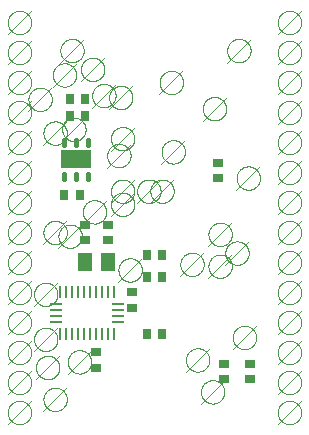
<source format=gbp>
G75*
%MOIN*%
%OFA0B0*%
%FSLAX25Y25*%
%IPPOS*%
%LPD*%
%AMOC8*
5,1,8,0,0,1.08239X$1,22.5*
%
%ADD10C,0.00100*%
%ADD11R,0.00984X0.03937*%
%ADD12R,0.03937X0.00984*%
%ADD13R,0.09843X0.06299*%
%ADD14C,0.01772*%
%ADD15R,0.02756X0.03543*%
%ADD16R,0.03543X0.02756*%
%ADD17R,0.05118X0.05906*%
D10*
X0010967Y0016565D02*
X0010969Y0016689D01*
X0010975Y0016814D01*
X0010985Y0016938D01*
X0010999Y0017061D01*
X0011016Y0017184D01*
X0011038Y0017307D01*
X0011064Y0017429D01*
X0011093Y0017549D01*
X0011127Y0017669D01*
X0011164Y0017788D01*
X0011205Y0017905D01*
X0011249Y0018021D01*
X0011297Y0018136D01*
X0011349Y0018249D01*
X0011405Y0018360D01*
X0011464Y0018470D01*
X0011526Y0018577D01*
X0011592Y0018683D01*
X0011661Y0018786D01*
X0011734Y0018887D01*
X0011810Y0018986D01*
X0011888Y0019082D01*
X0011970Y0019176D01*
X0012055Y0019267D01*
X0012142Y0019356D01*
X0012233Y0019441D01*
X0012326Y0019524D01*
X0012422Y0019603D01*
X0012520Y0019679D01*
X0012620Y0019753D01*
X0012723Y0019823D01*
X0012828Y0019889D01*
X0012935Y0019953D01*
X0013044Y0020013D01*
X0013155Y0020069D01*
X0013267Y0020122D01*
X0013382Y0020171D01*
X0013497Y0020217D01*
X0013615Y0020258D01*
X0013733Y0020297D01*
X0013853Y0020331D01*
X0013973Y0020361D01*
X0014095Y0020388D01*
X0014217Y0020410D01*
X0014340Y0020429D01*
X0014463Y0020444D01*
X0014587Y0020455D01*
X0014712Y0020462D01*
X0014836Y0020465D01*
X0014960Y0020464D01*
X0015085Y0020459D01*
X0015209Y0020450D01*
X0015332Y0020437D01*
X0015456Y0020420D01*
X0015578Y0020400D01*
X0015700Y0020375D01*
X0015821Y0020346D01*
X0015941Y0020314D01*
X0016060Y0020278D01*
X0016178Y0020238D01*
X0016295Y0020194D01*
X0016410Y0020147D01*
X0016523Y0020096D01*
X0016635Y0020041D01*
X0016745Y0019983D01*
X0016853Y0019922D01*
X0016959Y0019857D01*
X0017063Y0019788D01*
X0017164Y0019717D01*
X0017264Y0019642D01*
X0017361Y0019564D01*
X0017455Y0019483D01*
X0017547Y0019399D01*
X0017636Y0019312D01*
X0017722Y0019222D01*
X0017805Y0019130D01*
X0017885Y0019035D01*
X0017963Y0018937D01*
X0018037Y0018837D01*
X0018108Y0018735D01*
X0018175Y0018631D01*
X0018239Y0018524D01*
X0018300Y0018415D01*
X0018357Y0018305D01*
X0018411Y0018193D01*
X0018461Y0018079D01*
X0018508Y0017964D01*
X0018550Y0017847D01*
X0018589Y0017729D01*
X0018625Y0017609D01*
X0018656Y0017489D01*
X0018683Y0017368D01*
X0018707Y0017246D01*
X0018727Y0017123D01*
X0018743Y0016999D01*
X0018755Y0016876D01*
X0018763Y0016752D01*
X0018767Y0016627D01*
X0018767Y0016503D01*
X0018763Y0016378D01*
X0018755Y0016254D01*
X0018743Y0016131D01*
X0018727Y0016007D01*
X0018707Y0015884D01*
X0018683Y0015762D01*
X0018656Y0015641D01*
X0018625Y0015521D01*
X0018589Y0015401D01*
X0018550Y0015283D01*
X0018508Y0015166D01*
X0018461Y0015051D01*
X0018411Y0014937D01*
X0018357Y0014825D01*
X0018300Y0014715D01*
X0018239Y0014606D01*
X0018175Y0014499D01*
X0018108Y0014395D01*
X0018037Y0014293D01*
X0017963Y0014193D01*
X0017885Y0014095D01*
X0017805Y0014000D01*
X0017722Y0013908D01*
X0017636Y0013818D01*
X0017547Y0013731D01*
X0017455Y0013647D01*
X0017361Y0013566D01*
X0017264Y0013488D01*
X0017164Y0013413D01*
X0017063Y0013342D01*
X0016959Y0013273D01*
X0016853Y0013208D01*
X0016745Y0013147D01*
X0016635Y0013089D01*
X0016523Y0013034D01*
X0016410Y0012983D01*
X0016295Y0012936D01*
X0016178Y0012892D01*
X0016060Y0012852D01*
X0015941Y0012816D01*
X0015821Y0012784D01*
X0015700Y0012755D01*
X0015578Y0012730D01*
X0015456Y0012710D01*
X0015332Y0012693D01*
X0015209Y0012680D01*
X0015085Y0012671D01*
X0014960Y0012666D01*
X0014836Y0012665D01*
X0014712Y0012668D01*
X0014587Y0012675D01*
X0014463Y0012686D01*
X0014340Y0012701D01*
X0014217Y0012720D01*
X0014095Y0012742D01*
X0013973Y0012769D01*
X0013853Y0012799D01*
X0013733Y0012833D01*
X0013615Y0012872D01*
X0013497Y0012913D01*
X0013382Y0012959D01*
X0013267Y0013008D01*
X0013155Y0013061D01*
X0013044Y0013117D01*
X0012935Y0013177D01*
X0012828Y0013241D01*
X0012723Y0013307D01*
X0012620Y0013377D01*
X0012520Y0013451D01*
X0012422Y0013527D01*
X0012326Y0013606D01*
X0012233Y0013689D01*
X0012142Y0013774D01*
X0012055Y0013863D01*
X0011970Y0013954D01*
X0011888Y0014048D01*
X0011810Y0014144D01*
X0011734Y0014243D01*
X0011661Y0014344D01*
X0011592Y0014447D01*
X0011526Y0014553D01*
X0011464Y0014660D01*
X0011405Y0014770D01*
X0011349Y0014881D01*
X0011297Y0014994D01*
X0011249Y0015109D01*
X0011205Y0015225D01*
X0011164Y0015342D01*
X0011127Y0015461D01*
X0011093Y0015581D01*
X0011064Y0015701D01*
X0011038Y0015823D01*
X0011016Y0015946D01*
X0010999Y0016069D01*
X0010985Y0016192D01*
X0010975Y0016316D01*
X0010969Y0016441D01*
X0010967Y0016565D01*
X0010867Y0012565D02*
X0018867Y0020565D01*
X0010967Y0026565D02*
X0010969Y0026689D01*
X0010975Y0026814D01*
X0010985Y0026938D01*
X0010999Y0027061D01*
X0011016Y0027184D01*
X0011038Y0027307D01*
X0011064Y0027429D01*
X0011093Y0027549D01*
X0011127Y0027669D01*
X0011164Y0027788D01*
X0011205Y0027905D01*
X0011249Y0028021D01*
X0011297Y0028136D01*
X0011349Y0028249D01*
X0011405Y0028360D01*
X0011464Y0028470D01*
X0011526Y0028577D01*
X0011592Y0028683D01*
X0011661Y0028786D01*
X0011734Y0028887D01*
X0011810Y0028986D01*
X0011888Y0029082D01*
X0011970Y0029176D01*
X0012055Y0029267D01*
X0012142Y0029356D01*
X0012233Y0029441D01*
X0012326Y0029524D01*
X0012422Y0029603D01*
X0012520Y0029679D01*
X0012620Y0029753D01*
X0012723Y0029823D01*
X0012828Y0029889D01*
X0012935Y0029953D01*
X0013044Y0030013D01*
X0013155Y0030069D01*
X0013267Y0030122D01*
X0013382Y0030171D01*
X0013497Y0030217D01*
X0013615Y0030258D01*
X0013733Y0030297D01*
X0013853Y0030331D01*
X0013973Y0030361D01*
X0014095Y0030388D01*
X0014217Y0030410D01*
X0014340Y0030429D01*
X0014463Y0030444D01*
X0014587Y0030455D01*
X0014712Y0030462D01*
X0014836Y0030465D01*
X0014960Y0030464D01*
X0015085Y0030459D01*
X0015209Y0030450D01*
X0015332Y0030437D01*
X0015456Y0030420D01*
X0015578Y0030400D01*
X0015700Y0030375D01*
X0015821Y0030346D01*
X0015941Y0030314D01*
X0016060Y0030278D01*
X0016178Y0030238D01*
X0016295Y0030194D01*
X0016410Y0030147D01*
X0016523Y0030096D01*
X0016635Y0030041D01*
X0016745Y0029983D01*
X0016853Y0029922D01*
X0016959Y0029857D01*
X0017063Y0029788D01*
X0017164Y0029717D01*
X0017264Y0029642D01*
X0017361Y0029564D01*
X0017455Y0029483D01*
X0017547Y0029399D01*
X0017636Y0029312D01*
X0017722Y0029222D01*
X0017805Y0029130D01*
X0017885Y0029035D01*
X0017963Y0028937D01*
X0018037Y0028837D01*
X0018108Y0028735D01*
X0018175Y0028631D01*
X0018239Y0028524D01*
X0018300Y0028415D01*
X0018357Y0028305D01*
X0018411Y0028193D01*
X0018461Y0028079D01*
X0018508Y0027964D01*
X0018550Y0027847D01*
X0018589Y0027729D01*
X0018625Y0027609D01*
X0018656Y0027489D01*
X0018683Y0027368D01*
X0018707Y0027246D01*
X0018727Y0027123D01*
X0018743Y0026999D01*
X0018755Y0026876D01*
X0018763Y0026752D01*
X0018767Y0026627D01*
X0018767Y0026503D01*
X0018763Y0026378D01*
X0018755Y0026254D01*
X0018743Y0026131D01*
X0018727Y0026007D01*
X0018707Y0025884D01*
X0018683Y0025762D01*
X0018656Y0025641D01*
X0018625Y0025521D01*
X0018589Y0025401D01*
X0018550Y0025283D01*
X0018508Y0025166D01*
X0018461Y0025051D01*
X0018411Y0024937D01*
X0018357Y0024825D01*
X0018300Y0024715D01*
X0018239Y0024606D01*
X0018175Y0024499D01*
X0018108Y0024395D01*
X0018037Y0024293D01*
X0017963Y0024193D01*
X0017885Y0024095D01*
X0017805Y0024000D01*
X0017722Y0023908D01*
X0017636Y0023818D01*
X0017547Y0023731D01*
X0017455Y0023647D01*
X0017361Y0023566D01*
X0017264Y0023488D01*
X0017164Y0023413D01*
X0017063Y0023342D01*
X0016959Y0023273D01*
X0016853Y0023208D01*
X0016745Y0023147D01*
X0016635Y0023089D01*
X0016523Y0023034D01*
X0016410Y0022983D01*
X0016295Y0022936D01*
X0016178Y0022892D01*
X0016060Y0022852D01*
X0015941Y0022816D01*
X0015821Y0022784D01*
X0015700Y0022755D01*
X0015578Y0022730D01*
X0015456Y0022710D01*
X0015332Y0022693D01*
X0015209Y0022680D01*
X0015085Y0022671D01*
X0014960Y0022666D01*
X0014836Y0022665D01*
X0014712Y0022668D01*
X0014587Y0022675D01*
X0014463Y0022686D01*
X0014340Y0022701D01*
X0014217Y0022720D01*
X0014095Y0022742D01*
X0013973Y0022769D01*
X0013853Y0022799D01*
X0013733Y0022833D01*
X0013615Y0022872D01*
X0013497Y0022913D01*
X0013382Y0022959D01*
X0013267Y0023008D01*
X0013155Y0023061D01*
X0013044Y0023117D01*
X0012935Y0023177D01*
X0012828Y0023241D01*
X0012723Y0023307D01*
X0012620Y0023377D01*
X0012520Y0023451D01*
X0012422Y0023527D01*
X0012326Y0023606D01*
X0012233Y0023689D01*
X0012142Y0023774D01*
X0012055Y0023863D01*
X0011970Y0023954D01*
X0011888Y0024048D01*
X0011810Y0024144D01*
X0011734Y0024243D01*
X0011661Y0024344D01*
X0011592Y0024447D01*
X0011526Y0024553D01*
X0011464Y0024660D01*
X0011405Y0024770D01*
X0011349Y0024881D01*
X0011297Y0024994D01*
X0011249Y0025109D01*
X0011205Y0025225D01*
X0011164Y0025342D01*
X0011127Y0025461D01*
X0011093Y0025581D01*
X0011064Y0025701D01*
X0011038Y0025823D01*
X0011016Y0025946D01*
X0010999Y0026069D01*
X0010985Y0026192D01*
X0010975Y0026316D01*
X0010969Y0026441D01*
X0010967Y0026565D01*
X0010867Y0022565D02*
X0018867Y0030565D01*
X0010967Y0036565D02*
X0010969Y0036689D01*
X0010975Y0036814D01*
X0010985Y0036938D01*
X0010999Y0037061D01*
X0011016Y0037184D01*
X0011038Y0037307D01*
X0011064Y0037429D01*
X0011093Y0037549D01*
X0011127Y0037669D01*
X0011164Y0037788D01*
X0011205Y0037905D01*
X0011249Y0038021D01*
X0011297Y0038136D01*
X0011349Y0038249D01*
X0011405Y0038360D01*
X0011464Y0038470D01*
X0011526Y0038577D01*
X0011592Y0038683D01*
X0011661Y0038786D01*
X0011734Y0038887D01*
X0011810Y0038986D01*
X0011888Y0039082D01*
X0011970Y0039176D01*
X0012055Y0039267D01*
X0012142Y0039356D01*
X0012233Y0039441D01*
X0012326Y0039524D01*
X0012422Y0039603D01*
X0012520Y0039679D01*
X0012620Y0039753D01*
X0012723Y0039823D01*
X0012828Y0039889D01*
X0012935Y0039953D01*
X0013044Y0040013D01*
X0013155Y0040069D01*
X0013267Y0040122D01*
X0013382Y0040171D01*
X0013497Y0040217D01*
X0013615Y0040258D01*
X0013733Y0040297D01*
X0013853Y0040331D01*
X0013973Y0040361D01*
X0014095Y0040388D01*
X0014217Y0040410D01*
X0014340Y0040429D01*
X0014463Y0040444D01*
X0014587Y0040455D01*
X0014712Y0040462D01*
X0014836Y0040465D01*
X0014960Y0040464D01*
X0015085Y0040459D01*
X0015209Y0040450D01*
X0015332Y0040437D01*
X0015456Y0040420D01*
X0015578Y0040400D01*
X0015700Y0040375D01*
X0015821Y0040346D01*
X0015941Y0040314D01*
X0016060Y0040278D01*
X0016178Y0040238D01*
X0016295Y0040194D01*
X0016410Y0040147D01*
X0016523Y0040096D01*
X0016635Y0040041D01*
X0016745Y0039983D01*
X0016853Y0039922D01*
X0016959Y0039857D01*
X0017063Y0039788D01*
X0017164Y0039717D01*
X0017264Y0039642D01*
X0017361Y0039564D01*
X0017455Y0039483D01*
X0017547Y0039399D01*
X0017636Y0039312D01*
X0017722Y0039222D01*
X0017805Y0039130D01*
X0017885Y0039035D01*
X0017963Y0038937D01*
X0018037Y0038837D01*
X0018108Y0038735D01*
X0018175Y0038631D01*
X0018239Y0038524D01*
X0018300Y0038415D01*
X0018357Y0038305D01*
X0018411Y0038193D01*
X0018461Y0038079D01*
X0018508Y0037964D01*
X0018550Y0037847D01*
X0018589Y0037729D01*
X0018625Y0037609D01*
X0018656Y0037489D01*
X0018683Y0037368D01*
X0018707Y0037246D01*
X0018727Y0037123D01*
X0018743Y0036999D01*
X0018755Y0036876D01*
X0018763Y0036752D01*
X0018767Y0036627D01*
X0018767Y0036503D01*
X0018763Y0036378D01*
X0018755Y0036254D01*
X0018743Y0036131D01*
X0018727Y0036007D01*
X0018707Y0035884D01*
X0018683Y0035762D01*
X0018656Y0035641D01*
X0018625Y0035521D01*
X0018589Y0035401D01*
X0018550Y0035283D01*
X0018508Y0035166D01*
X0018461Y0035051D01*
X0018411Y0034937D01*
X0018357Y0034825D01*
X0018300Y0034715D01*
X0018239Y0034606D01*
X0018175Y0034499D01*
X0018108Y0034395D01*
X0018037Y0034293D01*
X0017963Y0034193D01*
X0017885Y0034095D01*
X0017805Y0034000D01*
X0017722Y0033908D01*
X0017636Y0033818D01*
X0017547Y0033731D01*
X0017455Y0033647D01*
X0017361Y0033566D01*
X0017264Y0033488D01*
X0017164Y0033413D01*
X0017063Y0033342D01*
X0016959Y0033273D01*
X0016853Y0033208D01*
X0016745Y0033147D01*
X0016635Y0033089D01*
X0016523Y0033034D01*
X0016410Y0032983D01*
X0016295Y0032936D01*
X0016178Y0032892D01*
X0016060Y0032852D01*
X0015941Y0032816D01*
X0015821Y0032784D01*
X0015700Y0032755D01*
X0015578Y0032730D01*
X0015456Y0032710D01*
X0015332Y0032693D01*
X0015209Y0032680D01*
X0015085Y0032671D01*
X0014960Y0032666D01*
X0014836Y0032665D01*
X0014712Y0032668D01*
X0014587Y0032675D01*
X0014463Y0032686D01*
X0014340Y0032701D01*
X0014217Y0032720D01*
X0014095Y0032742D01*
X0013973Y0032769D01*
X0013853Y0032799D01*
X0013733Y0032833D01*
X0013615Y0032872D01*
X0013497Y0032913D01*
X0013382Y0032959D01*
X0013267Y0033008D01*
X0013155Y0033061D01*
X0013044Y0033117D01*
X0012935Y0033177D01*
X0012828Y0033241D01*
X0012723Y0033307D01*
X0012620Y0033377D01*
X0012520Y0033451D01*
X0012422Y0033527D01*
X0012326Y0033606D01*
X0012233Y0033689D01*
X0012142Y0033774D01*
X0012055Y0033863D01*
X0011970Y0033954D01*
X0011888Y0034048D01*
X0011810Y0034144D01*
X0011734Y0034243D01*
X0011661Y0034344D01*
X0011592Y0034447D01*
X0011526Y0034553D01*
X0011464Y0034660D01*
X0011405Y0034770D01*
X0011349Y0034881D01*
X0011297Y0034994D01*
X0011249Y0035109D01*
X0011205Y0035225D01*
X0011164Y0035342D01*
X0011127Y0035461D01*
X0011093Y0035581D01*
X0011064Y0035701D01*
X0011038Y0035823D01*
X0011016Y0035946D01*
X0010999Y0036069D01*
X0010985Y0036192D01*
X0010975Y0036316D01*
X0010969Y0036441D01*
X0010967Y0036565D01*
X0010867Y0032565D02*
X0018867Y0040565D01*
X0019717Y0040940D02*
X0019719Y0041064D01*
X0019725Y0041189D01*
X0019735Y0041313D01*
X0019749Y0041436D01*
X0019766Y0041559D01*
X0019788Y0041682D01*
X0019814Y0041804D01*
X0019843Y0041924D01*
X0019877Y0042044D01*
X0019914Y0042163D01*
X0019955Y0042280D01*
X0019999Y0042396D01*
X0020047Y0042511D01*
X0020099Y0042624D01*
X0020155Y0042735D01*
X0020214Y0042845D01*
X0020276Y0042952D01*
X0020342Y0043058D01*
X0020411Y0043161D01*
X0020484Y0043262D01*
X0020560Y0043361D01*
X0020638Y0043457D01*
X0020720Y0043551D01*
X0020805Y0043642D01*
X0020892Y0043731D01*
X0020983Y0043816D01*
X0021076Y0043899D01*
X0021172Y0043978D01*
X0021270Y0044054D01*
X0021370Y0044128D01*
X0021473Y0044198D01*
X0021578Y0044264D01*
X0021685Y0044328D01*
X0021794Y0044388D01*
X0021905Y0044444D01*
X0022017Y0044497D01*
X0022132Y0044546D01*
X0022247Y0044592D01*
X0022365Y0044633D01*
X0022483Y0044672D01*
X0022603Y0044706D01*
X0022723Y0044736D01*
X0022845Y0044763D01*
X0022967Y0044785D01*
X0023090Y0044804D01*
X0023213Y0044819D01*
X0023337Y0044830D01*
X0023462Y0044837D01*
X0023586Y0044840D01*
X0023710Y0044839D01*
X0023835Y0044834D01*
X0023959Y0044825D01*
X0024082Y0044812D01*
X0024206Y0044795D01*
X0024328Y0044775D01*
X0024450Y0044750D01*
X0024571Y0044721D01*
X0024691Y0044689D01*
X0024810Y0044653D01*
X0024928Y0044613D01*
X0025045Y0044569D01*
X0025160Y0044522D01*
X0025273Y0044471D01*
X0025385Y0044416D01*
X0025495Y0044358D01*
X0025603Y0044297D01*
X0025709Y0044232D01*
X0025813Y0044163D01*
X0025914Y0044092D01*
X0026014Y0044017D01*
X0026111Y0043939D01*
X0026205Y0043858D01*
X0026297Y0043774D01*
X0026386Y0043687D01*
X0026472Y0043597D01*
X0026555Y0043505D01*
X0026635Y0043410D01*
X0026713Y0043312D01*
X0026787Y0043212D01*
X0026858Y0043110D01*
X0026925Y0043006D01*
X0026989Y0042899D01*
X0027050Y0042790D01*
X0027107Y0042680D01*
X0027161Y0042568D01*
X0027211Y0042454D01*
X0027258Y0042339D01*
X0027300Y0042222D01*
X0027339Y0042104D01*
X0027375Y0041984D01*
X0027406Y0041864D01*
X0027433Y0041743D01*
X0027457Y0041621D01*
X0027477Y0041498D01*
X0027493Y0041374D01*
X0027505Y0041251D01*
X0027513Y0041127D01*
X0027517Y0041002D01*
X0027517Y0040878D01*
X0027513Y0040753D01*
X0027505Y0040629D01*
X0027493Y0040506D01*
X0027477Y0040382D01*
X0027457Y0040259D01*
X0027433Y0040137D01*
X0027406Y0040016D01*
X0027375Y0039896D01*
X0027339Y0039776D01*
X0027300Y0039658D01*
X0027258Y0039541D01*
X0027211Y0039426D01*
X0027161Y0039312D01*
X0027107Y0039200D01*
X0027050Y0039090D01*
X0026989Y0038981D01*
X0026925Y0038874D01*
X0026858Y0038770D01*
X0026787Y0038668D01*
X0026713Y0038568D01*
X0026635Y0038470D01*
X0026555Y0038375D01*
X0026472Y0038283D01*
X0026386Y0038193D01*
X0026297Y0038106D01*
X0026205Y0038022D01*
X0026111Y0037941D01*
X0026014Y0037863D01*
X0025914Y0037788D01*
X0025813Y0037717D01*
X0025709Y0037648D01*
X0025603Y0037583D01*
X0025495Y0037522D01*
X0025385Y0037464D01*
X0025273Y0037409D01*
X0025160Y0037358D01*
X0025045Y0037311D01*
X0024928Y0037267D01*
X0024810Y0037227D01*
X0024691Y0037191D01*
X0024571Y0037159D01*
X0024450Y0037130D01*
X0024328Y0037105D01*
X0024206Y0037085D01*
X0024082Y0037068D01*
X0023959Y0037055D01*
X0023835Y0037046D01*
X0023710Y0037041D01*
X0023586Y0037040D01*
X0023462Y0037043D01*
X0023337Y0037050D01*
X0023213Y0037061D01*
X0023090Y0037076D01*
X0022967Y0037095D01*
X0022845Y0037117D01*
X0022723Y0037144D01*
X0022603Y0037174D01*
X0022483Y0037208D01*
X0022365Y0037247D01*
X0022247Y0037288D01*
X0022132Y0037334D01*
X0022017Y0037383D01*
X0021905Y0037436D01*
X0021794Y0037492D01*
X0021685Y0037552D01*
X0021578Y0037616D01*
X0021473Y0037682D01*
X0021370Y0037752D01*
X0021270Y0037826D01*
X0021172Y0037902D01*
X0021076Y0037981D01*
X0020983Y0038064D01*
X0020892Y0038149D01*
X0020805Y0038238D01*
X0020720Y0038329D01*
X0020638Y0038423D01*
X0020560Y0038519D01*
X0020484Y0038618D01*
X0020411Y0038719D01*
X0020342Y0038822D01*
X0020276Y0038928D01*
X0020214Y0039035D01*
X0020155Y0039145D01*
X0020099Y0039256D01*
X0020047Y0039369D01*
X0019999Y0039484D01*
X0019955Y0039600D01*
X0019914Y0039717D01*
X0019877Y0039836D01*
X0019843Y0039956D01*
X0019814Y0040076D01*
X0019788Y0040198D01*
X0019766Y0040321D01*
X0019749Y0040444D01*
X0019735Y0040567D01*
X0019725Y0040691D01*
X0019719Y0040816D01*
X0019717Y0040940D01*
X0019617Y0036940D02*
X0027617Y0044940D01*
X0019717Y0055940D02*
X0019719Y0056064D01*
X0019725Y0056189D01*
X0019735Y0056313D01*
X0019749Y0056436D01*
X0019766Y0056559D01*
X0019788Y0056682D01*
X0019814Y0056804D01*
X0019843Y0056924D01*
X0019877Y0057044D01*
X0019914Y0057163D01*
X0019955Y0057280D01*
X0019999Y0057396D01*
X0020047Y0057511D01*
X0020099Y0057624D01*
X0020155Y0057735D01*
X0020214Y0057845D01*
X0020276Y0057952D01*
X0020342Y0058058D01*
X0020411Y0058161D01*
X0020484Y0058262D01*
X0020560Y0058361D01*
X0020638Y0058457D01*
X0020720Y0058551D01*
X0020805Y0058642D01*
X0020892Y0058731D01*
X0020983Y0058816D01*
X0021076Y0058899D01*
X0021172Y0058978D01*
X0021270Y0059054D01*
X0021370Y0059128D01*
X0021473Y0059198D01*
X0021578Y0059264D01*
X0021685Y0059328D01*
X0021794Y0059388D01*
X0021905Y0059444D01*
X0022017Y0059497D01*
X0022132Y0059546D01*
X0022247Y0059592D01*
X0022365Y0059633D01*
X0022483Y0059672D01*
X0022603Y0059706D01*
X0022723Y0059736D01*
X0022845Y0059763D01*
X0022967Y0059785D01*
X0023090Y0059804D01*
X0023213Y0059819D01*
X0023337Y0059830D01*
X0023462Y0059837D01*
X0023586Y0059840D01*
X0023710Y0059839D01*
X0023835Y0059834D01*
X0023959Y0059825D01*
X0024082Y0059812D01*
X0024206Y0059795D01*
X0024328Y0059775D01*
X0024450Y0059750D01*
X0024571Y0059721D01*
X0024691Y0059689D01*
X0024810Y0059653D01*
X0024928Y0059613D01*
X0025045Y0059569D01*
X0025160Y0059522D01*
X0025273Y0059471D01*
X0025385Y0059416D01*
X0025495Y0059358D01*
X0025603Y0059297D01*
X0025709Y0059232D01*
X0025813Y0059163D01*
X0025914Y0059092D01*
X0026014Y0059017D01*
X0026111Y0058939D01*
X0026205Y0058858D01*
X0026297Y0058774D01*
X0026386Y0058687D01*
X0026472Y0058597D01*
X0026555Y0058505D01*
X0026635Y0058410D01*
X0026713Y0058312D01*
X0026787Y0058212D01*
X0026858Y0058110D01*
X0026925Y0058006D01*
X0026989Y0057899D01*
X0027050Y0057790D01*
X0027107Y0057680D01*
X0027161Y0057568D01*
X0027211Y0057454D01*
X0027258Y0057339D01*
X0027300Y0057222D01*
X0027339Y0057104D01*
X0027375Y0056984D01*
X0027406Y0056864D01*
X0027433Y0056743D01*
X0027457Y0056621D01*
X0027477Y0056498D01*
X0027493Y0056374D01*
X0027505Y0056251D01*
X0027513Y0056127D01*
X0027517Y0056002D01*
X0027517Y0055878D01*
X0027513Y0055753D01*
X0027505Y0055629D01*
X0027493Y0055506D01*
X0027477Y0055382D01*
X0027457Y0055259D01*
X0027433Y0055137D01*
X0027406Y0055016D01*
X0027375Y0054896D01*
X0027339Y0054776D01*
X0027300Y0054658D01*
X0027258Y0054541D01*
X0027211Y0054426D01*
X0027161Y0054312D01*
X0027107Y0054200D01*
X0027050Y0054090D01*
X0026989Y0053981D01*
X0026925Y0053874D01*
X0026858Y0053770D01*
X0026787Y0053668D01*
X0026713Y0053568D01*
X0026635Y0053470D01*
X0026555Y0053375D01*
X0026472Y0053283D01*
X0026386Y0053193D01*
X0026297Y0053106D01*
X0026205Y0053022D01*
X0026111Y0052941D01*
X0026014Y0052863D01*
X0025914Y0052788D01*
X0025813Y0052717D01*
X0025709Y0052648D01*
X0025603Y0052583D01*
X0025495Y0052522D01*
X0025385Y0052464D01*
X0025273Y0052409D01*
X0025160Y0052358D01*
X0025045Y0052311D01*
X0024928Y0052267D01*
X0024810Y0052227D01*
X0024691Y0052191D01*
X0024571Y0052159D01*
X0024450Y0052130D01*
X0024328Y0052105D01*
X0024206Y0052085D01*
X0024082Y0052068D01*
X0023959Y0052055D01*
X0023835Y0052046D01*
X0023710Y0052041D01*
X0023586Y0052040D01*
X0023462Y0052043D01*
X0023337Y0052050D01*
X0023213Y0052061D01*
X0023090Y0052076D01*
X0022967Y0052095D01*
X0022845Y0052117D01*
X0022723Y0052144D01*
X0022603Y0052174D01*
X0022483Y0052208D01*
X0022365Y0052247D01*
X0022247Y0052288D01*
X0022132Y0052334D01*
X0022017Y0052383D01*
X0021905Y0052436D01*
X0021794Y0052492D01*
X0021685Y0052552D01*
X0021578Y0052616D01*
X0021473Y0052682D01*
X0021370Y0052752D01*
X0021270Y0052826D01*
X0021172Y0052902D01*
X0021076Y0052981D01*
X0020983Y0053064D01*
X0020892Y0053149D01*
X0020805Y0053238D01*
X0020720Y0053329D01*
X0020638Y0053423D01*
X0020560Y0053519D01*
X0020484Y0053618D01*
X0020411Y0053719D01*
X0020342Y0053822D01*
X0020276Y0053928D01*
X0020214Y0054035D01*
X0020155Y0054145D01*
X0020099Y0054256D01*
X0020047Y0054369D01*
X0019999Y0054484D01*
X0019955Y0054600D01*
X0019914Y0054717D01*
X0019877Y0054836D01*
X0019843Y0054956D01*
X0019814Y0055076D01*
X0019788Y0055198D01*
X0019766Y0055321D01*
X0019749Y0055444D01*
X0019735Y0055567D01*
X0019725Y0055691D01*
X0019719Y0055816D01*
X0019717Y0055940D01*
X0019617Y0051940D02*
X0027617Y0059940D01*
X0027842Y0075315D02*
X0027844Y0075439D01*
X0027850Y0075564D01*
X0027860Y0075688D01*
X0027874Y0075811D01*
X0027891Y0075934D01*
X0027913Y0076057D01*
X0027939Y0076179D01*
X0027968Y0076299D01*
X0028002Y0076419D01*
X0028039Y0076538D01*
X0028080Y0076655D01*
X0028124Y0076771D01*
X0028172Y0076886D01*
X0028224Y0076999D01*
X0028280Y0077110D01*
X0028339Y0077220D01*
X0028401Y0077327D01*
X0028467Y0077433D01*
X0028536Y0077536D01*
X0028609Y0077637D01*
X0028685Y0077736D01*
X0028763Y0077832D01*
X0028845Y0077926D01*
X0028930Y0078017D01*
X0029017Y0078106D01*
X0029108Y0078191D01*
X0029201Y0078274D01*
X0029297Y0078353D01*
X0029395Y0078429D01*
X0029495Y0078503D01*
X0029598Y0078573D01*
X0029703Y0078639D01*
X0029810Y0078703D01*
X0029919Y0078763D01*
X0030030Y0078819D01*
X0030142Y0078872D01*
X0030257Y0078921D01*
X0030372Y0078967D01*
X0030490Y0079008D01*
X0030608Y0079047D01*
X0030728Y0079081D01*
X0030848Y0079111D01*
X0030970Y0079138D01*
X0031092Y0079160D01*
X0031215Y0079179D01*
X0031338Y0079194D01*
X0031462Y0079205D01*
X0031587Y0079212D01*
X0031711Y0079215D01*
X0031835Y0079214D01*
X0031960Y0079209D01*
X0032084Y0079200D01*
X0032207Y0079187D01*
X0032331Y0079170D01*
X0032453Y0079150D01*
X0032575Y0079125D01*
X0032696Y0079096D01*
X0032816Y0079064D01*
X0032935Y0079028D01*
X0033053Y0078988D01*
X0033170Y0078944D01*
X0033285Y0078897D01*
X0033398Y0078846D01*
X0033510Y0078791D01*
X0033620Y0078733D01*
X0033728Y0078672D01*
X0033834Y0078607D01*
X0033938Y0078538D01*
X0034039Y0078467D01*
X0034139Y0078392D01*
X0034236Y0078314D01*
X0034330Y0078233D01*
X0034422Y0078149D01*
X0034511Y0078062D01*
X0034597Y0077972D01*
X0034680Y0077880D01*
X0034760Y0077785D01*
X0034838Y0077687D01*
X0034912Y0077587D01*
X0034983Y0077485D01*
X0035050Y0077381D01*
X0035114Y0077274D01*
X0035175Y0077165D01*
X0035232Y0077055D01*
X0035286Y0076943D01*
X0035336Y0076829D01*
X0035383Y0076714D01*
X0035425Y0076597D01*
X0035464Y0076479D01*
X0035500Y0076359D01*
X0035531Y0076239D01*
X0035558Y0076118D01*
X0035582Y0075996D01*
X0035602Y0075873D01*
X0035618Y0075749D01*
X0035630Y0075626D01*
X0035638Y0075502D01*
X0035642Y0075377D01*
X0035642Y0075253D01*
X0035638Y0075128D01*
X0035630Y0075004D01*
X0035618Y0074881D01*
X0035602Y0074757D01*
X0035582Y0074634D01*
X0035558Y0074512D01*
X0035531Y0074391D01*
X0035500Y0074271D01*
X0035464Y0074151D01*
X0035425Y0074033D01*
X0035383Y0073916D01*
X0035336Y0073801D01*
X0035286Y0073687D01*
X0035232Y0073575D01*
X0035175Y0073465D01*
X0035114Y0073356D01*
X0035050Y0073249D01*
X0034983Y0073145D01*
X0034912Y0073043D01*
X0034838Y0072943D01*
X0034760Y0072845D01*
X0034680Y0072750D01*
X0034597Y0072658D01*
X0034511Y0072568D01*
X0034422Y0072481D01*
X0034330Y0072397D01*
X0034236Y0072316D01*
X0034139Y0072238D01*
X0034039Y0072163D01*
X0033938Y0072092D01*
X0033834Y0072023D01*
X0033728Y0071958D01*
X0033620Y0071897D01*
X0033510Y0071839D01*
X0033398Y0071784D01*
X0033285Y0071733D01*
X0033170Y0071686D01*
X0033053Y0071642D01*
X0032935Y0071602D01*
X0032816Y0071566D01*
X0032696Y0071534D01*
X0032575Y0071505D01*
X0032453Y0071480D01*
X0032331Y0071460D01*
X0032207Y0071443D01*
X0032084Y0071430D01*
X0031960Y0071421D01*
X0031835Y0071416D01*
X0031711Y0071415D01*
X0031587Y0071418D01*
X0031462Y0071425D01*
X0031338Y0071436D01*
X0031215Y0071451D01*
X0031092Y0071470D01*
X0030970Y0071492D01*
X0030848Y0071519D01*
X0030728Y0071549D01*
X0030608Y0071583D01*
X0030490Y0071622D01*
X0030372Y0071663D01*
X0030257Y0071709D01*
X0030142Y0071758D01*
X0030030Y0071811D01*
X0029919Y0071867D01*
X0029810Y0071927D01*
X0029703Y0071991D01*
X0029598Y0072057D01*
X0029495Y0072127D01*
X0029395Y0072201D01*
X0029297Y0072277D01*
X0029201Y0072356D01*
X0029108Y0072439D01*
X0029017Y0072524D01*
X0028930Y0072613D01*
X0028845Y0072704D01*
X0028763Y0072798D01*
X0028685Y0072894D01*
X0028609Y0072993D01*
X0028536Y0073094D01*
X0028467Y0073197D01*
X0028401Y0073303D01*
X0028339Y0073410D01*
X0028280Y0073520D01*
X0028224Y0073631D01*
X0028172Y0073744D01*
X0028124Y0073859D01*
X0028080Y0073975D01*
X0028039Y0074092D01*
X0028002Y0074211D01*
X0027968Y0074331D01*
X0027939Y0074451D01*
X0027913Y0074573D01*
X0027891Y0074696D01*
X0027874Y0074819D01*
X0027860Y0074942D01*
X0027850Y0075066D01*
X0027844Y0075191D01*
X0027842Y0075315D01*
X0027742Y0071315D02*
X0035742Y0079315D01*
X0035967Y0083440D02*
X0035969Y0083564D01*
X0035975Y0083689D01*
X0035985Y0083813D01*
X0035999Y0083936D01*
X0036016Y0084059D01*
X0036038Y0084182D01*
X0036064Y0084304D01*
X0036093Y0084424D01*
X0036127Y0084544D01*
X0036164Y0084663D01*
X0036205Y0084780D01*
X0036249Y0084896D01*
X0036297Y0085011D01*
X0036349Y0085124D01*
X0036405Y0085235D01*
X0036464Y0085345D01*
X0036526Y0085452D01*
X0036592Y0085558D01*
X0036661Y0085661D01*
X0036734Y0085762D01*
X0036810Y0085861D01*
X0036888Y0085957D01*
X0036970Y0086051D01*
X0037055Y0086142D01*
X0037142Y0086231D01*
X0037233Y0086316D01*
X0037326Y0086399D01*
X0037422Y0086478D01*
X0037520Y0086554D01*
X0037620Y0086628D01*
X0037723Y0086698D01*
X0037828Y0086764D01*
X0037935Y0086828D01*
X0038044Y0086888D01*
X0038155Y0086944D01*
X0038267Y0086997D01*
X0038382Y0087046D01*
X0038497Y0087092D01*
X0038615Y0087133D01*
X0038733Y0087172D01*
X0038853Y0087206D01*
X0038973Y0087236D01*
X0039095Y0087263D01*
X0039217Y0087285D01*
X0039340Y0087304D01*
X0039463Y0087319D01*
X0039587Y0087330D01*
X0039712Y0087337D01*
X0039836Y0087340D01*
X0039960Y0087339D01*
X0040085Y0087334D01*
X0040209Y0087325D01*
X0040332Y0087312D01*
X0040456Y0087295D01*
X0040578Y0087275D01*
X0040700Y0087250D01*
X0040821Y0087221D01*
X0040941Y0087189D01*
X0041060Y0087153D01*
X0041178Y0087113D01*
X0041295Y0087069D01*
X0041410Y0087022D01*
X0041523Y0086971D01*
X0041635Y0086916D01*
X0041745Y0086858D01*
X0041853Y0086797D01*
X0041959Y0086732D01*
X0042063Y0086663D01*
X0042164Y0086592D01*
X0042264Y0086517D01*
X0042361Y0086439D01*
X0042455Y0086358D01*
X0042547Y0086274D01*
X0042636Y0086187D01*
X0042722Y0086097D01*
X0042805Y0086005D01*
X0042885Y0085910D01*
X0042963Y0085812D01*
X0043037Y0085712D01*
X0043108Y0085610D01*
X0043175Y0085506D01*
X0043239Y0085399D01*
X0043300Y0085290D01*
X0043357Y0085180D01*
X0043411Y0085068D01*
X0043461Y0084954D01*
X0043508Y0084839D01*
X0043550Y0084722D01*
X0043589Y0084604D01*
X0043625Y0084484D01*
X0043656Y0084364D01*
X0043683Y0084243D01*
X0043707Y0084121D01*
X0043727Y0083998D01*
X0043743Y0083874D01*
X0043755Y0083751D01*
X0043763Y0083627D01*
X0043767Y0083502D01*
X0043767Y0083378D01*
X0043763Y0083253D01*
X0043755Y0083129D01*
X0043743Y0083006D01*
X0043727Y0082882D01*
X0043707Y0082759D01*
X0043683Y0082637D01*
X0043656Y0082516D01*
X0043625Y0082396D01*
X0043589Y0082276D01*
X0043550Y0082158D01*
X0043508Y0082041D01*
X0043461Y0081926D01*
X0043411Y0081812D01*
X0043357Y0081700D01*
X0043300Y0081590D01*
X0043239Y0081481D01*
X0043175Y0081374D01*
X0043108Y0081270D01*
X0043037Y0081168D01*
X0042963Y0081068D01*
X0042885Y0080970D01*
X0042805Y0080875D01*
X0042722Y0080783D01*
X0042636Y0080693D01*
X0042547Y0080606D01*
X0042455Y0080522D01*
X0042361Y0080441D01*
X0042264Y0080363D01*
X0042164Y0080288D01*
X0042063Y0080217D01*
X0041959Y0080148D01*
X0041853Y0080083D01*
X0041745Y0080022D01*
X0041635Y0079964D01*
X0041523Y0079909D01*
X0041410Y0079858D01*
X0041295Y0079811D01*
X0041178Y0079767D01*
X0041060Y0079727D01*
X0040941Y0079691D01*
X0040821Y0079659D01*
X0040700Y0079630D01*
X0040578Y0079605D01*
X0040456Y0079585D01*
X0040332Y0079568D01*
X0040209Y0079555D01*
X0040085Y0079546D01*
X0039960Y0079541D01*
X0039836Y0079540D01*
X0039712Y0079543D01*
X0039587Y0079550D01*
X0039463Y0079561D01*
X0039340Y0079576D01*
X0039217Y0079595D01*
X0039095Y0079617D01*
X0038973Y0079644D01*
X0038853Y0079674D01*
X0038733Y0079708D01*
X0038615Y0079747D01*
X0038497Y0079788D01*
X0038382Y0079834D01*
X0038267Y0079883D01*
X0038155Y0079936D01*
X0038044Y0079992D01*
X0037935Y0080052D01*
X0037828Y0080116D01*
X0037723Y0080182D01*
X0037620Y0080252D01*
X0037520Y0080326D01*
X0037422Y0080402D01*
X0037326Y0080481D01*
X0037233Y0080564D01*
X0037142Y0080649D01*
X0037055Y0080738D01*
X0036970Y0080829D01*
X0036888Y0080923D01*
X0036810Y0081019D01*
X0036734Y0081118D01*
X0036661Y0081219D01*
X0036592Y0081322D01*
X0036526Y0081428D01*
X0036464Y0081535D01*
X0036405Y0081645D01*
X0036349Y0081756D01*
X0036297Y0081869D01*
X0036249Y0081984D01*
X0036205Y0082100D01*
X0036164Y0082217D01*
X0036127Y0082336D01*
X0036093Y0082456D01*
X0036064Y0082576D01*
X0036038Y0082698D01*
X0036016Y0082821D01*
X0035999Y0082944D01*
X0035985Y0083067D01*
X0035975Y0083191D01*
X0035969Y0083316D01*
X0035967Y0083440D01*
X0035867Y0079440D02*
X0043867Y0087440D01*
X0045342Y0085940D02*
X0045344Y0086064D01*
X0045350Y0086189D01*
X0045360Y0086313D01*
X0045374Y0086436D01*
X0045391Y0086559D01*
X0045413Y0086682D01*
X0045439Y0086804D01*
X0045468Y0086924D01*
X0045502Y0087044D01*
X0045539Y0087163D01*
X0045580Y0087280D01*
X0045624Y0087396D01*
X0045672Y0087511D01*
X0045724Y0087624D01*
X0045780Y0087735D01*
X0045839Y0087845D01*
X0045901Y0087952D01*
X0045967Y0088058D01*
X0046036Y0088161D01*
X0046109Y0088262D01*
X0046185Y0088361D01*
X0046263Y0088457D01*
X0046345Y0088551D01*
X0046430Y0088642D01*
X0046517Y0088731D01*
X0046608Y0088816D01*
X0046701Y0088899D01*
X0046797Y0088978D01*
X0046895Y0089054D01*
X0046995Y0089128D01*
X0047098Y0089198D01*
X0047203Y0089264D01*
X0047310Y0089328D01*
X0047419Y0089388D01*
X0047530Y0089444D01*
X0047642Y0089497D01*
X0047757Y0089546D01*
X0047872Y0089592D01*
X0047990Y0089633D01*
X0048108Y0089672D01*
X0048228Y0089706D01*
X0048348Y0089736D01*
X0048470Y0089763D01*
X0048592Y0089785D01*
X0048715Y0089804D01*
X0048838Y0089819D01*
X0048962Y0089830D01*
X0049087Y0089837D01*
X0049211Y0089840D01*
X0049335Y0089839D01*
X0049460Y0089834D01*
X0049584Y0089825D01*
X0049707Y0089812D01*
X0049831Y0089795D01*
X0049953Y0089775D01*
X0050075Y0089750D01*
X0050196Y0089721D01*
X0050316Y0089689D01*
X0050435Y0089653D01*
X0050553Y0089613D01*
X0050670Y0089569D01*
X0050785Y0089522D01*
X0050898Y0089471D01*
X0051010Y0089416D01*
X0051120Y0089358D01*
X0051228Y0089297D01*
X0051334Y0089232D01*
X0051438Y0089163D01*
X0051539Y0089092D01*
X0051639Y0089017D01*
X0051736Y0088939D01*
X0051830Y0088858D01*
X0051922Y0088774D01*
X0052011Y0088687D01*
X0052097Y0088597D01*
X0052180Y0088505D01*
X0052260Y0088410D01*
X0052338Y0088312D01*
X0052412Y0088212D01*
X0052483Y0088110D01*
X0052550Y0088006D01*
X0052614Y0087899D01*
X0052675Y0087790D01*
X0052732Y0087680D01*
X0052786Y0087568D01*
X0052836Y0087454D01*
X0052883Y0087339D01*
X0052925Y0087222D01*
X0052964Y0087104D01*
X0053000Y0086984D01*
X0053031Y0086864D01*
X0053058Y0086743D01*
X0053082Y0086621D01*
X0053102Y0086498D01*
X0053118Y0086374D01*
X0053130Y0086251D01*
X0053138Y0086127D01*
X0053142Y0086002D01*
X0053142Y0085878D01*
X0053138Y0085753D01*
X0053130Y0085629D01*
X0053118Y0085506D01*
X0053102Y0085382D01*
X0053082Y0085259D01*
X0053058Y0085137D01*
X0053031Y0085016D01*
X0053000Y0084896D01*
X0052964Y0084776D01*
X0052925Y0084658D01*
X0052883Y0084541D01*
X0052836Y0084426D01*
X0052786Y0084312D01*
X0052732Y0084200D01*
X0052675Y0084090D01*
X0052614Y0083981D01*
X0052550Y0083874D01*
X0052483Y0083770D01*
X0052412Y0083668D01*
X0052338Y0083568D01*
X0052260Y0083470D01*
X0052180Y0083375D01*
X0052097Y0083283D01*
X0052011Y0083193D01*
X0051922Y0083106D01*
X0051830Y0083022D01*
X0051736Y0082941D01*
X0051639Y0082863D01*
X0051539Y0082788D01*
X0051438Y0082717D01*
X0051334Y0082648D01*
X0051228Y0082583D01*
X0051120Y0082522D01*
X0051010Y0082464D01*
X0050898Y0082409D01*
X0050785Y0082358D01*
X0050670Y0082311D01*
X0050553Y0082267D01*
X0050435Y0082227D01*
X0050316Y0082191D01*
X0050196Y0082159D01*
X0050075Y0082130D01*
X0049953Y0082105D01*
X0049831Y0082085D01*
X0049707Y0082068D01*
X0049584Y0082055D01*
X0049460Y0082046D01*
X0049335Y0082041D01*
X0049211Y0082040D01*
X0049087Y0082043D01*
X0048962Y0082050D01*
X0048838Y0082061D01*
X0048715Y0082076D01*
X0048592Y0082095D01*
X0048470Y0082117D01*
X0048348Y0082144D01*
X0048228Y0082174D01*
X0048108Y0082208D01*
X0047990Y0082247D01*
X0047872Y0082288D01*
X0047757Y0082334D01*
X0047642Y0082383D01*
X0047530Y0082436D01*
X0047419Y0082492D01*
X0047310Y0082552D01*
X0047203Y0082616D01*
X0047098Y0082682D01*
X0046995Y0082752D01*
X0046895Y0082826D01*
X0046797Y0082902D01*
X0046701Y0082981D01*
X0046608Y0083064D01*
X0046517Y0083149D01*
X0046430Y0083238D01*
X0046345Y0083329D01*
X0046263Y0083423D01*
X0046185Y0083519D01*
X0046109Y0083618D01*
X0046036Y0083719D01*
X0045967Y0083822D01*
X0045901Y0083928D01*
X0045839Y0084035D01*
X0045780Y0084145D01*
X0045724Y0084256D01*
X0045672Y0084369D01*
X0045624Y0084484D01*
X0045580Y0084600D01*
X0045539Y0084717D01*
X0045502Y0084836D01*
X0045468Y0084956D01*
X0045439Y0085076D01*
X0045413Y0085198D01*
X0045391Y0085321D01*
X0045374Y0085444D01*
X0045360Y0085567D01*
X0045350Y0085691D01*
X0045344Y0085816D01*
X0045342Y0085940D01*
X0045242Y0081940D02*
X0053242Y0089940D01*
X0045342Y0090315D02*
X0045344Y0090439D01*
X0045350Y0090564D01*
X0045360Y0090688D01*
X0045374Y0090811D01*
X0045391Y0090934D01*
X0045413Y0091057D01*
X0045439Y0091179D01*
X0045468Y0091299D01*
X0045502Y0091419D01*
X0045539Y0091538D01*
X0045580Y0091655D01*
X0045624Y0091771D01*
X0045672Y0091886D01*
X0045724Y0091999D01*
X0045780Y0092110D01*
X0045839Y0092220D01*
X0045901Y0092327D01*
X0045967Y0092433D01*
X0046036Y0092536D01*
X0046109Y0092637D01*
X0046185Y0092736D01*
X0046263Y0092832D01*
X0046345Y0092926D01*
X0046430Y0093017D01*
X0046517Y0093106D01*
X0046608Y0093191D01*
X0046701Y0093274D01*
X0046797Y0093353D01*
X0046895Y0093429D01*
X0046995Y0093503D01*
X0047098Y0093573D01*
X0047203Y0093639D01*
X0047310Y0093703D01*
X0047419Y0093763D01*
X0047530Y0093819D01*
X0047642Y0093872D01*
X0047757Y0093921D01*
X0047872Y0093967D01*
X0047990Y0094008D01*
X0048108Y0094047D01*
X0048228Y0094081D01*
X0048348Y0094111D01*
X0048470Y0094138D01*
X0048592Y0094160D01*
X0048715Y0094179D01*
X0048838Y0094194D01*
X0048962Y0094205D01*
X0049087Y0094212D01*
X0049211Y0094215D01*
X0049335Y0094214D01*
X0049460Y0094209D01*
X0049584Y0094200D01*
X0049707Y0094187D01*
X0049831Y0094170D01*
X0049953Y0094150D01*
X0050075Y0094125D01*
X0050196Y0094096D01*
X0050316Y0094064D01*
X0050435Y0094028D01*
X0050553Y0093988D01*
X0050670Y0093944D01*
X0050785Y0093897D01*
X0050898Y0093846D01*
X0051010Y0093791D01*
X0051120Y0093733D01*
X0051228Y0093672D01*
X0051334Y0093607D01*
X0051438Y0093538D01*
X0051539Y0093467D01*
X0051639Y0093392D01*
X0051736Y0093314D01*
X0051830Y0093233D01*
X0051922Y0093149D01*
X0052011Y0093062D01*
X0052097Y0092972D01*
X0052180Y0092880D01*
X0052260Y0092785D01*
X0052338Y0092687D01*
X0052412Y0092587D01*
X0052483Y0092485D01*
X0052550Y0092381D01*
X0052614Y0092274D01*
X0052675Y0092165D01*
X0052732Y0092055D01*
X0052786Y0091943D01*
X0052836Y0091829D01*
X0052883Y0091714D01*
X0052925Y0091597D01*
X0052964Y0091479D01*
X0053000Y0091359D01*
X0053031Y0091239D01*
X0053058Y0091118D01*
X0053082Y0090996D01*
X0053102Y0090873D01*
X0053118Y0090749D01*
X0053130Y0090626D01*
X0053138Y0090502D01*
X0053142Y0090377D01*
X0053142Y0090253D01*
X0053138Y0090128D01*
X0053130Y0090004D01*
X0053118Y0089881D01*
X0053102Y0089757D01*
X0053082Y0089634D01*
X0053058Y0089512D01*
X0053031Y0089391D01*
X0053000Y0089271D01*
X0052964Y0089151D01*
X0052925Y0089033D01*
X0052883Y0088916D01*
X0052836Y0088801D01*
X0052786Y0088687D01*
X0052732Y0088575D01*
X0052675Y0088465D01*
X0052614Y0088356D01*
X0052550Y0088249D01*
X0052483Y0088145D01*
X0052412Y0088043D01*
X0052338Y0087943D01*
X0052260Y0087845D01*
X0052180Y0087750D01*
X0052097Y0087658D01*
X0052011Y0087568D01*
X0051922Y0087481D01*
X0051830Y0087397D01*
X0051736Y0087316D01*
X0051639Y0087238D01*
X0051539Y0087163D01*
X0051438Y0087092D01*
X0051334Y0087023D01*
X0051228Y0086958D01*
X0051120Y0086897D01*
X0051010Y0086839D01*
X0050898Y0086784D01*
X0050785Y0086733D01*
X0050670Y0086686D01*
X0050553Y0086642D01*
X0050435Y0086602D01*
X0050316Y0086566D01*
X0050196Y0086534D01*
X0050075Y0086505D01*
X0049953Y0086480D01*
X0049831Y0086460D01*
X0049707Y0086443D01*
X0049584Y0086430D01*
X0049460Y0086421D01*
X0049335Y0086416D01*
X0049211Y0086415D01*
X0049087Y0086418D01*
X0048962Y0086425D01*
X0048838Y0086436D01*
X0048715Y0086451D01*
X0048592Y0086470D01*
X0048470Y0086492D01*
X0048348Y0086519D01*
X0048228Y0086549D01*
X0048108Y0086583D01*
X0047990Y0086622D01*
X0047872Y0086663D01*
X0047757Y0086709D01*
X0047642Y0086758D01*
X0047530Y0086811D01*
X0047419Y0086867D01*
X0047310Y0086927D01*
X0047203Y0086991D01*
X0047098Y0087057D01*
X0046995Y0087127D01*
X0046895Y0087201D01*
X0046797Y0087277D01*
X0046701Y0087356D01*
X0046608Y0087439D01*
X0046517Y0087524D01*
X0046430Y0087613D01*
X0046345Y0087704D01*
X0046263Y0087798D01*
X0046185Y0087894D01*
X0046109Y0087993D01*
X0046036Y0088094D01*
X0045967Y0088197D01*
X0045901Y0088303D01*
X0045839Y0088410D01*
X0045780Y0088520D01*
X0045724Y0088631D01*
X0045672Y0088744D01*
X0045624Y0088859D01*
X0045580Y0088975D01*
X0045539Y0089092D01*
X0045502Y0089211D01*
X0045468Y0089331D01*
X0045439Y0089451D01*
X0045413Y0089573D01*
X0045391Y0089696D01*
X0045374Y0089819D01*
X0045360Y0089942D01*
X0045350Y0090066D01*
X0045344Y0090191D01*
X0045342Y0090315D01*
X0045242Y0086315D02*
X0053242Y0094315D01*
X0054092Y0090315D02*
X0054094Y0090439D01*
X0054100Y0090564D01*
X0054110Y0090688D01*
X0054124Y0090811D01*
X0054141Y0090934D01*
X0054163Y0091057D01*
X0054189Y0091179D01*
X0054218Y0091299D01*
X0054252Y0091419D01*
X0054289Y0091538D01*
X0054330Y0091655D01*
X0054374Y0091771D01*
X0054422Y0091886D01*
X0054474Y0091999D01*
X0054530Y0092110D01*
X0054589Y0092220D01*
X0054651Y0092327D01*
X0054717Y0092433D01*
X0054786Y0092536D01*
X0054859Y0092637D01*
X0054935Y0092736D01*
X0055013Y0092832D01*
X0055095Y0092926D01*
X0055180Y0093017D01*
X0055267Y0093106D01*
X0055358Y0093191D01*
X0055451Y0093274D01*
X0055547Y0093353D01*
X0055645Y0093429D01*
X0055745Y0093503D01*
X0055848Y0093573D01*
X0055953Y0093639D01*
X0056060Y0093703D01*
X0056169Y0093763D01*
X0056280Y0093819D01*
X0056392Y0093872D01*
X0056507Y0093921D01*
X0056622Y0093967D01*
X0056740Y0094008D01*
X0056858Y0094047D01*
X0056978Y0094081D01*
X0057098Y0094111D01*
X0057220Y0094138D01*
X0057342Y0094160D01*
X0057465Y0094179D01*
X0057588Y0094194D01*
X0057712Y0094205D01*
X0057837Y0094212D01*
X0057961Y0094215D01*
X0058085Y0094214D01*
X0058210Y0094209D01*
X0058334Y0094200D01*
X0058457Y0094187D01*
X0058581Y0094170D01*
X0058703Y0094150D01*
X0058825Y0094125D01*
X0058946Y0094096D01*
X0059066Y0094064D01*
X0059185Y0094028D01*
X0059303Y0093988D01*
X0059420Y0093944D01*
X0059535Y0093897D01*
X0059648Y0093846D01*
X0059760Y0093791D01*
X0059870Y0093733D01*
X0059978Y0093672D01*
X0060084Y0093607D01*
X0060188Y0093538D01*
X0060289Y0093467D01*
X0060389Y0093392D01*
X0060486Y0093314D01*
X0060580Y0093233D01*
X0060672Y0093149D01*
X0060761Y0093062D01*
X0060847Y0092972D01*
X0060930Y0092880D01*
X0061010Y0092785D01*
X0061088Y0092687D01*
X0061162Y0092587D01*
X0061233Y0092485D01*
X0061300Y0092381D01*
X0061364Y0092274D01*
X0061425Y0092165D01*
X0061482Y0092055D01*
X0061536Y0091943D01*
X0061586Y0091829D01*
X0061633Y0091714D01*
X0061675Y0091597D01*
X0061714Y0091479D01*
X0061750Y0091359D01*
X0061781Y0091239D01*
X0061808Y0091118D01*
X0061832Y0090996D01*
X0061852Y0090873D01*
X0061868Y0090749D01*
X0061880Y0090626D01*
X0061888Y0090502D01*
X0061892Y0090377D01*
X0061892Y0090253D01*
X0061888Y0090128D01*
X0061880Y0090004D01*
X0061868Y0089881D01*
X0061852Y0089757D01*
X0061832Y0089634D01*
X0061808Y0089512D01*
X0061781Y0089391D01*
X0061750Y0089271D01*
X0061714Y0089151D01*
X0061675Y0089033D01*
X0061633Y0088916D01*
X0061586Y0088801D01*
X0061536Y0088687D01*
X0061482Y0088575D01*
X0061425Y0088465D01*
X0061364Y0088356D01*
X0061300Y0088249D01*
X0061233Y0088145D01*
X0061162Y0088043D01*
X0061088Y0087943D01*
X0061010Y0087845D01*
X0060930Y0087750D01*
X0060847Y0087658D01*
X0060761Y0087568D01*
X0060672Y0087481D01*
X0060580Y0087397D01*
X0060486Y0087316D01*
X0060389Y0087238D01*
X0060289Y0087163D01*
X0060188Y0087092D01*
X0060084Y0087023D01*
X0059978Y0086958D01*
X0059870Y0086897D01*
X0059760Y0086839D01*
X0059648Y0086784D01*
X0059535Y0086733D01*
X0059420Y0086686D01*
X0059303Y0086642D01*
X0059185Y0086602D01*
X0059066Y0086566D01*
X0058946Y0086534D01*
X0058825Y0086505D01*
X0058703Y0086480D01*
X0058581Y0086460D01*
X0058457Y0086443D01*
X0058334Y0086430D01*
X0058210Y0086421D01*
X0058085Y0086416D01*
X0057961Y0086415D01*
X0057837Y0086418D01*
X0057712Y0086425D01*
X0057588Y0086436D01*
X0057465Y0086451D01*
X0057342Y0086470D01*
X0057220Y0086492D01*
X0057098Y0086519D01*
X0056978Y0086549D01*
X0056858Y0086583D01*
X0056740Y0086622D01*
X0056622Y0086663D01*
X0056507Y0086709D01*
X0056392Y0086758D01*
X0056280Y0086811D01*
X0056169Y0086867D01*
X0056060Y0086927D01*
X0055953Y0086991D01*
X0055848Y0087057D01*
X0055745Y0087127D01*
X0055645Y0087201D01*
X0055547Y0087277D01*
X0055451Y0087356D01*
X0055358Y0087439D01*
X0055267Y0087524D01*
X0055180Y0087613D01*
X0055095Y0087704D01*
X0055013Y0087798D01*
X0054935Y0087894D01*
X0054859Y0087993D01*
X0054786Y0088094D01*
X0054717Y0088197D01*
X0054651Y0088303D01*
X0054589Y0088410D01*
X0054530Y0088520D01*
X0054474Y0088631D01*
X0054422Y0088744D01*
X0054374Y0088859D01*
X0054330Y0088975D01*
X0054289Y0089092D01*
X0054252Y0089211D01*
X0054218Y0089331D01*
X0054189Y0089451D01*
X0054163Y0089573D01*
X0054141Y0089696D01*
X0054124Y0089819D01*
X0054110Y0089942D01*
X0054100Y0090066D01*
X0054094Y0090191D01*
X0054092Y0090315D01*
X0053992Y0086315D02*
X0061992Y0094315D01*
X0058467Y0090315D02*
X0058469Y0090439D01*
X0058475Y0090564D01*
X0058485Y0090688D01*
X0058499Y0090811D01*
X0058516Y0090934D01*
X0058538Y0091057D01*
X0058564Y0091179D01*
X0058593Y0091299D01*
X0058627Y0091419D01*
X0058664Y0091538D01*
X0058705Y0091655D01*
X0058749Y0091771D01*
X0058797Y0091886D01*
X0058849Y0091999D01*
X0058905Y0092110D01*
X0058964Y0092220D01*
X0059026Y0092327D01*
X0059092Y0092433D01*
X0059161Y0092536D01*
X0059234Y0092637D01*
X0059310Y0092736D01*
X0059388Y0092832D01*
X0059470Y0092926D01*
X0059555Y0093017D01*
X0059642Y0093106D01*
X0059733Y0093191D01*
X0059826Y0093274D01*
X0059922Y0093353D01*
X0060020Y0093429D01*
X0060120Y0093503D01*
X0060223Y0093573D01*
X0060328Y0093639D01*
X0060435Y0093703D01*
X0060544Y0093763D01*
X0060655Y0093819D01*
X0060767Y0093872D01*
X0060882Y0093921D01*
X0060997Y0093967D01*
X0061115Y0094008D01*
X0061233Y0094047D01*
X0061353Y0094081D01*
X0061473Y0094111D01*
X0061595Y0094138D01*
X0061717Y0094160D01*
X0061840Y0094179D01*
X0061963Y0094194D01*
X0062087Y0094205D01*
X0062212Y0094212D01*
X0062336Y0094215D01*
X0062460Y0094214D01*
X0062585Y0094209D01*
X0062709Y0094200D01*
X0062832Y0094187D01*
X0062956Y0094170D01*
X0063078Y0094150D01*
X0063200Y0094125D01*
X0063321Y0094096D01*
X0063441Y0094064D01*
X0063560Y0094028D01*
X0063678Y0093988D01*
X0063795Y0093944D01*
X0063910Y0093897D01*
X0064023Y0093846D01*
X0064135Y0093791D01*
X0064245Y0093733D01*
X0064353Y0093672D01*
X0064459Y0093607D01*
X0064563Y0093538D01*
X0064664Y0093467D01*
X0064764Y0093392D01*
X0064861Y0093314D01*
X0064955Y0093233D01*
X0065047Y0093149D01*
X0065136Y0093062D01*
X0065222Y0092972D01*
X0065305Y0092880D01*
X0065385Y0092785D01*
X0065463Y0092687D01*
X0065537Y0092587D01*
X0065608Y0092485D01*
X0065675Y0092381D01*
X0065739Y0092274D01*
X0065800Y0092165D01*
X0065857Y0092055D01*
X0065911Y0091943D01*
X0065961Y0091829D01*
X0066008Y0091714D01*
X0066050Y0091597D01*
X0066089Y0091479D01*
X0066125Y0091359D01*
X0066156Y0091239D01*
X0066183Y0091118D01*
X0066207Y0090996D01*
X0066227Y0090873D01*
X0066243Y0090749D01*
X0066255Y0090626D01*
X0066263Y0090502D01*
X0066267Y0090377D01*
X0066267Y0090253D01*
X0066263Y0090128D01*
X0066255Y0090004D01*
X0066243Y0089881D01*
X0066227Y0089757D01*
X0066207Y0089634D01*
X0066183Y0089512D01*
X0066156Y0089391D01*
X0066125Y0089271D01*
X0066089Y0089151D01*
X0066050Y0089033D01*
X0066008Y0088916D01*
X0065961Y0088801D01*
X0065911Y0088687D01*
X0065857Y0088575D01*
X0065800Y0088465D01*
X0065739Y0088356D01*
X0065675Y0088249D01*
X0065608Y0088145D01*
X0065537Y0088043D01*
X0065463Y0087943D01*
X0065385Y0087845D01*
X0065305Y0087750D01*
X0065222Y0087658D01*
X0065136Y0087568D01*
X0065047Y0087481D01*
X0064955Y0087397D01*
X0064861Y0087316D01*
X0064764Y0087238D01*
X0064664Y0087163D01*
X0064563Y0087092D01*
X0064459Y0087023D01*
X0064353Y0086958D01*
X0064245Y0086897D01*
X0064135Y0086839D01*
X0064023Y0086784D01*
X0063910Y0086733D01*
X0063795Y0086686D01*
X0063678Y0086642D01*
X0063560Y0086602D01*
X0063441Y0086566D01*
X0063321Y0086534D01*
X0063200Y0086505D01*
X0063078Y0086480D01*
X0062956Y0086460D01*
X0062832Y0086443D01*
X0062709Y0086430D01*
X0062585Y0086421D01*
X0062460Y0086416D01*
X0062336Y0086415D01*
X0062212Y0086418D01*
X0062087Y0086425D01*
X0061963Y0086436D01*
X0061840Y0086451D01*
X0061717Y0086470D01*
X0061595Y0086492D01*
X0061473Y0086519D01*
X0061353Y0086549D01*
X0061233Y0086583D01*
X0061115Y0086622D01*
X0060997Y0086663D01*
X0060882Y0086709D01*
X0060767Y0086758D01*
X0060655Y0086811D01*
X0060544Y0086867D01*
X0060435Y0086927D01*
X0060328Y0086991D01*
X0060223Y0087057D01*
X0060120Y0087127D01*
X0060020Y0087201D01*
X0059922Y0087277D01*
X0059826Y0087356D01*
X0059733Y0087439D01*
X0059642Y0087524D01*
X0059555Y0087613D01*
X0059470Y0087704D01*
X0059388Y0087798D01*
X0059310Y0087894D01*
X0059234Y0087993D01*
X0059161Y0088094D01*
X0059092Y0088197D01*
X0059026Y0088303D01*
X0058964Y0088410D01*
X0058905Y0088520D01*
X0058849Y0088631D01*
X0058797Y0088744D01*
X0058749Y0088859D01*
X0058705Y0088975D01*
X0058664Y0089092D01*
X0058627Y0089211D01*
X0058593Y0089331D01*
X0058564Y0089451D01*
X0058538Y0089573D01*
X0058516Y0089696D01*
X0058499Y0089819D01*
X0058485Y0089942D01*
X0058475Y0090066D01*
X0058469Y0090191D01*
X0058467Y0090315D01*
X0058367Y0086315D02*
X0066367Y0094315D01*
X0062217Y0103440D02*
X0062219Y0103564D01*
X0062225Y0103689D01*
X0062235Y0103813D01*
X0062249Y0103936D01*
X0062266Y0104059D01*
X0062288Y0104182D01*
X0062314Y0104304D01*
X0062343Y0104424D01*
X0062377Y0104544D01*
X0062414Y0104663D01*
X0062455Y0104780D01*
X0062499Y0104896D01*
X0062547Y0105011D01*
X0062599Y0105124D01*
X0062655Y0105235D01*
X0062714Y0105345D01*
X0062776Y0105452D01*
X0062842Y0105558D01*
X0062911Y0105661D01*
X0062984Y0105762D01*
X0063060Y0105861D01*
X0063138Y0105957D01*
X0063220Y0106051D01*
X0063305Y0106142D01*
X0063392Y0106231D01*
X0063483Y0106316D01*
X0063576Y0106399D01*
X0063672Y0106478D01*
X0063770Y0106554D01*
X0063870Y0106628D01*
X0063973Y0106698D01*
X0064078Y0106764D01*
X0064185Y0106828D01*
X0064294Y0106888D01*
X0064405Y0106944D01*
X0064517Y0106997D01*
X0064632Y0107046D01*
X0064747Y0107092D01*
X0064865Y0107133D01*
X0064983Y0107172D01*
X0065103Y0107206D01*
X0065223Y0107236D01*
X0065345Y0107263D01*
X0065467Y0107285D01*
X0065590Y0107304D01*
X0065713Y0107319D01*
X0065837Y0107330D01*
X0065962Y0107337D01*
X0066086Y0107340D01*
X0066210Y0107339D01*
X0066335Y0107334D01*
X0066459Y0107325D01*
X0066582Y0107312D01*
X0066706Y0107295D01*
X0066828Y0107275D01*
X0066950Y0107250D01*
X0067071Y0107221D01*
X0067191Y0107189D01*
X0067310Y0107153D01*
X0067428Y0107113D01*
X0067545Y0107069D01*
X0067660Y0107022D01*
X0067773Y0106971D01*
X0067885Y0106916D01*
X0067995Y0106858D01*
X0068103Y0106797D01*
X0068209Y0106732D01*
X0068313Y0106663D01*
X0068414Y0106592D01*
X0068514Y0106517D01*
X0068611Y0106439D01*
X0068705Y0106358D01*
X0068797Y0106274D01*
X0068886Y0106187D01*
X0068972Y0106097D01*
X0069055Y0106005D01*
X0069135Y0105910D01*
X0069213Y0105812D01*
X0069287Y0105712D01*
X0069358Y0105610D01*
X0069425Y0105506D01*
X0069489Y0105399D01*
X0069550Y0105290D01*
X0069607Y0105180D01*
X0069661Y0105068D01*
X0069711Y0104954D01*
X0069758Y0104839D01*
X0069800Y0104722D01*
X0069839Y0104604D01*
X0069875Y0104484D01*
X0069906Y0104364D01*
X0069933Y0104243D01*
X0069957Y0104121D01*
X0069977Y0103998D01*
X0069993Y0103874D01*
X0070005Y0103751D01*
X0070013Y0103627D01*
X0070017Y0103502D01*
X0070017Y0103378D01*
X0070013Y0103253D01*
X0070005Y0103129D01*
X0069993Y0103006D01*
X0069977Y0102882D01*
X0069957Y0102759D01*
X0069933Y0102637D01*
X0069906Y0102516D01*
X0069875Y0102396D01*
X0069839Y0102276D01*
X0069800Y0102158D01*
X0069758Y0102041D01*
X0069711Y0101926D01*
X0069661Y0101812D01*
X0069607Y0101700D01*
X0069550Y0101590D01*
X0069489Y0101481D01*
X0069425Y0101374D01*
X0069358Y0101270D01*
X0069287Y0101168D01*
X0069213Y0101068D01*
X0069135Y0100970D01*
X0069055Y0100875D01*
X0068972Y0100783D01*
X0068886Y0100693D01*
X0068797Y0100606D01*
X0068705Y0100522D01*
X0068611Y0100441D01*
X0068514Y0100363D01*
X0068414Y0100288D01*
X0068313Y0100217D01*
X0068209Y0100148D01*
X0068103Y0100083D01*
X0067995Y0100022D01*
X0067885Y0099964D01*
X0067773Y0099909D01*
X0067660Y0099858D01*
X0067545Y0099811D01*
X0067428Y0099767D01*
X0067310Y0099727D01*
X0067191Y0099691D01*
X0067071Y0099659D01*
X0066950Y0099630D01*
X0066828Y0099605D01*
X0066706Y0099585D01*
X0066582Y0099568D01*
X0066459Y0099555D01*
X0066335Y0099546D01*
X0066210Y0099541D01*
X0066086Y0099540D01*
X0065962Y0099543D01*
X0065837Y0099550D01*
X0065713Y0099561D01*
X0065590Y0099576D01*
X0065467Y0099595D01*
X0065345Y0099617D01*
X0065223Y0099644D01*
X0065103Y0099674D01*
X0064983Y0099708D01*
X0064865Y0099747D01*
X0064747Y0099788D01*
X0064632Y0099834D01*
X0064517Y0099883D01*
X0064405Y0099936D01*
X0064294Y0099992D01*
X0064185Y0100052D01*
X0064078Y0100116D01*
X0063973Y0100182D01*
X0063870Y0100252D01*
X0063770Y0100326D01*
X0063672Y0100402D01*
X0063576Y0100481D01*
X0063483Y0100564D01*
X0063392Y0100649D01*
X0063305Y0100738D01*
X0063220Y0100829D01*
X0063138Y0100923D01*
X0063060Y0101019D01*
X0062984Y0101118D01*
X0062911Y0101219D01*
X0062842Y0101322D01*
X0062776Y0101428D01*
X0062714Y0101535D01*
X0062655Y0101645D01*
X0062599Y0101756D01*
X0062547Y0101869D01*
X0062499Y0101984D01*
X0062455Y0102100D01*
X0062414Y0102217D01*
X0062377Y0102336D01*
X0062343Y0102456D01*
X0062314Y0102576D01*
X0062288Y0102698D01*
X0062266Y0102821D01*
X0062249Y0102944D01*
X0062235Y0103067D01*
X0062225Y0103191D01*
X0062219Y0103316D01*
X0062217Y0103440D01*
X0062117Y0099440D02*
X0070117Y0107440D01*
X0075967Y0117815D02*
X0075969Y0117939D01*
X0075975Y0118064D01*
X0075985Y0118188D01*
X0075999Y0118311D01*
X0076016Y0118434D01*
X0076038Y0118557D01*
X0076064Y0118679D01*
X0076093Y0118799D01*
X0076127Y0118919D01*
X0076164Y0119038D01*
X0076205Y0119155D01*
X0076249Y0119271D01*
X0076297Y0119386D01*
X0076349Y0119499D01*
X0076405Y0119610D01*
X0076464Y0119720D01*
X0076526Y0119827D01*
X0076592Y0119933D01*
X0076661Y0120036D01*
X0076734Y0120137D01*
X0076810Y0120236D01*
X0076888Y0120332D01*
X0076970Y0120426D01*
X0077055Y0120517D01*
X0077142Y0120606D01*
X0077233Y0120691D01*
X0077326Y0120774D01*
X0077422Y0120853D01*
X0077520Y0120929D01*
X0077620Y0121003D01*
X0077723Y0121073D01*
X0077828Y0121139D01*
X0077935Y0121203D01*
X0078044Y0121263D01*
X0078155Y0121319D01*
X0078267Y0121372D01*
X0078382Y0121421D01*
X0078497Y0121467D01*
X0078615Y0121508D01*
X0078733Y0121547D01*
X0078853Y0121581D01*
X0078973Y0121611D01*
X0079095Y0121638D01*
X0079217Y0121660D01*
X0079340Y0121679D01*
X0079463Y0121694D01*
X0079587Y0121705D01*
X0079712Y0121712D01*
X0079836Y0121715D01*
X0079960Y0121714D01*
X0080085Y0121709D01*
X0080209Y0121700D01*
X0080332Y0121687D01*
X0080456Y0121670D01*
X0080578Y0121650D01*
X0080700Y0121625D01*
X0080821Y0121596D01*
X0080941Y0121564D01*
X0081060Y0121528D01*
X0081178Y0121488D01*
X0081295Y0121444D01*
X0081410Y0121397D01*
X0081523Y0121346D01*
X0081635Y0121291D01*
X0081745Y0121233D01*
X0081853Y0121172D01*
X0081959Y0121107D01*
X0082063Y0121038D01*
X0082164Y0120967D01*
X0082264Y0120892D01*
X0082361Y0120814D01*
X0082455Y0120733D01*
X0082547Y0120649D01*
X0082636Y0120562D01*
X0082722Y0120472D01*
X0082805Y0120380D01*
X0082885Y0120285D01*
X0082963Y0120187D01*
X0083037Y0120087D01*
X0083108Y0119985D01*
X0083175Y0119881D01*
X0083239Y0119774D01*
X0083300Y0119665D01*
X0083357Y0119555D01*
X0083411Y0119443D01*
X0083461Y0119329D01*
X0083508Y0119214D01*
X0083550Y0119097D01*
X0083589Y0118979D01*
X0083625Y0118859D01*
X0083656Y0118739D01*
X0083683Y0118618D01*
X0083707Y0118496D01*
X0083727Y0118373D01*
X0083743Y0118249D01*
X0083755Y0118126D01*
X0083763Y0118002D01*
X0083767Y0117877D01*
X0083767Y0117753D01*
X0083763Y0117628D01*
X0083755Y0117504D01*
X0083743Y0117381D01*
X0083727Y0117257D01*
X0083707Y0117134D01*
X0083683Y0117012D01*
X0083656Y0116891D01*
X0083625Y0116771D01*
X0083589Y0116651D01*
X0083550Y0116533D01*
X0083508Y0116416D01*
X0083461Y0116301D01*
X0083411Y0116187D01*
X0083357Y0116075D01*
X0083300Y0115965D01*
X0083239Y0115856D01*
X0083175Y0115749D01*
X0083108Y0115645D01*
X0083037Y0115543D01*
X0082963Y0115443D01*
X0082885Y0115345D01*
X0082805Y0115250D01*
X0082722Y0115158D01*
X0082636Y0115068D01*
X0082547Y0114981D01*
X0082455Y0114897D01*
X0082361Y0114816D01*
X0082264Y0114738D01*
X0082164Y0114663D01*
X0082063Y0114592D01*
X0081959Y0114523D01*
X0081853Y0114458D01*
X0081745Y0114397D01*
X0081635Y0114339D01*
X0081523Y0114284D01*
X0081410Y0114233D01*
X0081295Y0114186D01*
X0081178Y0114142D01*
X0081060Y0114102D01*
X0080941Y0114066D01*
X0080821Y0114034D01*
X0080700Y0114005D01*
X0080578Y0113980D01*
X0080456Y0113960D01*
X0080332Y0113943D01*
X0080209Y0113930D01*
X0080085Y0113921D01*
X0079960Y0113916D01*
X0079836Y0113915D01*
X0079712Y0113918D01*
X0079587Y0113925D01*
X0079463Y0113936D01*
X0079340Y0113951D01*
X0079217Y0113970D01*
X0079095Y0113992D01*
X0078973Y0114019D01*
X0078853Y0114049D01*
X0078733Y0114083D01*
X0078615Y0114122D01*
X0078497Y0114163D01*
X0078382Y0114209D01*
X0078267Y0114258D01*
X0078155Y0114311D01*
X0078044Y0114367D01*
X0077935Y0114427D01*
X0077828Y0114491D01*
X0077723Y0114557D01*
X0077620Y0114627D01*
X0077520Y0114701D01*
X0077422Y0114777D01*
X0077326Y0114856D01*
X0077233Y0114939D01*
X0077142Y0115024D01*
X0077055Y0115113D01*
X0076970Y0115204D01*
X0076888Y0115298D01*
X0076810Y0115394D01*
X0076734Y0115493D01*
X0076661Y0115594D01*
X0076592Y0115697D01*
X0076526Y0115803D01*
X0076464Y0115910D01*
X0076405Y0116020D01*
X0076349Y0116131D01*
X0076297Y0116244D01*
X0076249Y0116359D01*
X0076205Y0116475D01*
X0076164Y0116592D01*
X0076127Y0116711D01*
X0076093Y0116831D01*
X0076064Y0116951D01*
X0076038Y0117073D01*
X0076016Y0117196D01*
X0075999Y0117319D01*
X0075985Y0117442D01*
X0075975Y0117566D01*
X0075969Y0117691D01*
X0075967Y0117815D01*
X0075867Y0113815D02*
X0083867Y0121815D01*
X0084092Y0137190D02*
X0084094Y0137314D01*
X0084100Y0137439D01*
X0084110Y0137563D01*
X0084124Y0137686D01*
X0084141Y0137809D01*
X0084163Y0137932D01*
X0084189Y0138054D01*
X0084218Y0138174D01*
X0084252Y0138294D01*
X0084289Y0138413D01*
X0084330Y0138530D01*
X0084374Y0138646D01*
X0084422Y0138761D01*
X0084474Y0138874D01*
X0084530Y0138985D01*
X0084589Y0139095D01*
X0084651Y0139202D01*
X0084717Y0139308D01*
X0084786Y0139411D01*
X0084859Y0139512D01*
X0084935Y0139611D01*
X0085013Y0139707D01*
X0085095Y0139801D01*
X0085180Y0139892D01*
X0085267Y0139981D01*
X0085358Y0140066D01*
X0085451Y0140149D01*
X0085547Y0140228D01*
X0085645Y0140304D01*
X0085745Y0140378D01*
X0085848Y0140448D01*
X0085953Y0140514D01*
X0086060Y0140578D01*
X0086169Y0140638D01*
X0086280Y0140694D01*
X0086392Y0140747D01*
X0086507Y0140796D01*
X0086622Y0140842D01*
X0086740Y0140883D01*
X0086858Y0140922D01*
X0086978Y0140956D01*
X0087098Y0140986D01*
X0087220Y0141013D01*
X0087342Y0141035D01*
X0087465Y0141054D01*
X0087588Y0141069D01*
X0087712Y0141080D01*
X0087837Y0141087D01*
X0087961Y0141090D01*
X0088085Y0141089D01*
X0088210Y0141084D01*
X0088334Y0141075D01*
X0088457Y0141062D01*
X0088581Y0141045D01*
X0088703Y0141025D01*
X0088825Y0141000D01*
X0088946Y0140971D01*
X0089066Y0140939D01*
X0089185Y0140903D01*
X0089303Y0140863D01*
X0089420Y0140819D01*
X0089535Y0140772D01*
X0089648Y0140721D01*
X0089760Y0140666D01*
X0089870Y0140608D01*
X0089978Y0140547D01*
X0090084Y0140482D01*
X0090188Y0140413D01*
X0090289Y0140342D01*
X0090389Y0140267D01*
X0090486Y0140189D01*
X0090580Y0140108D01*
X0090672Y0140024D01*
X0090761Y0139937D01*
X0090847Y0139847D01*
X0090930Y0139755D01*
X0091010Y0139660D01*
X0091088Y0139562D01*
X0091162Y0139462D01*
X0091233Y0139360D01*
X0091300Y0139256D01*
X0091364Y0139149D01*
X0091425Y0139040D01*
X0091482Y0138930D01*
X0091536Y0138818D01*
X0091586Y0138704D01*
X0091633Y0138589D01*
X0091675Y0138472D01*
X0091714Y0138354D01*
X0091750Y0138234D01*
X0091781Y0138114D01*
X0091808Y0137993D01*
X0091832Y0137871D01*
X0091852Y0137748D01*
X0091868Y0137624D01*
X0091880Y0137501D01*
X0091888Y0137377D01*
X0091892Y0137252D01*
X0091892Y0137128D01*
X0091888Y0137003D01*
X0091880Y0136879D01*
X0091868Y0136756D01*
X0091852Y0136632D01*
X0091832Y0136509D01*
X0091808Y0136387D01*
X0091781Y0136266D01*
X0091750Y0136146D01*
X0091714Y0136026D01*
X0091675Y0135908D01*
X0091633Y0135791D01*
X0091586Y0135676D01*
X0091536Y0135562D01*
X0091482Y0135450D01*
X0091425Y0135340D01*
X0091364Y0135231D01*
X0091300Y0135124D01*
X0091233Y0135020D01*
X0091162Y0134918D01*
X0091088Y0134818D01*
X0091010Y0134720D01*
X0090930Y0134625D01*
X0090847Y0134533D01*
X0090761Y0134443D01*
X0090672Y0134356D01*
X0090580Y0134272D01*
X0090486Y0134191D01*
X0090389Y0134113D01*
X0090289Y0134038D01*
X0090188Y0133967D01*
X0090084Y0133898D01*
X0089978Y0133833D01*
X0089870Y0133772D01*
X0089760Y0133714D01*
X0089648Y0133659D01*
X0089535Y0133608D01*
X0089420Y0133561D01*
X0089303Y0133517D01*
X0089185Y0133477D01*
X0089066Y0133441D01*
X0088946Y0133409D01*
X0088825Y0133380D01*
X0088703Y0133355D01*
X0088581Y0133335D01*
X0088457Y0133318D01*
X0088334Y0133305D01*
X0088210Y0133296D01*
X0088085Y0133291D01*
X0087961Y0133290D01*
X0087837Y0133293D01*
X0087712Y0133300D01*
X0087588Y0133311D01*
X0087465Y0133326D01*
X0087342Y0133345D01*
X0087220Y0133367D01*
X0087098Y0133394D01*
X0086978Y0133424D01*
X0086858Y0133458D01*
X0086740Y0133497D01*
X0086622Y0133538D01*
X0086507Y0133584D01*
X0086392Y0133633D01*
X0086280Y0133686D01*
X0086169Y0133742D01*
X0086060Y0133802D01*
X0085953Y0133866D01*
X0085848Y0133932D01*
X0085745Y0134002D01*
X0085645Y0134076D01*
X0085547Y0134152D01*
X0085451Y0134231D01*
X0085358Y0134314D01*
X0085267Y0134399D01*
X0085180Y0134488D01*
X0085095Y0134579D01*
X0085013Y0134673D01*
X0084935Y0134769D01*
X0084859Y0134868D01*
X0084786Y0134969D01*
X0084717Y0135072D01*
X0084651Y0135178D01*
X0084589Y0135285D01*
X0084530Y0135395D01*
X0084474Y0135506D01*
X0084422Y0135619D01*
X0084374Y0135734D01*
X0084330Y0135850D01*
X0084289Y0135967D01*
X0084252Y0136086D01*
X0084218Y0136206D01*
X0084189Y0136326D01*
X0084163Y0136448D01*
X0084141Y0136571D01*
X0084124Y0136694D01*
X0084110Y0136817D01*
X0084100Y0136941D01*
X0084094Y0137066D01*
X0084092Y0137190D01*
X0083992Y0133190D02*
X0091992Y0141190D01*
X0100967Y0136565D02*
X0100969Y0136689D01*
X0100975Y0136814D01*
X0100985Y0136938D01*
X0100999Y0137061D01*
X0101016Y0137184D01*
X0101038Y0137307D01*
X0101064Y0137429D01*
X0101093Y0137549D01*
X0101127Y0137669D01*
X0101164Y0137788D01*
X0101205Y0137905D01*
X0101249Y0138021D01*
X0101297Y0138136D01*
X0101349Y0138249D01*
X0101405Y0138360D01*
X0101464Y0138470D01*
X0101526Y0138577D01*
X0101592Y0138683D01*
X0101661Y0138786D01*
X0101734Y0138887D01*
X0101810Y0138986D01*
X0101888Y0139082D01*
X0101970Y0139176D01*
X0102055Y0139267D01*
X0102142Y0139356D01*
X0102233Y0139441D01*
X0102326Y0139524D01*
X0102422Y0139603D01*
X0102520Y0139679D01*
X0102620Y0139753D01*
X0102723Y0139823D01*
X0102828Y0139889D01*
X0102935Y0139953D01*
X0103044Y0140013D01*
X0103155Y0140069D01*
X0103267Y0140122D01*
X0103382Y0140171D01*
X0103497Y0140217D01*
X0103615Y0140258D01*
X0103733Y0140297D01*
X0103853Y0140331D01*
X0103973Y0140361D01*
X0104095Y0140388D01*
X0104217Y0140410D01*
X0104340Y0140429D01*
X0104463Y0140444D01*
X0104587Y0140455D01*
X0104712Y0140462D01*
X0104836Y0140465D01*
X0104960Y0140464D01*
X0105085Y0140459D01*
X0105209Y0140450D01*
X0105332Y0140437D01*
X0105456Y0140420D01*
X0105578Y0140400D01*
X0105700Y0140375D01*
X0105821Y0140346D01*
X0105941Y0140314D01*
X0106060Y0140278D01*
X0106178Y0140238D01*
X0106295Y0140194D01*
X0106410Y0140147D01*
X0106523Y0140096D01*
X0106635Y0140041D01*
X0106745Y0139983D01*
X0106853Y0139922D01*
X0106959Y0139857D01*
X0107063Y0139788D01*
X0107164Y0139717D01*
X0107264Y0139642D01*
X0107361Y0139564D01*
X0107455Y0139483D01*
X0107547Y0139399D01*
X0107636Y0139312D01*
X0107722Y0139222D01*
X0107805Y0139130D01*
X0107885Y0139035D01*
X0107963Y0138937D01*
X0108037Y0138837D01*
X0108108Y0138735D01*
X0108175Y0138631D01*
X0108239Y0138524D01*
X0108300Y0138415D01*
X0108357Y0138305D01*
X0108411Y0138193D01*
X0108461Y0138079D01*
X0108508Y0137964D01*
X0108550Y0137847D01*
X0108589Y0137729D01*
X0108625Y0137609D01*
X0108656Y0137489D01*
X0108683Y0137368D01*
X0108707Y0137246D01*
X0108727Y0137123D01*
X0108743Y0136999D01*
X0108755Y0136876D01*
X0108763Y0136752D01*
X0108767Y0136627D01*
X0108767Y0136503D01*
X0108763Y0136378D01*
X0108755Y0136254D01*
X0108743Y0136131D01*
X0108727Y0136007D01*
X0108707Y0135884D01*
X0108683Y0135762D01*
X0108656Y0135641D01*
X0108625Y0135521D01*
X0108589Y0135401D01*
X0108550Y0135283D01*
X0108508Y0135166D01*
X0108461Y0135051D01*
X0108411Y0134937D01*
X0108357Y0134825D01*
X0108300Y0134715D01*
X0108239Y0134606D01*
X0108175Y0134499D01*
X0108108Y0134395D01*
X0108037Y0134293D01*
X0107963Y0134193D01*
X0107885Y0134095D01*
X0107805Y0134000D01*
X0107722Y0133908D01*
X0107636Y0133818D01*
X0107547Y0133731D01*
X0107455Y0133647D01*
X0107361Y0133566D01*
X0107264Y0133488D01*
X0107164Y0133413D01*
X0107063Y0133342D01*
X0106959Y0133273D01*
X0106853Y0133208D01*
X0106745Y0133147D01*
X0106635Y0133089D01*
X0106523Y0133034D01*
X0106410Y0132983D01*
X0106295Y0132936D01*
X0106178Y0132892D01*
X0106060Y0132852D01*
X0105941Y0132816D01*
X0105821Y0132784D01*
X0105700Y0132755D01*
X0105578Y0132730D01*
X0105456Y0132710D01*
X0105332Y0132693D01*
X0105209Y0132680D01*
X0105085Y0132671D01*
X0104960Y0132666D01*
X0104836Y0132665D01*
X0104712Y0132668D01*
X0104587Y0132675D01*
X0104463Y0132686D01*
X0104340Y0132701D01*
X0104217Y0132720D01*
X0104095Y0132742D01*
X0103973Y0132769D01*
X0103853Y0132799D01*
X0103733Y0132833D01*
X0103615Y0132872D01*
X0103497Y0132913D01*
X0103382Y0132959D01*
X0103267Y0133008D01*
X0103155Y0133061D01*
X0103044Y0133117D01*
X0102935Y0133177D01*
X0102828Y0133241D01*
X0102723Y0133307D01*
X0102620Y0133377D01*
X0102520Y0133451D01*
X0102422Y0133527D01*
X0102326Y0133606D01*
X0102233Y0133689D01*
X0102142Y0133774D01*
X0102055Y0133863D01*
X0101970Y0133954D01*
X0101888Y0134048D01*
X0101810Y0134144D01*
X0101734Y0134243D01*
X0101661Y0134344D01*
X0101592Y0134447D01*
X0101526Y0134553D01*
X0101464Y0134660D01*
X0101405Y0134770D01*
X0101349Y0134881D01*
X0101297Y0134994D01*
X0101249Y0135109D01*
X0101205Y0135225D01*
X0101164Y0135342D01*
X0101127Y0135461D01*
X0101093Y0135581D01*
X0101064Y0135701D01*
X0101038Y0135823D01*
X0101016Y0135946D01*
X0100999Y0136069D01*
X0100985Y0136192D01*
X0100975Y0136316D01*
X0100969Y0136441D01*
X0100967Y0136565D01*
X0100867Y0132565D02*
X0108867Y0140565D01*
X0100967Y0146565D02*
X0100969Y0146689D01*
X0100975Y0146814D01*
X0100985Y0146938D01*
X0100999Y0147061D01*
X0101016Y0147184D01*
X0101038Y0147307D01*
X0101064Y0147429D01*
X0101093Y0147549D01*
X0101127Y0147669D01*
X0101164Y0147788D01*
X0101205Y0147905D01*
X0101249Y0148021D01*
X0101297Y0148136D01*
X0101349Y0148249D01*
X0101405Y0148360D01*
X0101464Y0148470D01*
X0101526Y0148577D01*
X0101592Y0148683D01*
X0101661Y0148786D01*
X0101734Y0148887D01*
X0101810Y0148986D01*
X0101888Y0149082D01*
X0101970Y0149176D01*
X0102055Y0149267D01*
X0102142Y0149356D01*
X0102233Y0149441D01*
X0102326Y0149524D01*
X0102422Y0149603D01*
X0102520Y0149679D01*
X0102620Y0149753D01*
X0102723Y0149823D01*
X0102828Y0149889D01*
X0102935Y0149953D01*
X0103044Y0150013D01*
X0103155Y0150069D01*
X0103267Y0150122D01*
X0103382Y0150171D01*
X0103497Y0150217D01*
X0103615Y0150258D01*
X0103733Y0150297D01*
X0103853Y0150331D01*
X0103973Y0150361D01*
X0104095Y0150388D01*
X0104217Y0150410D01*
X0104340Y0150429D01*
X0104463Y0150444D01*
X0104587Y0150455D01*
X0104712Y0150462D01*
X0104836Y0150465D01*
X0104960Y0150464D01*
X0105085Y0150459D01*
X0105209Y0150450D01*
X0105332Y0150437D01*
X0105456Y0150420D01*
X0105578Y0150400D01*
X0105700Y0150375D01*
X0105821Y0150346D01*
X0105941Y0150314D01*
X0106060Y0150278D01*
X0106178Y0150238D01*
X0106295Y0150194D01*
X0106410Y0150147D01*
X0106523Y0150096D01*
X0106635Y0150041D01*
X0106745Y0149983D01*
X0106853Y0149922D01*
X0106959Y0149857D01*
X0107063Y0149788D01*
X0107164Y0149717D01*
X0107264Y0149642D01*
X0107361Y0149564D01*
X0107455Y0149483D01*
X0107547Y0149399D01*
X0107636Y0149312D01*
X0107722Y0149222D01*
X0107805Y0149130D01*
X0107885Y0149035D01*
X0107963Y0148937D01*
X0108037Y0148837D01*
X0108108Y0148735D01*
X0108175Y0148631D01*
X0108239Y0148524D01*
X0108300Y0148415D01*
X0108357Y0148305D01*
X0108411Y0148193D01*
X0108461Y0148079D01*
X0108508Y0147964D01*
X0108550Y0147847D01*
X0108589Y0147729D01*
X0108625Y0147609D01*
X0108656Y0147489D01*
X0108683Y0147368D01*
X0108707Y0147246D01*
X0108727Y0147123D01*
X0108743Y0146999D01*
X0108755Y0146876D01*
X0108763Y0146752D01*
X0108767Y0146627D01*
X0108767Y0146503D01*
X0108763Y0146378D01*
X0108755Y0146254D01*
X0108743Y0146131D01*
X0108727Y0146007D01*
X0108707Y0145884D01*
X0108683Y0145762D01*
X0108656Y0145641D01*
X0108625Y0145521D01*
X0108589Y0145401D01*
X0108550Y0145283D01*
X0108508Y0145166D01*
X0108461Y0145051D01*
X0108411Y0144937D01*
X0108357Y0144825D01*
X0108300Y0144715D01*
X0108239Y0144606D01*
X0108175Y0144499D01*
X0108108Y0144395D01*
X0108037Y0144293D01*
X0107963Y0144193D01*
X0107885Y0144095D01*
X0107805Y0144000D01*
X0107722Y0143908D01*
X0107636Y0143818D01*
X0107547Y0143731D01*
X0107455Y0143647D01*
X0107361Y0143566D01*
X0107264Y0143488D01*
X0107164Y0143413D01*
X0107063Y0143342D01*
X0106959Y0143273D01*
X0106853Y0143208D01*
X0106745Y0143147D01*
X0106635Y0143089D01*
X0106523Y0143034D01*
X0106410Y0142983D01*
X0106295Y0142936D01*
X0106178Y0142892D01*
X0106060Y0142852D01*
X0105941Y0142816D01*
X0105821Y0142784D01*
X0105700Y0142755D01*
X0105578Y0142730D01*
X0105456Y0142710D01*
X0105332Y0142693D01*
X0105209Y0142680D01*
X0105085Y0142671D01*
X0104960Y0142666D01*
X0104836Y0142665D01*
X0104712Y0142668D01*
X0104587Y0142675D01*
X0104463Y0142686D01*
X0104340Y0142701D01*
X0104217Y0142720D01*
X0104095Y0142742D01*
X0103973Y0142769D01*
X0103853Y0142799D01*
X0103733Y0142833D01*
X0103615Y0142872D01*
X0103497Y0142913D01*
X0103382Y0142959D01*
X0103267Y0143008D01*
X0103155Y0143061D01*
X0103044Y0143117D01*
X0102935Y0143177D01*
X0102828Y0143241D01*
X0102723Y0143307D01*
X0102620Y0143377D01*
X0102520Y0143451D01*
X0102422Y0143527D01*
X0102326Y0143606D01*
X0102233Y0143689D01*
X0102142Y0143774D01*
X0102055Y0143863D01*
X0101970Y0143954D01*
X0101888Y0144048D01*
X0101810Y0144144D01*
X0101734Y0144243D01*
X0101661Y0144344D01*
X0101592Y0144447D01*
X0101526Y0144553D01*
X0101464Y0144660D01*
X0101405Y0144770D01*
X0101349Y0144881D01*
X0101297Y0144994D01*
X0101249Y0145109D01*
X0101205Y0145225D01*
X0101164Y0145342D01*
X0101127Y0145461D01*
X0101093Y0145581D01*
X0101064Y0145701D01*
X0101038Y0145823D01*
X0101016Y0145946D01*
X0100999Y0146069D01*
X0100985Y0146192D01*
X0100975Y0146316D01*
X0100969Y0146441D01*
X0100967Y0146565D01*
X0100867Y0142565D02*
X0108867Y0150565D01*
X0100967Y0126565D02*
X0100969Y0126689D01*
X0100975Y0126814D01*
X0100985Y0126938D01*
X0100999Y0127061D01*
X0101016Y0127184D01*
X0101038Y0127307D01*
X0101064Y0127429D01*
X0101093Y0127549D01*
X0101127Y0127669D01*
X0101164Y0127788D01*
X0101205Y0127905D01*
X0101249Y0128021D01*
X0101297Y0128136D01*
X0101349Y0128249D01*
X0101405Y0128360D01*
X0101464Y0128470D01*
X0101526Y0128577D01*
X0101592Y0128683D01*
X0101661Y0128786D01*
X0101734Y0128887D01*
X0101810Y0128986D01*
X0101888Y0129082D01*
X0101970Y0129176D01*
X0102055Y0129267D01*
X0102142Y0129356D01*
X0102233Y0129441D01*
X0102326Y0129524D01*
X0102422Y0129603D01*
X0102520Y0129679D01*
X0102620Y0129753D01*
X0102723Y0129823D01*
X0102828Y0129889D01*
X0102935Y0129953D01*
X0103044Y0130013D01*
X0103155Y0130069D01*
X0103267Y0130122D01*
X0103382Y0130171D01*
X0103497Y0130217D01*
X0103615Y0130258D01*
X0103733Y0130297D01*
X0103853Y0130331D01*
X0103973Y0130361D01*
X0104095Y0130388D01*
X0104217Y0130410D01*
X0104340Y0130429D01*
X0104463Y0130444D01*
X0104587Y0130455D01*
X0104712Y0130462D01*
X0104836Y0130465D01*
X0104960Y0130464D01*
X0105085Y0130459D01*
X0105209Y0130450D01*
X0105332Y0130437D01*
X0105456Y0130420D01*
X0105578Y0130400D01*
X0105700Y0130375D01*
X0105821Y0130346D01*
X0105941Y0130314D01*
X0106060Y0130278D01*
X0106178Y0130238D01*
X0106295Y0130194D01*
X0106410Y0130147D01*
X0106523Y0130096D01*
X0106635Y0130041D01*
X0106745Y0129983D01*
X0106853Y0129922D01*
X0106959Y0129857D01*
X0107063Y0129788D01*
X0107164Y0129717D01*
X0107264Y0129642D01*
X0107361Y0129564D01*
X0107455Y0129483D01*
X0107547Y0129399D01*
X0107636Y0129312D01*
X0107722Y0129222D01*
X0107805Y0129130D01*
X0107885Y0129035D01*
X0107963Y0128937D01*
X0108037Y0128837D01*
X0108108Y0128735D01*
X0108175Y0128631D01*
X0108239Y0128524D01*
X0108300Y0128415D01*
X0108357Y0128305D01*
X0108411Y0128193D01*
X0108461Y0128079D01*
X0108508Y0127964D01*
X0108550Y0127847D01*
X0108589Y0127729D01*
X0108625Y0127609D01*
X0108656Y0127489D01*
X0108683Y0127368D01*
X0108707Y0127246D01*
X0108727Y0127123D01*
X0108743Y0126999D01*
X0108755Y0126876D01*
X0108763Y0126752D01*
X0108767Y0126627D01*
X0108767Y0126503D01*
X0108763Y0126378D01*
X0108755Y0126254D01*
X0108743Y0126131D01*
X0108727Y0126007D01*
X0108707Y0125884D01*
X0108683Y0125762D01*
X0108656Y0125641D01*
X0108625Y0125521D01*
X0108589Y0125401D01*
X0108550Y0125283D01*
X0108508Y0125166D01*
X0108461Y0125051D01*
X0108411Y0124937D01*
X0108357Y0124825D01*
X0108300Y0124715D01*
X0108239Y0124606D01*
X0108175Y0124499D01*
X0108108Y0124395D01*
X0108037Y0124293D01*
X0107963Y0124193D01*
X0107885Y0124095D01*
X0107805Y0124000D01*
X0107722Y0123908D01*
X0107636Y0123818D01*
X0107547Y0123731D01*
X0107455Y0123647D01*
X0107361Y0123566D01*
X0107264Y0123488D01*
X0107164Y0123413D01*
X0107063Y0123342D01*
X0106959Y0123273D01*
X0106853Y0123208D01*
X0106745Y0123147D01*
X0106635Y0123089D01*
X0106523Y0123034D01*
X0106410Y0122983D01*
X0106295Y0122936D01*
X0106178Y0122892D01*
X0106060Y0122852D01*
X0105941Y0122816D01*
X0105821Y0122784D01*
X0105700Y0122755D01*
X0105578Y0122730D01*
X0105456Y0122710D01*
X0105332Y0122693D01*
X0105209Y0122680D01*
X0105085Y0122671D01*
X0104960Y0122666D01*
X0104836Y0122665D01*
X0104712Y0122668D01*
X0104587Y0122675D01*
X0104463Y0122686D01*
X0104340Y0122701D01*
X0104217Y0122720D01*
X0104095Y0122742D01*
X0103973Y0122769D01*
X0103853Y0122799D01*
X0103733Y0122833D01*
X0103615Y0122872D01*
X0103497Y0122913D01*
X0103382Y0122959D01*
X0103267Y0123008D01*
X0103155Y0123061D01*
X0103044Y0123117D01*
X0102935Y0123177D01*
X0102828Y0123241D01*
X0102723Y0123307D01*
X0102620Y0123377D01*
X0102520Y0123451D01*
X0102422Y0123527D01*
X0102326Y0123606D01*
X0102233Y0123689D01*
X0102142Y0123774D01*
X0102055Y0123863D01*
X0101970Y0123954D01*
X0101888Y0124048D01*
X0101810Y0124144D01*
X0101734Y0124243D01*
X0101661Y0124344D01*
X0101592Y0124447D01*
X0101526Y0124553D01*
X0101464Y0124660D01*
X0101405Y0124770D01*
X0101349Y0124881D01*
X0101297Y0124994D01*
X0101249Y0125109D01*
X0101205Y0125225D01*
X0101164Y0125342D01*
X0101127Y0125461D01*
X0101093Y0125581D01*
X0101064Y0125701D01*
X0101038Y0125823D01*
X0101016Y0125946D01*
X0100999Y0126069D01*
X0100985Y0126192D01*
X0100975Y0126316D01*
X0100969Y0126441D01*
X0100967Y0126565D01*
X0100867Y0122565D02*
X0108867Y0130565D01*
X0100967Y0116565D02*
X0100969Y0116689D01*
X0100975Y0116814D01*
X0100985Y0116938D01*
X0100999Y0117061D01*
X0101016Y0117184D01*
X0101038Y0117307D01*
X0101064Y0117429D01*
X0101093Y0117549D01*
X0101127Y0117669D01*
X0101164Y0117788D01*
X0101205Y0117905D01*
X0101249Y0118021D01*
X0101297Y0118136D01*
X0101349Y0118249D01*
X0101405Y0118360D01*
X0101464Y0118470D01*
X0101526Y0118577D01*
X0101592Y0118683D01*
X0101661Y0118786D01*
X0101734Y0118887D01*
X0101810Y0118986D01*
X0101888Y0119082D01*
X0101970Y0119176D01*
X0102055Y0119267D01*
X0102142Y0119356D01*
X0102233Y0119441D01*
X0102326Y0119524D01*
X0102422Y0119603D01*
X0102520Y0119679D01*
X0102620Y0119753D01*
X0102723Y0119823D01*
X0102828Y0119889D01*
X0102935Y0119953D01*
X0103044Y0120013D01*
X0103155Y0120069D01*
X0103267Y0120122D01*
X0103382Y0120171D01*
X0103497Y0120217D01*
X0103615Y0120258D01*
X0103733Y0120297D01*
X0103853Y0120331D01*
X0103973Y0120361D01*
X0104095Y0120388D01*
X0104217Y0120410D01*
X0104340Y0120429D01*
X0104463Y0120444D01*
X0104587Y0120455D01*
X0104712Y0120462D01*
X0104836Y0120465D01*
X0104960Y0120464D01*
X0105085Y0120459D01*
X0105209Y0120450D01*
X0105332Y0120437D01*
X0105456Y0120420D01*
X0105578Y0120400D01*
X0105700Y0120375D01*
X0105821Y0120346D01*
X0105941Y0120314D01*
X0106060Y0120278D01*
X0106178Y0120238D01*
X0106295Y0120194D01*
X0106410Y0120147D01*
X0106523Y0120096D01*
X0106635Y0120041D01*
X0106745Y0119983D01*
X0106853Y0119922D01*
X0106959Y0119857D01*
X0107063Y0119788D01*
X0107164Y0119717D01*
X0107264Y0119642D01*
X0107361Y0119564D01*
X0107455Y0119483D01*
X0107547Y0119399D01*
X0107636Y0119312D01*
X0107722Y0119222D01*
X0107805Y0119130D01*
X0107885Y0119035D01*
X0107963Y0118937D01*
X0108037Y0118837D01*
X0108108Y0118735D01*
X0108175Y0118631D01*
X0108239Y0118524D01*
X0108300Y0118415D01*
X0108357Y0118305D01*
X0108411Y0118193D01*
X0108461Y0118079D01*
X0108508Y0117964D01*
X0108550Y0117847D01*
X0108589Y0117729D01*
X0108625Y0117609D01*
X0108656Y0117489D01*
X0108683Y0117368D01*
X0108707Y0117246D01*
X0108727Y0117123D01*
X0108743Y0116999D01*
X0108755Y0116876D01*
X0108763Y0116752D01*
X0108767Y0116627D01*
X0108767Y0116503D01*
X0108763Y0116378D01*
X0108755Y0116254D01*
X0108743Y0116131D01*
X0108727Y0116007D01*
X0108707Y0115884D01*
X0108683Y0115762D01*
X0108656Y0115641D01*
X0108625Y0115521D01*
X0108589Y0115401D01*
X0108550Y0115283D01*
X0108508Y0115166D01*
X0108461Y0115051D01*
X0108411Y0114937D01*
X0108357Y0114825D01*
X0108300Y0114715D01*
X0108239Y0114606D01*
X0108175Y0114499D01*
X0108108Y0114395D01*
X0108037Y0114293D01*
X0107963Y0114193D01*
X0107885Y0114095D01*
X0107805Y0114000D01*
X0107722Y0113908D01*
X0107636Y0113818D01*
X0107547Y0113731D01*
X0107455Y0113647D01*
X0107361Y0113566D01*
X0107264Y0113488D01*
X0107164Y0113413D01*
X0107063Y0113342D01*
X0106959Y0113273D01*
X0106853Y0113208D01*
X0106745Y0113147D01*
X0106635Y0113089D01*
X0106523Y0113034D01*
X0106410Y0112983D01*
X0106295Y0112936D01*
X0106178Y0112892D01*
X0106060Y0112852D01*
X0105941Y0112816D01*
X0105821Y0112784D01*
X0105700Y0112755D01*
X0105578Y0112730D01*
X0105456Y0112710D01*
X0105332Y0112693D01*
X0105209Y0112680D01*
X0105085Y0112671D01*
X0104960Y0112666D01*
X0104836Y0112665D01*
X0104712Y0112668D01*
X0104587Y0112675D01*
X0104463Y0112686D01*
X0104340Y0112701D01*
X0104217Y0112720D01*
X0104095Y0112742D01*
X0103973Y0112769D01*
X0103853Y0112799D01*
X0103733Y0112833D01*
X0103615Y0112872D01*
X0103497Y0112913D01*
X0103382Y0112959D01*
X0103267Y0113008D01*
X0103155Y0113061D01*
X0103044Y0113117D01*
X0102935Y0113177D01*
X0102828Y0113241D01*
X0102723Y0113307D01*
X0102620Y0113377D01*
X0102520Y0113451D01*
X0102422Y0113527D01*
X0102326Y0113606D01*
X0102233Y0113689D01*
X0102142Y0113774D01*
X0102055Y0113863D01*
X0101970Y0113954D01*
X0101888Y0114048D01*
X0101810Y0114144D01*
X0101734Y0114243D01*
X0101661Y0114344D01*
X0101592Y0114447D01*
X0101526Y0114553D01*
X0101464Y0114660D01*
X0101405Y0114770D01*
X0101349Y0114881D01*
X0101297Y0114994D01*
X0101249Y0115109D01*
X0101205Y0115225D01*
X0101164Y0115342D01*
X0101127Y0115461D01*
X0101093Y0115581D01*
X0101064Y0115701D01*
X0101038Y0115823D01*
X0101016Y0115946D01*
X0100999Y0116069D01*
X0100985Y0116192D01*
X0100975Y0116316D01*
X0100969Y0116441D01*
X0100967Y0116565D01*
X0100867Y0112565D02*
X0108867Y0120565D01*
X0100967Y0106565D02*
X0100969Y0106689D01*
X0100975Y0106814D01*
X0100985Y0106938D01*
X0100999Y0107061D01*
X0101016Y0107184D01*
X0101038Y0107307D01*
X0101064Y0107429D01*
X0101093Y0107549D01*
X0101127Y0107669D01*
X0101164Y0107788D01*
X0101205Y0107905D01*
X0101249Y0108021D01*
X0101297Y0108136D01*
X0101349Y0108249D01*
X0101405Y0108360D01*
X0101464Y0108470D01*
X0101526Y0108577D01*
X0101592Y0108683D01*
X0101661Y0108786D01*
X0101734Y0108887D01*
X0101810Y0108986D01*
X0101888Y0109082D01*
X0101970Y0109176D01*
X0102055Y0109267D01*
X0102142Y0109356D01*
X0102233Y0109441D01*
X0102326Y0109524D01*
X0102422Y0109603D01*
X0102520Y0109679D01*
X0102620Y0109753D01*
X0102723Y0109823D01*
X0102828Y0109889D01*
X0102935Y0109953D01*
X0103044Y0110013D01*
X0103155Y0110069D01*
X0103267Y0110122D01*
X0103382Y0110171D01*
X0103497Y0110217D01*
X0103615Y0110258D01*
X0103733Y0110297D01*
X0103853Y0110331D01*
X0103973Y0110361D01*
X0104095Y0110388D01*
X0104217Y0110410D01*
X0104340Y0110429D01*
X0104463Y0110444D01*
X0104587Y0110455D01*
X0104712Y0110462D01*
X0104836Y0110465D01*
X0104960Y0110464D01*
X0105085Y0110459D01*
X0105209Y0110450D01*
X0105332Y0110437D01*
X0105456Y0110420D01*
X0105578Y0110400D01*
X0105700Y0110375D01*
X0105821Y0110346D01*
X0105941Y0110314D01*
X0106060Y0110278D01*
X0106178Y0110238D01*
X0106295Y0110194D01*
X0106410Y0110147D01*
X0106523Y0110096D01*
X0106635Y0110041D01*
X0106745Y0109983D01*
X0106853Y0109922D01*
X0106959Y0109857D01*
X0107063Y0109788D01*
X0107164Y0109717D01*
X0107264Y0109642D01*
X0107361Y0109564D01*
X0107455Y0109483D01*
X0107547Y0109399D01*
X0107636Y0109312D01*
X0107722Y0109222D01*
X0107805Y0109130D01*
X0107885Y0109035D01*
X0107963Y0108937D01*
X0108037Y0108837D01*
X0108108Y0108735D01*
X0108175Y0108631D01*
X0108239Y0108524D01*
X0108300Y0108415D01*
X0108357Y0108305D01*
X0108411Y0108193D01*
X0108461Y0108079D01*
X0108508Y0107964D01*
X0108550Y0107847D01*
X0108589Y0107729D01*
X0108625Y0107609D01*
X0108656Y0107489D01*
X0108683Y0107368D01*
X0108707Y0107246D01*
X0108727Y0107123D01*
X0108743Y0106999D01*
X0108755Y0106876D01*
X0108763Y0106752D01*
X0108767Y0106627D01*
X0108767Y0106503D01*
X0108763Y0106378D01*
X0108755Y0106254D01*
X0108743Y0106131D01*
X0108727Y0106007D01*
X0108707Y0105884D01*
X0108683Y0105762D01*
X0108656Y0105641D01*
X0108625Y0105521D01*
X0108589Y0105401D01*
X0108550Y0105283D01*
X0108508Y0105166D01*
X0108461Y0105051D01*
X0108411Y0104937D01*
X0108357Y0104825D01*
X0108300Y0104715D01*
X0108239Y0104606D01*
X0108175Y0104499D01*
X0108108Y0104395D01*
X0108037Y0104293D01*
X0107963Y0104193D01*
X0107885Y0104095D01*
X0107805Y0104000D01*
X0107722Y0103908D01*
X0107636Y0103818D01*
X0107547Y0103731D01*
X0107455Y0103647D01*
X0107361Y0103566D01*
X0107264Y0103488D01*
X0107164Y0103413D01*
X0107063Y0103342D01*
X0106959Y0103273D01*
X0106853Y0103208D01*
X0106745Y0103147D01*
X0106635Y0103089D01*
X0106523Y0103034D01*
X0106410Y0102983D01*
X0106295Y0102936D01*
X0106178Y0102892D01*
X0106060Y0102852D01*
X0105941Y0102816D01*
X0105821Y0102784D01*
X0105700Y0102755D01*
X0105578Y0102730D01*
X0105456Y0102710D01*
X0105332Y0102693D01*
X0105209Y0102680D01*
X0105085Y0102671D01*
X0104960Y0102666D01*
X0104836Y0102665D01*
X0104712Y0102668D01*
X0104587Y0102675D01*
X0104463Y0102686D01*
X0104340Y0102701D01*
X0104217Y0102720D01*
X0104095Y0102742D01*
X0103973Y0102769D01*
X0103853Y0102799D01*
X0103733Y0102833D01*
X0103615Y0102872D01*
X0103497Y0102913D01*
X0103382Y0102959D01*
X0103267Y0103008D01*
X0103155Y0103061D01*
X0103044Y0103117D01*
X0102935Y0103177D01*
X0102828Y0103241D01*
X0102723Y0103307D01*
X0102620Y0103377D01*
X0102520Y0103451D01*
X0102422Y0103527D01*
X0102326Y0103606D01*
X0102233Y0103689D01*
X0102142Y0103774D01*
X0102055Y0103863D01*
X0101970Y0103954D01*
X0101888Y0104048D01*
X0101810Y0104144D01*
X0101734Y0104243D01*
X0101661Y0104344D01*
X0101592Y0104447D01*
X0101526Y0104553D01*
X0101464Y0104660D01*
X0101405Y0104770D01*
X0101349Y0104881D01*
X0101297Y0104994D01*
X0101249Y0105109D01*
X0101205Y0105225D01*
X0101164Y0105342D01*
X0101127Y0105461D01*
X0101093Y0105581D01*
X0101064Y0105701D01*
X0101038Y0105823D01*
X0101016Y0105946D01*
X0100999Y0106069D01*
X0100985Y0106192D01*
X0100975Y0106316D01*
X0100969Y0106441D01*
X0100967Y0106565D01*
X0100867Y0102565D02*
X0108867Y0110565D01*
X0100967Y0096565D02*
X0100969Y0096689D01*
X0100975Y0096814D01*
X0100985Y0096938D01*
X0100999Y0097061D01*
X0101016Y0097184D01*
X0101038Y0097307D01*
X0101064Y0097429D01*
X0101093Y0097549D01*
X0101127Y0097669D01*
X0101164Y0097788D01*
X0101205Y0097905D01*
X0101249Y0098021D01*
X0101297Y0098136D01*
X0101349Y0098249D01*
X0101405Y0098360D01*
X0101464Y0098470D01*
X0101526Y0098577D01*
X0101592Y0098683D01*
X0101661Y0098786D01*
X0101734Y0098887D01*
X0101810Y0098986D01*
X0101888Y0099082D01*
X0101970Y0099176D01*
X0102055Y0099267D01*
X0102142Y0099356D01*
X0102233Y0099441D01*
X0102326Y0099524D01*
X0102422Y0099603D01*
X0102520Y0099679D01*
X0102620Y0099753D01*
X0102723Y0099823D01*
X0102828Y0099889D01*
X0102935Y0099953D01*
X0103044Y0100013D01*
X0103155Y0100069D01*
X0103267Y0100122D01*
X0103382Y0100171D01*
X0103497Y0100217D01*
X0103615Y0100258D01*
X0103733Y0100297D01*
X0103853Y0100331D01*
X0103973Y0100361D01*
X0104095Y0100388D01*
X0104217Y0100410D01*
X0104340Y0100429D01*
X0104463Y0100444D01*
X0104587Y0100455D01*
X0104712Y0100462D01*
X0104836Y0100465D01*
X0104960Y0100464D01*
X0105085Y0100459D01*
X0105209Y0100450D01*
X0105332Y0100437D01*
X0105456Y0100420D01*
X0105578Y0100400D01*
X0105700Y0100375D01*
X0105821Y0100346D01*
X0105941Y0100314D01*
X0106060Y0100278D01*
X0106178Y0100238D01*
X0106295Y0100194D01*
X0106410Y0100147D01*
X0106523Y0100096D01*
X0106635Y0100041D01*
X0106745Y0099983D01*
X0106853Y0099922D01*
X0106959Y0099857D01*
X0107063Y0099788D01*
X0107164Y0099717D01*
X0107264Y0099642D01*
X0107361Y0099564D01*
X0107455Y0099483D01*
X0107547Y0099399D01*
X0107636Y0099312D01*
X0107722Y0099222D01*
X0107805Y0099130D01*
X0107885Y0099035D01*
X0107963Y0098937D01*
X0108037Y0098837D01*
X0108108Y0098735D01*
X0108175Y0098631D01*
X0108239Y0098524D01*
X0108300Y0098415D01*
X0108357Y0098305D01*
X0108411Y0098193D01*
X0108461Y0098079D01*
X0108508Y0097964D01*
X0108550Y0097847D01*
X0108589Y0097729D01*
X0108625Y0097609D01*
X0108656Y0097489D01*
X0108683Y0097368D01*
X0108707Y0097246D01*
X0108727Y0097123D01*
X0108743Y0096999D01*
X0108755Y0096876D01*
X0108763Y0096752D01*
X0108767Y0096627D01*
X0108767Y0096503D01*
X0108763Y0096378D01*
X0108755Y0096254D01*
X0108743Y0096131D01*
X0108727Y0096007D01*
X0108707Y0095884D01*
X0108683Y0095762D01*
X0108656Y0095641D01*
X0108625Y0095521D01*
X0108589Y0095401D01*
X0108550Y0095283D01*
X0108508Y0095166D01*
X0108461Y0095051D01*
X0108411Y0094937D01*
X0108357Y0094825D01*
X0108300Y0094715D01*
X0108239Y0094606D01*
X0108175Y0094499D01*
X0108108Y0094395D01*
X0108037Y0094293D01*
X0107963Y0094193D01*
X0107885Y0094095D01*
X0107805Y0094000D01*
X0107722Y0093908D01*
X0107636Y0093818D01*
X0107547Y0093731D01*
X0107455Y0093647D01*
X0107361Y0093566D01*
X0107264Y0093488D01*
X0107164Y0093413D01*
X0107063Y0093342D01*
X0106959Y0093273D01*
X0106853Y0093208D01*
X0106745Y0093147D01*
X0106635Y0093089D01*
X0106523Y0093034D01*
X0106410Y0092983D01*
X0106295Y0092936D01*
X0106178Y0092892D01*
X0106060Y0092852D01*
X0105941Y0092816D01*
X0105821Y0092784D01*
X0105700Y0092755D01*
X0105578Y0092730D01*
X0105456Y0092710D01*
X0105332Y0092693D01*
X0105209Y0092680D01*
X0105085Y0092671D01*
X0104960Y0092666D01*
X0104836Y0092665D01*
X0104712Y0092668D01*
X0104587Y0092675D01*
X0104463Y0092686D01*
X0104340Y0092701D01*
X0104217Y0092720D01*
X0104095Y0092742D01*
X0103973Y0092769D01*
X0103853Y0092799D01*
X0103733Y0092833D01*
X0103615Y0092872D01*
X0103497Y0092913D01*
X0103382Y0092959D01*
X0103267Y0093008D01*
X0103155Y0093061D01*
X0103044Y0093117D01*
X0102935Y0093177D01*
X0102828Y0093241D01*
X0102723Y0093307D01*
X0102620Y0093377D01*
X0102520Y0093451D01*
X0102422Y0093527D01*
X0102326Y0093606D01*
X0102233Y0093689D01*
X0102142Y0093774D01*
X0102055Y0093863D01*
X0101970Y0093954D01*
X0101888Y0094048D01*
X0101810Y0094144D01*
X0101734Y0094243D01*
X0101661Y0094344D01*
X0101592Y0094447D01*
X0101526Y0094553D01*
X0101464Y0094660D01*
X0101405Y0094770D01*
X0101349Y0094881D01*
X0101297Y0094994D01*
X0101249Y0095109D01*
X0101205Y0095225D01*
X0101164Y0095342D01*
X0101127Y0095461D01*
X0101093Y0095581D01*
X0101064Y0095701D01*
X0101038Y0095823D01*
X0101016Y0095946D01*
X0100999Y0096069D01*
X0100985Y0096192D01*
X0100975Y0096316D01*
X0100969Y0096441D01*
X0100967Y0096565D01*
X0100867Y0092565D02*
X0108867Y0100565D01*
X0100967Y0086565D02*
X0100969Y0086689D01*
X0100975Y0086814D01*
X0100985Y0086938D01*
X0100999Y0087061D01*
X0101016Y0087184D01*
X0101038Y0087307D01*
X0101064Y0087429D01*
X0101093Y0087549D01*
X0101127Y0087669D01*
X0101164Y0087788D01*
X0101205Y0087905D01*
X0101249Y0088021D01*
X0101297Y0088136D01*
X0101349Y0088249D01*
X0101405Y0088360D01*
X0101464Y0088470D01*
X0101526Y0088577D01*
X0101592Y0088683D01*
X0101661Y0088786D01*
X0101734Y0088887D01*
X0101810Y0088986D01*
X0101888Y0089082D01*
X0101970Y0089176D01*
X0102055Y0089267D01*
X0102142Y0089356D01*
X0102233Y0089441D01*
X0102326Y0089524D01*
X0102422Y0089603D01*
X0102520Y0089679D01*
X0102620Y0089753D01*
X0102723Y0089823D01*
X0102828Y0089889D01*
X0102935Y0089953D01*
X0103044Y0090013D01*
X0103155Y0090069D01*
X0103267Y0090122D01*
X0103382Y0090171D01*
X0103497Y0090217D01*
X0103615Y0090258D01*
X0103733Y0090297D01*
X0103853Y0090331D01*
X0103973Y0090361D01*
X0104095Y0090388D01*
X0104217Y0090410D01*
X0104340Y0090429D01*
X0104463Y0090444D01*
X0104587Y0090455D01*
X0104712Y0090462D01*
X0104836Y0090465D01*
X0104960Y0090464D01*
X0105085Y0090459D01*
X0105209Y0090450D01*
X0105332Y0090437D01*
X0105456Y0090420D01*
X0105578Y0090400D01*
X0105700Y0090375D01*
X0105821Y0090346D01*
X0105941Y0090314D01*
X0106060Y0090278D01*
X0106178Y0090238D01*
X0106295Y0090194D01*
X0106410Y0090147D01*
X0106523Y0090096D01*
X0106635Y0090041D01*
X0106745Y0089983D01*
X0106853Y0089922D01*
X0106959Y0089857D01*
X0107063Y0089788D01*
X0107164Y0089717D01*
X0107264Y0089642D01*
X0107361Y0089564D01*
X0107455Y0089483D01*
X0107547Y0089399D01*
X0107636Y0089312D01*
X0107722Y0089222D01*
X0107805Y0089130D01*
X0107885Y0089035D01*
X0107963Y0088937D01*
X0108037Y0088837D01*
X0108108Y0088735D01*
X0108175Y0088631D01*
X0108239Y0088524D01*
X0108300Y0088415D01*
X0108357Y0088305D01*
X0108411Y0088193D01*
X0108461Y0088079D01*
X0108508Y0087964D01*
X0108550Y0087847D01*
X0108589Y0087729D01*
X0108625Y0087609D01*
X0108656Y0087489D01*
X0108683Y0087368D01*
X0108707Y0087246D01*
X0108727Y0087123D01*
X0108743Y0086999D01*
X0108755Y0086876D01*
X0108763Y0086752D01*
X0108767Y0086627D01*
X0108767Y0086503D01*
X0108763Y0086378D01*
X0108755Y0086254D01*
X0108743Y0086131D01*
X0108727Y0086007D01*
X0108707Y0085884D01*
X0108683Y0085762D01*
X0108656Y0085641D01*
X0108625Y0085521D01*
X0108589Y0085401D01*
X0108550Y0085283D01*
X0108508Y0085166D01*
X0108461Y0085051D01*
X0108411Y0084937D01*
X0108357Y0084825D01*
X0108300Y0084715D01*
X0108239Y0084606D01*
X0108175Y0084499D01*
X0108108Y0084395D01*
X0108037Y0084293D01*
X0107963Y0084193D01*
X0107885Y0084095D01*
X0107805Y0084000D01*
X0107722Y0083908D01*
X0107636Y0083818D01*
X0107547Y0083731D01*
X0107455Y0083647D01*
X0107361Y0083566D01*
X0107264Y0083488D01*
X0107164Y0083413D01*
X0107063Y0083342D01*
X0106959Y0083273D01*
X0106853Y0083208D01*
X0106745Y0083147D01*
X0106635Y0083089D01*
X0106523Y0083034D01*
X0106410Y0082983D01*
X0106295Y0082936D01*
X0106178Y0082892D01*
X0106060Y0082852D01*
X0105941Y0082816D01*
X0105821Y0082784D01*
X0105700Y0082755D01*
X0105578Y0082730D01*
X0105456Y0082710D01*
X0105332Y0082693D01*
X0105209Y0082680D01*
X0105085Y0082671D01*
X0104960Y0082666D01*
X0104836Y0082665D01*
X0104712Y0082668D01*
X0104587Y0082675D01*
X0104463Y0082686D01*
X0104340Y0082701D01*
X0104217Y0082720D01*
X0104095Y0082742D01*
X0103973Y0082769D01*
X0103853Y0082799D01*
X0103733Y0082833D01*
X0103615Y0082872D01*
X0103497Y0082913D01*
X0103382Y0082959D01*
X0103267Y0083008D01*
X0103155Y0083061D01*
X0103044Y0083117D01*
X0102935Y0083177D01*
X0102828Y0083241D01*
X0102723Y0083307D01*
X0102620Y0083377D01*
X0102520Y0083451D01*
X0102422Y0083527D01*
X0102326Y0083606D01*
X0102233Y0083689D01*
X0102142Y0083774D01*
X0102055Y0083863D01*
X0101970Y0083954D01*
X0101888Y0084048D01*
X0101810Y0084144D01*
X0101734Y0084243D01*
X0101661Y0084344D01*
X0101592Y0084447D01*
X0101526Y0084553D01*
X0101464Y0084660D01*
X0101405Y0084770D01*
X0101349Y0084881D01*
X0101297Y0084994D01*
X0101249Y0085109D01*
X0101205Y0085225D01*
X0101164Y0085342D01*
X0101127Y0085461D01*
X0101093Y0085581D01*
X0101064Y0085701D01*
X0101038Y0085823D01*
X0101016Y0085946D01*
X0100999Y0086069D01*
X0100985Y0086192D01*
X0100975Y0086316D01*
X0100969Y0086441D01*
X0100967Y0086565D01*
X0100867Y0082565D02*
X0108867Y0090565D01*
X0100967Y0076565D02*
X0100969Y0076689D01*
X0100975Y0076814D01*
X0100985Y0076938D01*
X0100999Y0077061D01*
X0101016Y0077184D01*
X0101038Y0077307D01*
X0101064Y0077429D01*
X0101093Y0077549D01*
X0101127Y0077669D01*
X0101164Y0077788D01*
X0101205Y0077905D01*
X0101249Y0078021D01*
X0101297Y0078136D01*
X0101349Y0078249D01*
X0101405Y0078360D01*
X0101464Y0078470D01*
X0101526Y0078577D01*
X0101592Y0078683D01*
X0101661Y0078786D01*
X0101734Y0078887D01*
X0101810Y0078986D01*
X0101888Y0079082D01*
X0101970Y0079176D01*
X0102055Y0079267D01*
X0102142Y0079356D01*
X0102233Y0079441D01*
X0102326Y0079524D01*
X0102422Y0079603D01*
X0102520Y0079679D01*
X0102620Y0079753D01*
X0102723Y0079823D01*
X0102828Y0079889D01*
X0102935Y0079953D01*
X0103044Y0080013D01*
X0103155Y0080069D01*
X0103267Y0080122D01*
X0103382Y0080171D01*
X0103497Y0080217D01*
X0103615Y0080258D01*
X0103733Y0080297D01*
X0103853Y0080331D01*
X0103973Y0080361D01*
X0104095Y0080388D01*
X0104217Y0080410D01*
X0104340Y0080429D01*
X0104463Y0080444D01*
X0104587Y0080455D01*
X0104712Y0080462D01*
X0104836Y0080465D01*
X0104960Y0080464D01*
X0105085Y0080459D01*
X0105209Y0080450D01*
X0105332Y0080437D01*
X0105456Y0080420D01*
X0105578Y0080400D01*
X0105700Y0080375D01*
X0105821Y0080346D01*
X0105941Y0080314D01*
X0106060Y0080278D01*
X0106178Y0080238D01*
X0106295Y0080194D01*
X0106410Y0080147D01*
X0106523Y0080096D01*
X0106635Y0080041D01*
X0106745Y0079983D01*
X0106853Y0079922D01*
X0106959Y0079857D01*
X0107063Y0079788D01*
X0107164Y0079717D01*
X0107264Y0079642D01*
X0107361Y0079564D01*
X0107455Y0079483D01*
X0107547Y0079399D01*
X0107636Y0079312D01*
X0107722Y0079222D01*
X0107805Y0079130D01*
X0107885Y0079035D01*
X0107963Y0078937D01*
X0108037Y0078837D01*
X0108108Y0078735D01*
X0108175Y0078631D01*
X0108239Y0078524D01*
X0108300Y0078415D01*
X0108357Y0078305D01*
X0108411Y0078193D01*
X0108461Y0078079D01*
X0108508Y0077964D01*
X0108550Y0077847D01*
X0108589Y0077729D01*
X0108625Y0077609D01*
X0108656Y0077489D01*
X0108683Y0077368D01*
X0108707Y0077246D01*
X0108727Y0077123D01*
X0108743Y0076999D01*
X0108755Y0076876D01*
X0108763Y0076752D01*
X0108767Y0076627D01*
X0108767Y0076503D01*
X0108763Y0076378D01*
X0108755Y0076254D01*
X0108743Y0076131D01*
X0108727Y0076007D01*
X0108707Y0075884D01*
X0108683Y0075762D01*
X0108656Y0075641D01*
X0108625Y0075521D01*
X0108589Y0075401D01*
X0108550Y0075283D01*
X0108508Y0075166D01*
X0108461Y0075051D01*
X0108411Y0074937D01*
X0108357Y0074825D01*
X0108300Y0074715D01*
X0108239Y0074606D01*
X0108175Y0074499D01*
X0108108Y0074395D01*
X0108037Y0074293D01*
X0107963Y0074193D01*
X0107885Y0074095D01*
X0107805Y0074000D01*
X0107722Y0073908D01*
X0107636Y0073818D01*
X0107547Y0073731D01*
X0107455Y0073647D01*
X0107361Y0073566D01*
X0107264Y0073488D01*
X0107164Y0073413D01*
X0107063Y0073342D01*
X0106959Y0073273D01*
X0106853Y0073208D01*
X0106745Y0073147D01*
X0106635Y0073089D01*
X0106523Y0073034D01*
X0106410Y0072983D01*
X0106295Y0072936D01*
X0106178Y0072892D01*
X0106060Y0072852D01*
X0105941Y0072816D01*
X0105821Y0072784D01*
X0105700Y0072755D01*
X0105578Y0072730D01*
X0105456Y0072710D01*
X0105332Y0072693D01*
X0105209Y0072680D01*
X0105085Y0072671D01*
X0104960Y0072666D01*
X0104836Y0072665D01*
X0104712Y0072668D01*
X0104587Y0072675D01*
X0104463Y0072686D01*
X0104340Y0072701D01*
X0104217Y0072720D01*
X0104095Y0072742D01*
X0103973Y0072769D01*
X0103853Y0072799D01*
X0103733Y0072833D01*
X0103615Y0072872D01*
X0103497Y0072913D01*
X0103382Y0072959D01*
X0103267Y0073008D01*
X0103155Y0073061D01*
X0103044Y0073117D01*
X0102935Y0073177D01*
X0102828Y0073241D01*
X0102723Y0073307D01*
X0102620Y0073377D01*
X0102520Y0073451D01*
X0102422Y0073527D01*
X0102326Y0073606D01*
X0102233Y0073689D01*
X0102142Y0073774D01*
X0102055Y0073863D01*
X0101970Y0073954D01*
X0101888Y0074048D01*
X0101810Y0074144D01*
X0101734Y0074243D01*
X0101661Y0074344D01*
X0101592Y0074447D01*
X0101526Y0074553D01*
X0101464Y0074660D01*
X0101405Y0074770D01*
X0101349Y0074881D01*
X0101297Y0074994D01*
X0101249Y0075109D01*
X0101205Y0075225D01*
X0101164Y0075342D01*
X0101127Y0075461D01*
X0101093Y0075581D01*
X0101064Y0075701D01*
X0101038Y0075823D01*
X0101016Y0075946D01*
X0100999Y0076069D01*
X0100985Y0076192D01*
X0100975Y0076316D01*
X0100969Y0076441D01*
X0100967Y0076565D01*
X0100867Y0072565D02*
X0108867Y0080565D01*
X0100967Y0066565D02*
X0100969Y0066689D01*
X0100975Y0066814D01*
X0100985Y0066938D01*
X0100999Y0067061D01*
X0101016Y0067184D01*
X0101038Y0067307D01*
X0101064Y0067429D01*
X0101093Y0067549D01*
X0101127Y0067669D01*
X0101164Y0067788D01*
X0101205Y0067905D01*
X0101249Y0068021D01*
X0101297Y0068136D01*
X0101349Y0068249D01*
X0101405Y0068360D01*
X0101464Y0068470D01*
X0101526Y0068577D01*
X0101592Y0068683D01*
X0101661Y0068786D01*
X0101734Y0068887D01*
X0101810Y0068986D01*
X0101888Y0069082D01*
X0101970Y0069176D01*
X0102055Y0069267D01*
X0102142Y0069356D01*
X0102233Y0069441D01*
X0102326Y0069524D01*
X0102422Y0069603D01*
X0102520Y0069679D01*
X0102620Y0069753D01*
X0102723Y0069823D01*
X0102828Y0069889D01*
X0102935Y0069953D01*
X0103044Y0070013D01*
X0103155Y0070069D01*
X0103267Y0070122D01*
X0103382Y0070171D01*
X0103497Y0070217D01*
X0103615Y0070258D01*
X0103733Y0070297D01*
X0103853Y0070331D01*
X0103973Y0070361D01*
X0104095Y0070388D01*
X0104217Y0070410D01*
X0104340Y0070429D01*
X0104463Y0070444D01*
X0104587Y0070455D01*
X0104712Y0070462D01*
X0104836Y0070465D01*
X0104960Y0070464D01*
X0105085Y0070459D01*
X0105209Y0070450D01*
X0105332Y0070437D01*
X0105456Y0070420D01*
X0105578Y0070400D01*
X0105700Y0070375D01*
X0105821Y0070346D01*
X0105941Y0070314D01*
X0106060Y0070278D01*
X0106178Y0070238D01*
X0106295Y0070194D01*
X0106410Y0070147D01*
X0106523Y0070096D01*
X0106635Y0070041D01*
X0106745Y0069983D01*
X0106853Y0069922D01*
X0106959Y0069857D01*
X0107063Y0069788D01*
X0107164Y0069717D01*
X0107264Y0069642D01*
X0107361Y0069564D01*
X0107455Y0069483D01*
X0107547Y0069399D01*
X0107636Y0069312D01*
X0107722Y0069222D01*
X0107805Y0069130D01*
X0107885Y0069035D01*
X0107963Y0068937D01*
X0108037Y0068837D01*
X0108108Y0068735D01*
X0108175Y0068631D01*
X0108239Y0068524D01*
X0108300Y0068415D01*
X0108357Y0068305D01*
X0108411Y0068193D01*
X0108461Y0068079D01*
X0108508Y0067964D01*
X0108550Y0067847D01*
X0108589Y0067729D01*
X0108625Y0067609D01*
X0108656Y0067489D01*
X0108683Y0067368D01*
X0108707Y0067246D01*
X0108727Y0067123D01*
X0108743Y0066999D01*
X0108755Y0066876D01*
X0108763Y0066752D01*
X0108767Y0066627D01*
X0108767Y0066503D01*
X0108763Y0066378D01*
X0108755Y0066254D01*
X0108743Y0066131D01*
X0108727Y0066007D01*
X0108707Y0065884D01*
X0108683Y0065762D01*
X0108656Y0065641D01*
X0108625Y0065521D01*
X0108589Y0065401D01*
X0108550Y0065283D01*
X0108508Y0065166D01*
X0108461Y0065051D01*
X0108411Y0064937D01*
X0108357Y0064825D01*
X0108300Y0064715D01*
X0108239Y0064606D01*
X0108175Y0064499D01*
X0108108Y0064395D01*
X0108037Y0064293D01*
X0107963Y0064193D01*
X0107885Y0064095D01*
X0107805Y0064000D01*
X0107722Y0063908D01*
X0107636Y0063818D01*
X0107547Y0063731D01*
X0107455Y0063647D01*
X0107361Y0063566D01*
X0107264Y0063488D01*
X0107164Y0063413D01*
X0107063Y0063342D01*
X0106959Y0063273D01*
X0106853Y0063208D01*
X0106745Y0063147D01*
X0106635Y0063089D01*
X0106523Y0063034D01*
X0106410Y0062983D01*
X0106295Y0062936D01*
X0106178Y0062892D01*
X0106060Y0062852D01*
X0105941Y0062816D01*
X0105821Y0062784D01*
X0105700Y0062755D01*
X0105578Y0062730D01*
X0105456Y0062710D01*
X0105332Y0062693D01*
X0105209Y0062680D01*
X0105085Y0062671D01*
X0104960Y0062666D01*
X0104836Y0062665D01*
X0104712Y0062668D01*
X0104587Y0062675D01*
X0104463Y0062686D01*
X0104340Y0062701D01*
X0104217Y0062720D01*
X0104095Y0062742D01*
X0103973Y0062769D01*
X0103853Y0062799D01*
X0103733Y0062833D01*
X0103615Y0062872D01*
X0103497Y0062913D01*
X0103382Y0062959D01*
X0103267Y0063008D01*
X0103155Y0063061D01*
X0103044Y0063117D01*
X0102935Y0063177D01*
X0102828Y0063241D01*
X0102723Y0063307D01*
X0102620Y0063377D01*
X0102520Y0063451D01*
X0102422Y0063527D01*
X0102326Y0063606D01*
X0102233Y0063689D01*
X0102142Y0063774D01*
X0102055Y0063863D01*
X0101970Y0063954D01*
X0101888Y0064048D01*
X0101810Y0064144D01*
X0101734Y0064243D01*
X0101661Y0064344D01*
X0101592Y0064447D01*
X0101526Y0064553D01*
X0101464Y0064660D01*
X0101405Y0064770D01*
X0101349Y0064881D01*
X0101297Y0064994D01*
X0101249Y0065109D01*
X0101205Y0065225D01*
X0101164Y0065342D01*
X0101127Y0065461D01*
X0101093Y0065581D01*
X0101064Y0065701D01*
X0101038Y0065823D01*
X0101016Y0065946D01*
X0100999Y0066069D01*
X0100985Y0066192D01*
X0100975Y0066316D01*
X0100969Y0066441D01*
X0100967Y0066565D01*
X0100867Y0062565D02*
X0108867Y0070565D01*
X0100967Y0056565D02*
X0100969Y0056689D01*
X0100975Y0056814D01*
X0100985Y0056938D01*
X0100999Y0057061D01*
X0101016Y0057184D01*
X0101038Y0057307D01*
X0101064Y0057429D01*
X0101093Y0057549D01*
X0101127Y0057669D01*
X0101164Y0057788D01*
X0101205Y0057905D01*
X0101249Y0058021D01*
X0101297Y0058136D01*
X0101349Y0058249D01*
X0101405Y0058360D01*
X0101464Y0058470D01*
X0101526Y0058577D01*
X0101592Y0058683D01*
X0101661Y0058786D01*
X0101734Y0058887D01*
X0101810Y0058986D01*
X0101888Y0059082D01*
X0101970Y0059176D01*
X0102055Y0059267D01*
X0102142Y0059356D01*
X0102233Y0059441D01*
X0102326Y0059524D01*
X0102422Y0059603D01*
X0102520Y0059679D01*
X0102620Y0059753D01*
X0102723Y0059823D01*
X0102828Y0059889D01*
X0102935Y0059953D01*
X0103044Y0060013D01*
X0103155Y0060069D01*
X0103267Y0060122D01*
X0103382Y0060171D01*
X0103497Y0060217D01*
X0103615Y0060258D01*
X0103733Y0060297D01*
X0103853Y0060331D01*
X0103973Y0060361D01*
X0104095Y0060388D01*
X0104217Y0060410D01*
X0104340Y0060429D01*
X0104463Y0060444D01*
X0104587Y0060455D01*
X0104712Y0060462D01*
X0104836Y0060465D01*
X0104960Y0060464D01*
X0105085Y0060459D01*
X0105209Y0060450D01*
X0105332Y0060437D01*
X0105456Y0060420D01*
X0105578Y0060400D01*
X0105700Y0060375D01*
X0105821Y0060346D01*
X0105941Y0060314D01*
X0106060Y0060278D01*
X0106178Y0060238D01*
X0106295Y0060194D01*
X0106410Y0060147D01*
X0106523Y0060096D01*
X0106635Y0060041D01*
X0106745Y0059983D01*
X0106853Y0059922D01*
X0106959Y0059857D01*
X0107063Y0059788D01*
X0107164Y0059717D01*
X0107264Y0059642D01*
X0107361Y0059564D01*
X0107455Y0059483D01*
X0107547Y0059399D01*
X0107636Y0059312D01*
X0107722Y0059222D01*
X0107805Y0059130D01*
X0107885Y0059035D01*
X0107963Y0058937D01*
X0108037Y0058837D01*
X0108108Y0058735D01*
X0108175Y0058631D01*
X0108239Y0058524D01*
X0108300Y0058415D01*
X0108357Y0058305D01*
X0108411Y0058193D01*
X0108461Y0058079D01*
X0108508Y0057964D01*
X0108550Y0057847D01*
X0108589Y0057729D01*
X0108625Y0057609D01*
X0108656Y0057489D01*
X0108683Y0057368D01*
X0108707Y0057246D01*
X0108727Y0057123D01*
X0108743Y0056999D01*
X0108755Y0056876D01*
X0108763Y0056752D01*
X0108767Y0056627D01*
X0108767Y0056503D01*
X0108763Y0056378D01*
X0108755Y0056254D01*
X0108743Y0056131D01*
X0108727Y0056007D01*
X0108707Y0055884D01*
X0108683Y0055762D01*
X0108656Y0055641D01*
X0108625Y0055521D01*
X0108589Y0055401D01*
X0108550Y0055283D01*
X0108508Y0055166D01*
X0108461Y0055051D01*
X0108411Y0054937D01*
X0108357Y0054825D01*
X0108300Y0054715D01*
X0108239Y0054606D01*
X0108175Y0054499D01*
X0108108Y0054395D01*
X0108037Y0054293D01*
X0107963Y0054193D01*
X0107885Y0054095D01*
X0107805Y0054000D01*
X0107722Y0053908D01*
X0107636Y0053818D01*
X0107547Y0053731D01*
X0107455Y0053647D01*
X0107361Y0053566D01*
X0107264Y0053488D01*
X0107164Y0053413D01*
X0107063Y0053342D01*
X0106959Y0053273D01*
X0106853Y0053208D01*
X0106745Y0053147D01*
X0106635Y0053089D01*
X0106523Y0053034D01*
X0106410Y0052983D01*
X0106295Y0052936D01*
X0106178Y0052892D01*
X0106060Y0052852D01*
X0105941Y0052816D01*
X0105821Y0052784D01*
X0105700Y0052755D01*
X0105578Y0052730D01*
X0105456Y0052710D01*
X0105332Y0052693D01*
X0105209Y0052680D01*
X0105085Y0052671D01*
X0104960Y0052666D01*
X0104836Y0052665D01*
X0104712Y0052668D01*
X0104587Y0052675D01*
X0104463Y0052686D01*
X0104340Y0052701D01*
X0104217Y0052720D01*
X0104095Y0052742D01*
X0103973Y0052769D01*
X0103853Y0052799D01*
X0103733Y0052833D01*
X0103615Y0052872D01*
X0103497Y0052913D01*
X0103382Y0052959D01*
X0103267Y0053008D01*
X0103155Y0053061D01*
X0103044Y0053117D01*
X0102935Y0053177D01*
X0102828Y0053241D01*
X0102723Y0053307D01*
X0102620Y0053377D01*
X0102520Y0053451D01*
X0102422Y0053527D01*
X0102326Y0053606D01*
X0102233Y0053689D01*
X0102142Y0053774D01*
X0102055Y0053863D01*
X0101970Y0053954D01*
X0101888Y0054048D01*
X0101810Y0054144D01*
X0101734Y0054243D01*
X0101661Y0054344D01*
X0101592Y0054447D01*
X0101526Y0054553D01*
X0101464Y0054660D01*
X0101405Y0054770D01*
X0101349Y0054881D01*
X0101297Y0054994D01*
X0101249Y0055109D01*
X0101205Y0055225D01*
X0101164Y0055342D01*
X0101127Y0055461D01*
X0101093Y0055581D01*
X0101064Y0055701D01*
X0101038Y0055823D01*
X0101016Y0055946D01*
X0100999Y0056069D01*
X0100985Y0056192D01*
X0100975Y0056316D01*
X0100969Y0056441D01*
X0100967Y0056565D01*
X0100867Y0052565D02*
X0108867Y0060565D01*
X0100967Y0046565D02*
X0100969Y0046689D01*
X0100975Y0046814D01*
X0100985Y0046938D01*
X0100999Y0047061D01*
X0101016Y0047184D01*
X0101038Y0047307D01*
X0101064Y0047429D01*
X0101093Y0047549D01*
X0101127Y0047669D01*
X0101164Y0047788D01*
X0101205Y0047905D01*
X0101249Y0048021D01*
X0101297Y0048136D01*
X0101349Y0048249D01*
X0101405Y0048360D01*
X0101464Y0048470D01*
X0101526Y0048577D01*
X0101592Y0048683D01*
X0101661Y0048786D01*
X0101734Y0048887D01*
X0101810Y0048986D01*
X0101888Y0049082D01*
X0101970Y0049176D01*
X0102055Y0049267D01*
X0102142Y0049356D01*
X0102233Y0049441D01*
X0102326Y0049524D01*
X0102422Y0049603D01*
X0102520Y0049679D01*
X0102620Y0049753D01*
X0102723Y0049823D01*
X0102828Y0049889D01*
X0102935Y0049953D01*
X0103044Y0050013D01*
X0103155Y0050069D01*
X0103267Y0050122D01*
X0103382Y0050171D01*
X0103497Y0050217D01*
X0103615Y0050258D01*
X0103733Y0050297D01*
X0103853Y0050331D01*
X0103973Y0050361D01*
X0104095Y0050388D01*
X0104217Y0050410D01*
X0104340Y0050429D01*
X0104463Y0050444D01*
X0104587Y0050455D01*
X0104712Y0050462D01*
X0104836Y0050465D01*
X0104960Y0050464D01*
X0105085Y0050459D01*
X0105209Y0050450D01*
X0105332Y0050437D01*
X0105456Y0050420D01*
X0105578Y0050400D01*
X0105700Y0050375D01*
X0105821Y0050346D01*
X0105941Y0050314D01*
X0106060Y0050278D01*
X0106178Y0050238D01*
X0106295Y0050194D01*
X0106410Y0050147D01*
X0106523Y0050096D01*
X0106635Y0050041D01*
X0106745Y0049983D01*
X0106853Y0049922D01*
X0106959Y0049857D01*
X0107063Y0049788D01*
X0107164Y0049717D01*
X0107264Y0049642D01*
X0107361Y0049564D01*
X0107455Y0049483D01*
X0107547Y0049399D01*
X0107636Y0049312D01*
X0107722Y0049222D01*
X0107805Y0049130D01*
X0107885Y0049035D01*
X0107963Y0048937D01*
X0108037Y0048837D01*
X0108108Y0048735D01*
X0108175Y0048631D01*
X0108239Y0048524D01*
X0108300Y0048415D01*
X0108357Y0048305D01*
X0108411Y0048193D01*
X0108461Y0048079D01*
X0108508Y0047964D01*
X0108550Y0047847D01*
X0108589Y0047729D01*
X0108625Y0047609D01*
X0108656Y0047489D01*
X0108683Y0047368D01*
X0108707Y0047246D01*
X0108727Y0047123D01*
X0108743Y0046999D01*
X0108755Y0046876D01*
X0108763Y0046752D01*
X0108767Y0046627D01*
X0108767Y0046503D01*
X0108763Y0046378D01*
X0108755Y0046254D01*
X0108743Y0046131D01*
X0108727Y0046007D01*
X0108707Y0045884D01*
X0108683Y0045762D01*
X0108656Y0045641D01*
X0108625Y0045521D01*
X0108589Y0045401D01*
X0108550Y0045283D01*
X0108508Y0045166D01*
X0108461Y0045051D01*
X0108411Y0044937D01*
X0108357Y0044825D01*
X0108300Y0044715D01*
X0108239Y0044606D01*
X0108175Y0044499D01*
X0108108Y0044395D01*
X0108037Y0044293D01*
X0107963Y0044193D01*
X0107885Y0044095D01*
X0107805Y0044000D01*
X0107722Y0043908D01*
X0107636Y0043818D01*
X0107547Y0043731D01*
X0107455Y0043647D01*
X0107361Y0043566D01*
X0107264Y0043488D01*
X0107164Y0043413D01*
X0107063Y0043342D01*
X0106959Y0043273D01*
X0106853Y0043208D01*
X0106745Y0043147D01*
X0106635Y0043089D01*
X0106523Y0043034D01*
X0106410Y0042983D01*
X0106295Y0042936D01*
X0106178Y0042892D01*
X0106060Y0042852D01*
X0105941Y0042816D01*
X0105821Y0042784D01*
X0105700Y0042755D01*
X0105578Y0042730D01*
X0105456Y0042710D01*
X0105332Y0042693D01*
X0105209Y0042680D01*
X0105085Y0042671D01*
X0104960Y0042666D01*
X0104836Y0042665D01*
X0104712Y0042668D01*
X0104587Y0042675D01*
X0104463Y0042686D01*
X0104340Y0042701D01*
X0104217Y0042720D01*
X0104095Y0042742D01*
X0103973Y0042769D01*
X0103853Y0042799D01*
X0103733Y0042833D01*
X0103615Y0042872D01*
X0103497Y0042913D01*
X0103382Y0042959D01*
X0103267Y0043008D01*
X0103155Y0043061D01*
X0103044Y0043117D01*
X0102935Y0043177D01*
X0102828Y0043241D01*
X0102723Y0043307D01*
X0102620Y0043377D01*
X0102520Y0043451D01*
X0102422Y0043527D01*
X0102326Y0043606D01*
X0102233Y0043689D01*
X0102142Y0043774D01*
X0102055Y0043863D01*
X0101970Y0043954D01*
X0101888Y0044048D01*
X0101810Y0044144D01*
X0101734Y0044243D01*
X0101661Y0044344D01*
X0101592Y0044447D01*
X0101526Y0044553D01*
X0101464Y0044660D01*
X0101405Y0044770D01*
X0101349Y0044881D01*
X0101297Y0044994D01*
X0101249Y0045109D01*
X0101205Y0045225D01*
X0101164Y0045342D01*
X0101127Y0045461D01*
X0101093Y0045581D01*
X0101064Y0045701D01*
X0101038Y0045823D01*
X0101016Y0045946D01*
X0100999Y0046069D01*
X0100985Y0046192D01*
X0100975Y0046316D01*
X0100969Y0046441D01*
X0100967Y0046565D01*
X0100867Y0042565D02*
X0108867Y0050565D01*
X0100967Y0036565D02*
X0100969Y0036689D01*
X0100975Y0036814D01*
X0100985Y0036938D01*
X0100999Y0037061D01*
X0101016Y0037184D01*
X0101038Y0037307D01*
X0101064Y0037429D01*
X0101093Y0037549D01*
X0101127Y0037669D01*
X0101164Y0037788D01*
X0101205Y0037905D01*
X0101249Y0038021D01*
X0101297Y0038136D01*
X0101349Y0038249D01*
X0101405Y0038360D01*
X0101464Y0038470D01*
X0101526Y0038577D01*
X0101592Y0038683D01*
X0101661Y0038786D01*
X0101734Y0038887D01*
X0101810Y0038986D01*
X0101888Y0039082D01*
X0101970Y0039176D01*
X0102055Y0039267D01*
X0102142Y0039356D01*
X0102233Y0039441D01*
X0102326Y0039524D01*
X0102422Y0039603D01*
X0102520Y0039679D01*
X0102620Y0039753D01*
X0102723Y0039823D01*
X0102828Y0039889D01*
X0102935Y0039953D01*
X0103044Y0040013D01*
X0103155Y0040069D01*
X0103267Y0040122D01*
X0103382Y0040171D01*
X0103497Y0040217D01*
X0103615Y0040258D01*
X0103733Y0040297D01*
X0103853Y0040331D01*
X0103973Y0040361D01*
X0104095Y0040388D01*
X0104217Y0040410D01*
X0104340Y0040429D01*
X0104463Y0040444D01*
X0104587Y0040455D01*
X0104712Y0040462D01*
X0104836Y0040465D01*
X0104960Y0040464D01*
X0105085Y0040459D01*
X0105209Y0040450D01*
X0105332Y0040437D01*
X0105456Y0040420D01*
X0105578Y0040400D01*
X0105700Y0040375D01*
X0105821Y0040346D01*
X0105941Y0040314D01*
X0106060Y0040278D01*
X0106178Y0040238D01*
X0106295Y0040194D01*
X0106410Y0040147D01*
X0106523Y0040096D01*
X0106635Y0040041D01*
X0106745Y0039983D01*
X0106853Y0039922D01*
X0106959Y0039857D01*
X0107063Y0039788D01*
X0107164Y0039717D01*
X0107264Y0039642D01*
X0107361Y0039564D01*
X0107455Y0039483D01*
X0107547Y0039399D01*
X0107636Y0039312D01*
X0107722Y0039222D01*
X0107805Y0039130D01*
X0107885Y0039035D01*
X0107963Y0038937D01*
X0108037Y0038837D01*
X0108108Y0038735D01*
X0108175Y0038631D01*
X0108239Y0038524D01*
X0108300Y0038415D01*
X0108357Y0038305D01*
X0108411Y0038193D01*
X0108461Y0038079D01*
X0108508Y0037964D01*
X0108550Y0037847D01*
X0108589Y0037729D01*
X0108625Y0037609D01*
X0108656Y0037489D01*
X0108683Y0037368D01*
X0108707Y0037246D01*
X0108727Y0037123D01*
X0108743Y0036999D01*
X0108755Y0036876D01*
X0108763Y0036752D01*
X0108767Y0036627D01*
X0108767Y0036503D01*
X0108763Y0036378D01*
X0108755Y0036254D01*
X0108743Y0036131D01*
X0108727Y0036007D01*
X0108707Y0035884D01*
X0108683Y0035762D01*
X0108656Y0035641D01*
X0108625Y0035521D01*
X0108589Y0035401D01*
X0108550Y0035283D01*
X0108508Y0035166D01*
X0108461Y0035051D01*
X0108411Y0034937D01*
X0108357Y0034825D01*
X0108300Y0034715D01*
X0108239Y0034606D01*
X0108175Y0034499D01*
X0108108Y0034395D01*
X0108037Y0034293D01*
X0107963Y0034193D01*
X0107885Y0034095D01*
X0107805Y0034000D01*
X0107722Y0033908D01*
X0107636Y0033818D01*
X0107547Y0033731D01*
X0107455Y0033647D01*
X0107361Y0033566D01*
X0107264Y0033488D01*
X0107164Y0033413D01*
X0107063Y0033342D01*
X0106959Y0033273D01*
X0106853Y0033208D01*
X0106745Y0033147D01*
X0106635Y0033089D01*
X0106523Y0033034D01*
X0106410Y0032983D01*
X0106295Y0032936D01*
X0106178Y0032892D01*
X0106060Y0032852D01*
X0105941Y0032816D01*
X0105821Y0032784D01*
X0105700Y0032755D01*
X0105578Y0032730D01*
X0105456Y0032710D01*
X0105332Y0032693D01*
X0105209Y0032680D01*
X0105085Y0032671D01*
X0104960Y0032666D01*
X0104836Y0032665D01*
X0104712Y0032668D01*
X0104587Y0032675D01*
X0104463Y0032686D01*
X0104340Y0032701D01*
X0104217Y0032720D01*
X0104095Y0032742D01*
X0103973Y0032769D01*
X0103853Y0032799D01*
X0103733Y0032833D01*
X0103615Y0032872D01*
X0103497Y0032913D01*
X0103382Y0032959D01*
X0103267Y0033008D01*
X0103155Y0033061D01*
X0103044Y0033117D01*
X0102935Y0033177D01*
X0102828Y0033241D01*
X0102723Y0033307D01*
X0102620Y0033377D01*
X0102520Y0033451D01*
X0102422Y0033527D01*
X0102326Y0033606D01*
X0102233Y0033689D01*
X0102142Y0033774D01*
X0102055Y0033863D01*
X0101970Y0033954D01*
X0101888Y0034048D01*
X0101810Y0034144D01*
X0101734Y0034243D01*
X0101661Y0034344D01*
X0101592Y0034447D01*
X0101526Y0034553D01*
X0101464Y0034660D01*
X0101405Y0034770D01*
X0101349Y0034881D01*
X0101297Y0034994D01*
X0101249Y0035109D01*
X0101205Y0035225D01*
X0101164Y0035342D01*
X0101127Y0035461D01*
X0101093Y0035581D01*
X0101064Y0035701D01*
X0101038Y0035823D01*
X0101016Y0035946D01*
X0100999Y0036069D01*
X0100985Y0036192D01*
X0100975Y0036316D01*
X0100969Y0036441D01*
X0100967Y0036565D01*
X0100867Y0032565D02*
X0108867Y0040565D01*
X0100967Y0026565D02*
X0100969Y0026689D01*
X0100975Y0026814D01*
X0100985Y0026938D01*
X0100999Y0027061D01*
X0101016Y0027184D01*
X0101038Y0027307D01*
X0101064Y0027429D01*
X0101093Y0027549D01*
X0101127Y0027669D01*
X0101164Y0027788D01*
X0101205Y0027905D01*
X0101249Y0028021D01*
X0101297Y0028136D01*
X0101349Y0028249D01*
X0101405Y0028360D01*
X0101464Y0028470D01*
X0101526Y0028577D01*
X0101592Y0028683D01*
X0101661Y0028786D01*
X0101734Y0028887D01*
X0101810Y0028986D01*
X0101888Y0029082D01*
X0101970Y0029176D01*
X0102055Y0029267D01*
X0102142Y0029356D01*
X0102233Y0029441D01*
X0102326Y0029524D01*
X0102422Y0029603D01*
X0102520Y0029679D01*
X0102620Y0029753D01*
X0102723Y0029823D01*
X0102828Y0029889D01*
X0102935Y0029953D01*
X0103044Y0030013D01*
X0103155Y0030069D01*
X0103267Y0030122D01*
X0103382Y0030171D01*
X0103497Y0030217D01*
X0103615Y0030258D01*
X0103733Y0030297D01*
X0103853Y0030331D01*
X0103973Y0030361D01*
X0104095Y0030388D01*
X0104217Y0030410D01*
X0104340Y0030429D01*
X0104463Y0030444D01*
X0104587Y0030455D01*
X0104712Y0030462D01*
X0104836Y0030465D01*
X0104960Y0030464D01*
X0105085Y0030459D01*
X0105209Y0030450D01*
X0105332Y0030437D01*
X0105456Y0030420D01*
X0105578Y0030400D01*
X0105700Y0030375D01*
X0105821Y0030346D01*
X0105941Y0030314D01*
X0106060Y0030278D01*
X0106178Y0030238D01*
X0106295Y0030194D01*
X0106410Y0030147D01*
X0106523Y0030096D01*
X0106635Y0030041D01*
X0106745Y0029983D01*
X0106853Y0029922D01*
X0106959Y0029857D01*
X0107063Y0029788D01*
X0107164Y0029717D01*
X0107264Y0029642D01*
X0107361Y0029564D01*
X0107455Y0029483D01*
X0107547Y0029399D01*
X0107636Y0029312D01*
X0107722Y0029222D01*
X0107805Y0029130D01*
X0107885Y0029035D01*
X0107963Y0028937D01*
X0108037Y0028837D01*
X0108108Y0028735D01*
X0108175Y0028631D01*
X0108239Y0028524D01*
X0108300Y0028415D01*
X0108357Y0028305D01*
X0108411Y0028193D01*
X0108461Y0028079D01*
X0108508Y0027964D01*
X0108550Y0027847D01*
X0108589Y0027729D01*
X0108625Y0027609D01*
X0108656Y0027489D01*
X0108683Y0027368D01*
X0108707Y0027246D01*
X0108727Y0027123D01*
X0108743Y0026999D01*
X0108755Y0026876D01*
X0108763Y0026752D01*
X0108767Y0026627D01*
X0108767Y0026503D01*
X0108763Y0026378D01*
X0108755Y0026254D01*
X0108743Y0026131D01*
X0108727Y0026007D01*
X0108707Y0025884D01*
X0108683Y0025762D01*
X0108656Y0025641D01*
X0108625Y0025521D01*
X0108589Y0025401D01*
X0108550Y0025283D01*
X0108508Y0025166D01*
X0108461Y0025051D01*
X0108411Y0024937D01*
X0108357Y0024825D01*
X0108300Y0024715D01*
X0108239Y0024606D01*
X0108175Y0024499D01*
X0108108Y0024395D01*
X0108037Y0024293D01*
X0107963Y0024193D01*
X0107885Y0024095D01*
X0107805Y0024000D01*
X0107722Y0023908D01*
X0107636Y0023818D01*
X0107547Y0023731D01*
X0107455Y0023647D01*
X0107361Y0023566D01*
X0107264Y0023488D01*
X0107164Y0023413D01*
X0107063Y0023342D01*
X0106959Y0023273D01*
X0106853Y0023208D01*
X0106745Y0023147D01*
X0106635Y0023089D01*
X0106523Y0023034D01*
X0106410Y0022983D01*
X0106295Y0022936D01*
X0106178Y0022892D01*
X0106060Y0022852D01*
X0105941Y0022816D01*
X0105821Y0022784D01*
X0105700Y0022755D01*
X0105578Y0022730D01*
X0105456Y0022710D01*
X0105332Y0022693D01*
X0105209Y0022680D01*
X0105085Y0022671D01*
X0104960Y0022666D01*
X0104836Y0022665D01*
X0104712Y0022668D01*
X0104587Y0022675D01*
X0104463Y0022686D01*
X0104340Y0022701D01*
X0104217Y0022720D01*
X0104095Y0022742D01*
X0103973Y0022769D01*
X0103853Y0022799D01*
X0103733Y0022833D01*
X0103615Y0022872D01*
X0103497Y0022913D01*
X0103382Y0022959D01*
X0103267Y0023008D01*
X0103155Y0023061D01*
X0103044Y0023117D01*
X0102935Y0023177D01*
X0102828Y0023241D01*
X0102723Y0023307D01*
X0102620Y0023377D01*
X0102520Y0023451D01*
X0102422Y0023527D01*
X0102326Y0023606D01*
X0102233Y0023689D01*
X0102142Y0023774D01*
X0102055Y0023863D01*
X0101970Y0023954D01*
X0101888Y0024048D01*
X0101810Y0024144D01*
X0101734Y0024243D01*
X0101661Y0024344D01*
X0101592Y0024447D01*
X0101526Y0024553D01*
X0101464Y0024660D01*
X0101405Y0024770D01*
X0101349Y0024881D01*
X0101297Y0024994D01*
X0101249Y0025109D01*
X0101205Y0025225D01*
X0101164Y0025342D01*
X0101127Y0025461D01*
X0101093Y0025581D01*
X0101064Y0025701D01*
X0101038Y0025823D01*
X0101016Y0025946D01*
X0100999Y0026069D01*
X0100985Y0026192D01*
X0100975Y0026316D01*
X0100969Y0026441D01*
X0100967Y0026565D01*
X0100867Y0022565D02*
X0108867Y0030565D01*
X0100967Y0016565D02*
X0100969Y0016689D01*
X0100975Y0016814D01*
X0100985Y0016938D01*
X0100999Y0017061D01*
X0101016Y0017184D01*
X0101038Y0017307D01*
X0101064Y0017429D01*
X0101093Y0017549D01*
X0101127Y0017669D01*
X0101164Y0017788D01*
X0101205Y0017905D01*
X0101249Y0018021D01*
X0101297Y0018136D01*
X0101349Y0018249D01*
X0101405Y0018360D01*
X0101464Y0018470D01*
X0101526Y0018577D01*
X0101592Y0018683D01*
X0101661Y0018786D01*
X0101734Y0018887D01*
X0101810Y0018986D01*
X0101888Y0019082D01*
X0101970Y0019176D01*
X0102055Y0019267D01*
X0102142Y0019356D01*
X0102233Y0019441D01*
X0102326Y0019524D01*
X0102422Y0019603D01*
X0102520Y0019679D01*
X0102620Y0019753D01*
X0102723Y0019823D01*
X0102828Y0019889D01*
X0102935Y0019953D01*
X0103044Y0020013D01*
X0103155Y0020069D01*
X0103267Y0020122D01*
X0103382Y0020171D01*
X0103497Y0020217D01*
X0103615Y0020258D01*
X0103733Y0020297D01*
X0103853Y0020331D01*
X0103973Y0020361D01*
X0104095Y0020388D01*
X0104217Y0020410D01*
X0104340Y0020429D01*
X0104463Y0020444D01*
X0104587Y0020455D01*
X0104712Y0020462D01*
X0104836Y0020465D01*
X0104960Y0020464D01*
X0105085Y0020459D01*
X0105209Y0020450D01*
X0105332Y0020437D01*
X0105456Y0020420D01*
X0105578Y0020400D01*
X0105700Y0020375D01*
X0105821Y0020346D01*
X0105941Y0020314D01*
X0106060Y0020278D01*
X0106178Y0020238D01*
X0106295Y0020194D01*
X0106410Y0020147D01*
X0106523Y0020096D01*
X0106635Y0020041D01*
X0106745Y0019983D01*
X0106853Y0019922D01*
X0106959Y0019857D01*
X0107063Y0019788D01*
X0107164Y0019717D01*
X0107264Y0019642D01*
X0107361Y0019564D01*
X0107455Y0019483D01*
X0107547Y0019399D01*
X0107636Y0019312D01*
X0107722Y0019222D01*
X0107805Y0019130D01*
X0107885Y0019035D01*
X0107963Y0018937D01*
X0108037Y0018837D01*
X0108108Y0018735D01*
X0108175Y0018631D01*
X0108239Y0018524D01*
X0108300Y0018415D01*
X0108357Y0018305D01*
X0108411Y0018193D01*
X0108461Y0018079D01*
X0108508Y0017964D01*
X0108550Y0017847D01*
X0108589Y0017729D01*
X0108625Y0017609D01*
X0108656Y0017489D01*
X0108683Y0017368D01*
X0108707Y0017246D01*
X0108727Y0017123D01*
X0108743Y0016999D01*
X0108755Y0016876D01*
X0108763Y0016752D01*
X0108767Y0016627D01*
X0108767Y0016503D01*
X0108763Y0016378D01*
X0108755Y0016254D01*
X0108743Y0016131D01*
X0108727Y0016007D01*
X0108707Y0015884D01*
X0108683Y0015762D01*
X0108656Y0015641D01*
X0108625Y0015521D01*
X0108589Y0015401D01*
X0108550Y0015283D01*
X0108508Y0015166D01*
X0108461Y0015051D01*
X0108411Y0014937D01*
X0108357Y0014825D01*
X0108300Y0014715D01*
X0108239Y0014606D01*
X0108175Y0014499D01*
X0108108Y0014395D01*
X0108037Y0014293D01*
X0107963Y0014193D01*
X0107885Y0014095D01*
X0107805Y0014000D01*
X0107722Y0013908D01*
X0107636Y0013818D01*
X0107547Y0013731D01*
X0107455Y0013647D01*
X0107361Y0013566D01*
X0107264Y0013488D01*
X0107164Y0013413D01*
X0107063Y0013342D01*
X0106959Y0013273D01*
X0106853Y0013208D01*
X0106745Y0013147D01*
X0106635Y0013089D01*
X0106523Y0013034D01*
X0106410Y0012983D01*
X0106295Y0012936D01*
X0106178Y0012892D01*
X0106060Y0012852D01*
X0105941Y0012816D01*
X0105821Y0012784D01*
X0105700Y0012755D01*
X0105578Y0012730D01*
X0105456Y0012710D01*
X0105332Y0012693D01*
X0105209Y0012680D01*
X0105085Y0012671D01*
X0104960Y0012666D01*
X0104836Y0012665D01*
X0104712Y0012668D01*
X0104587Y0012675D01*
X0104463Y0012686D01*
X0104340Y0012701D01*
X0104217Y0012720D01*
X0104095Y0012742D01*
X0103973Y0012769D01*
X0103853Y0012799D01*
X0103733Y0012833D01*
X0103615Y0012872D01*
X0103497Y0012913D01*
X0103382Y0012959D01*
X0103267Y0013008D01*
X0103155Y0013061D01*
X0103044Y0013117D01*
X0102935Y0013177D01*
X0102828Y0013241D01*
X0102723Y0013307D01*
X0102620Y0013377D01*
X0102520Y0013451D01*
X0102422Y0013527D01*
X0102326Y0013606D01*
X0102233Y0013689D01*
X0102142Y0013774D01*
X0102055Y0013863D01*
X0101970Y0013954D01*
X0101888Y0014048D01*
X0101810Y0014144D01*
X0101734Y0014243D01*
X0101661Y0014344D01*
X0101592Y0014447D01*
X0101526Y0014553D01*
X0101464Y0014660D01*
X0101405Y0014770D01*
X0101349Y0014881D01*
X0101297Y0014994D01*
X0101249Y0015109D01*
X0101205Y0015225D01*
X0101164Y0015342D01*
X0101127Y0015461D01*
X0101093Y0015581D01*
X0101064Y0015701D01*
X0101038Y0015823D01*
X0101016Y0015946D01*
X0100999Y0016069D01*
X0100985Y0016192D01*
X0100975Y0016316D01*
X0100969Y0016441D01*
X0100967Y0016565D01*
X0100867Y0012565D02*
X0108867Y0020565D01*
X0085967Y0041565D02*
X0085969Y0041689D01*
X0085975Y0041814D01*
X0085985Y0041938D01*
X0085999Y0042061D01*
X0086016Y0042184D01*
X0086038Y0042307D01*
X0086064Y0042429D01*
X0086093Y0042549D01*
X0086127Y0042669D01*
X0086164Y0042788D01*
X0086205Y0042905D01*
X0086249Y0043021D01*
X0086297Y0043136D01*
X0086349Y0043249D01*
X0086405Y0043360D01*
X0086464Y0043470D01*
X0086526Y0043577D01*
X0086592Y0043683D01*
X0086661Y0043786D01*
X0086734Y0043887D01*
X0086810Y0043986D01*
X0086888Y0044082D01*
X0086970Y0044176D01*
X0087055Y0044267D01*
X0087142Y0044356D01*
X0087233Y0044441D01*
X0087326Y0044524D01*
X0087422Y0044603D01*
X0087520Y0044679D01*
X0087620Y0044753D01*
X0087723Y0044823D01*
X0087828Y0044889D01*
X0087935Y0044953D01*
X0088044Y0045013D01*
X0088155Y0045069D01*
X0088267Y0045122D01*
X0088382Y0045171D01*
X0088497Y0045217D01*
X0088615Y0045258D01*
X0088733Y0045297D01*
X0088853Y0045331D01*
X0088973Y0045361D01*
X0089095Y0045388D01*
X0089217Y0045410D01*
X0089340Y0045429D01*
X0089463Y0045444D01*
X0089587Y0045455D01*
X0089712Y0045462D01*
X0089836Y0045465D01*
X0089960Y0045464D01*
X0090085Y0045459D01*
X0090209Y0045450D01*
X0090332Y0045437D01*
X0090456Y0045420D01*
X0090578Y0045400D01*
X0090700Y0045375D01*
X0090821Y0045346D01*
X0090941Y0045314D01*
X0091060Y0045278D01*
X0091178Y0045238D01*
X0091295Y0045194D01*
X0091410Y0045147D01*
X0091523Y0045096D01*
X0091635Y0045041D01*
X0091745Y0044983D01*
X0091853Y0044922D01*
X0091959Y0044857D01*
X0092063Y0044788D01*
X0092164Y0044717D01*
X0092264Y0044642D01*
X0092361Y0044564D01*
X0092455Y0044483D01*
X0092547Y0044399D01*
X0092636Y0044312D01*
X0092722Y0044222D01*
X0092805Y0044130D01*
X0092885Y0044035D01*
X0092963Y0043937D01*
X0093037Y0043837D01*
X0093108Y0043735D01*
X0093175Y0043631D01*
X0093239Y0043524D01*
X0093300Y0043415D01*
X0093357Y0043305D01*
X0093411Y0043193D01*
X0093461Y0043079D01*
X0093508Y0042964D01*
X0093550Y0042847D01*
X0093589Y0042729D01*
X0093625Y0042609D01*
X0093656Y0042489D01*
X0093683Y0042368D01*
X0093707Y0042246D01*
X0093727Y0042123D01*
X0093743Y0041999D01*
X0093755Y0041876D01*
X0093763Y0041752D01*
X0093767Y0041627D01*
X0093767Y0041503D01*
X0093763Y0041378D01*
X0093755Y0041254D01*
X0093743Y0041131D01*
X0093727Y0041007D01*
X0093707Y0040884D01*
X0093683Y0040762D01*
X0093656Y0040641D01*
X0093625Y0040521D01*
X0093589Y0040401D01*
X0093550Y0040283D01*
X0093508Y0040166D01*
X0093461Y0040051D01*
X0093411Y0039937D01*
X0093357Y0039825D01*
X0093300Y0039715D01*
X0093239Y0039606D01*
X0093175Y0039499D01*
X0093108Y0039395D01*
X0093037Y0039293D01*
X0092963Y0039193D01*
X0092885Y0039095D01*
X0092805Y0039000D01*
X0092722Y0038908D01*
X0092636Y0038818D01*
X0092547Y0038731D01*
X0092455Y0038647D01*
X0092361Y0038566D01*
X0092264Y0038488D01*
X0092164Y0038413D01*
X0092063Y0038342D01*
X0091959Y0038273D01*
X0091853Y0038208D01*
X0091745Y0038147D01*
X0091635Y0038089D01*
X0091523Y0038034D01*
X0091410Y0037983D01*
X0091295Y0037936D01*
X0091178Y0037892D01*
X0091060Y0037852D01*
X0090941Y0037816D01*
X0090821Y0037784D01*
X0090700Y0037755D01*
X0090578Y0037730D01*
X0090456Y0037710D01*
X0090332Y0037693D01*
X0090209Y0037680D01*
X0090085Y0037671D01*
X0089960Y0037666D01*
X0089836Y0037665D01*
X0089712Y0037668D01*
X0089587Y0037675D01*
X0089463Y0037686D01*
X0089340Y0037701D01*
X0089217Y0037720D01*
X0089095Y0037742D01*
X0088973Y0037769D01*
X0088853Y0037799D01*
X0088733Y0037833D01*
X0088615Y0037872D01*
X0088497Y0037913D01*
X0088382Y0037959D01*
X0088267Y0038008D01*
X0088155Y0038061D01*
X0088044Y0038117D01*
X0087935Y0038177D01*
X0087828Y0038241D01*
X0087723Y0038307D01*
X0087620Y0038377D01*
X0087520Y0038451D01*
X0087422Y0038527D01*
X0087326Y0038606D01*
X0087233Y0038689D01*
X0087142Y0038774D01*
X0087055Y0038863D01*
X0086970Y0038954D01*
X0086888Y0039048D01*
X0086810Y0039144D01*
X0086734Y0039243D01*
X0086661Y0039344D01*
X0086592Y0039447D01*
X0086526Y0039553D01*
X0086464Y0039660D01*
X0086405Y0039770D01*
X0086349Y0039881D01*
X0086297Y0039994D01*
X0086249Y0040109D01*
X0086205Y0040225D01*
X0086164Y0040342D01*
X0086127Y0040461D01*
X0086093Y0040581D01*
X0086064Y0040701D01*
X0086038Y0040823D01*
X0086016Y0040946D01*
X0085999Y0041069D01*
X0085985Y0041192D01*
X0085975Y0041316D01*
X0085969Y0041441D01*
X0085967Y0041565D01*
X0085867Y0037565D02*
X0093867Y0045565D01*
X0077842Y0065315D02*
X0077844Y0065439D01*
X0077850Y0065564D01*
X0077860Y0065688D01*
X0077874Y0065811D01*
X0077891Y0065934D01*
X0077913Y0066057D01*
X0077939Y0066179D01*
X0077968Y0066299D01*
X0078002Y0066419D01*
X0078039Y0066538D01*
X0078080Y0066655D01*
X0078124Y0066771D01*
X0078172Y0066886D01*
X0078224Y0066999D01*
X0078280Y0067110D01*
X0078339Y0067220D01*
X0078401Y0067327D01*
X0078467Y0067433D01*
X0078536Y0067536D01*
X0078609Y0067637D01*
X0078685Y0067736D01*
X0078763Y0067832D01*
X0078845Y0067926D01*
X0078930Y0068017D01*
X0079017Y0068106D01*
X0079108Y0068191D01*
X0079201Y0068274D01*
X0079297Y0068353D01*
X0079395Y0068429D01*
X0079495Y0068503D01*
X0079598Y0068573D01*
X0079703Y0068639D01*
X0079810Y0068703D01*
X0079919Y0068763D01*
X0080030Y0068819D01*
X0080142Y0068872D01*
X0080257Y0068921D01*
X0080372Y0068967D01*
X0080490Y0069008D01*
X0080608Y0069047D01*
X0080728Y0069081D01*
X0080848Y0069111D01*
X0080970Y0069138D01*
X0081092Y0069160D01*
X0081215Y0069179D01*
X0081338Y0069194D01*
X0081462Y0069205D01*
X0081587Y0069212D01*
X0081711Y0069215D01*
X0081835Y0069214D01*
X0081960Y0069209D01*
X0082084Y0069200D01*
X0082207Y0069187D01*
X0082331Y0069170D01*
X0082453Y0069150D01*
X0082575Y0069125D01*
X0082696Y0069096D01*
X0082816Y0069064D01*
X0082935Y0069028D01*
X0083053Y0068988D01*
X0083170Y0068944D01*
X0083285Y0068897D01*
X0083398Y0068846D01*
X0083510Y0068791D01*
X0083620Y0068733D01*
X0083728Y0068672D01*
X0083834Y0068607D01*
X0083938Y0068538D01*
X0084039Y0068467D01*
X0084139Y0068392D01*
X0084236Y0068314D01*
X0084330Y0068233D01*
X0084422Y0068149D01*
X0084511Y0068062D01*
X0084597Y0067972D01*
X0084680Y0067880D01*
X0084760Y0067785D01*
X0084838Y0067687D01*
X0084912Y0067587D01*
X0084983Y0067485D01*
X0085050Y0067381D01*
X0085114Y0067274D01*
X0085175Y0067165D01*
X0085232Y0067055D01*
X0085286Y0066943D01*
X0085336Y0066829D01*
X0085383Y0066714D01*
X0085425Y0066597D01*
X0085464Y0066479D01*
X0085500Y0066359D01*
X0085531Y0066239D01*
X0085558Y0066118D01*
X0085582Y0065996D01*
X0085602Y0065873D01*
X0085618Y0065749D01*
X0085630Y0065626D01*
X0085638Y0065502D01*
X0085642Y0065377D01*
X0085642Y0065253D01*
X0085638Y0065128D01*
X0085630Y0065004D01*
X0085618Y0064881D01*
X0085602Y0064757D01*
X0085582Y0064634D01*
X0085558Y0064512D01*
X0085531Y0064391D01*
X0085500Y0064271D01*
X0085464Y0064151D01*
X0085425Y0064033D01*
X0085383Y0063916D01*
X0085336Y0063801D01*
X0085286Y0063687D01*
X0085232Y0063575D01*
X0085175Y0063465D01*
X0085114Y0063356D01*
X0085050Y0063249D01*
X0084983Y0063145D01*
X0084912Y0063043D01*
X0084838Y0062943D01*
X0084760Y0062845D01*
X0084680Y0062750D01*
X0084597Y0062658D01*
X0084511Y0062568D01*
X0084422Y0062481D01*
X0084330Y0062397D01*
X0084236Y0062316D01*
X0084139Y0062238D01*
X0084039Y0062163D01*
X0083938Y0062092D01*
X0083834Y0062023D01*
X0083728Y0061958D01*
X0083620Y0061897D01*
X0083510Y0061839D01*
X0083398Y0061784D01*
X0083285Y0061733D01*
X0083170Y0061686D01*
X0083053Y0061642D01*
X0082935Y0061602D01*
X0082816Y0061566D01*
X0082696Y0061534D01*
X0082575Y0061505D01*
X0082453Y0061480D01*
X0082331Y0061460D01*
X0082207Y0061443D01*
X0082084Y0061430D01*
X0081960Y0061421D01*
X0081835Y0061416D01*
X0081711Y0061415D01*
X0081587Y0061418D01*
X0081462Y0061425D01*
X0081338Y0061436D01*
X0081215Y0061451D01*
X0081092Y0061470D01*
X0080970Y0061492D01*
X0080848Y0061519D01*
X0080728Y0061549D01*
X0080608Y0061583D01*
X0080490Y0061622D01*
X0080372Y0061663D01*
X0080257Y0061709D01*
X0080142Y0061758D01*
X0080030Y0061811D01*
X0079919Y0061867D01*
X0079810Y0061927D01*
X0079703Y0061991D01*
X0079598Y0062057D01*
X0079495Y0062127D01*
X0079395Y0062201D01*
X0079297Y0062277D01*
X0079201Y0062356D01*
X0079108Y0062439D01*
X0079017Y0062524D01*
X0078930Y0062613D01*
X0078845Y0062704D01*
X0078763Y0062798D01*
X0078685Y0062894D01*
X0078609Y0062993D01*
X0078536Y0063094D01*
X0078467Y0063197D01*
X0078401Y0063303D01*
X0078339Y0063410D01*
X0078280Y0063520D01*
X0078224Y0063631D01*
X0078172Y0063744D01*
X0078124Y0063859D01*
X0078080Y0063975D01*
X0078039Y0064092D01*
X0078002Y0064211D01*
X0077968Y0064331D01*
X0077939Y0064451D01*
X0077913Y0064573D01*
X0077891Y0064696D01*
X0077874Y0064819D01*
X0077860Y0064942D01*
X0077850Y0065066D01*
X0077844Y0065191D01*
X0077842Y0065315D01*
X0077742Y0061315D02*
X0085742Y0069315D01*
X0083467Y0069690D02*
X0083469Y0069814D01*
X0083475Y0069939D01*
X0083485Y0070063D01*
X0083499Y0070186D01*
X0083516Y0070309D01*
X0083538Y0070432D01*
X0083564Y0070554D01*
X0083593Y0070674D01*
X0083627Y0070794D01*
X0083664Y0070913D01*
X0083705Y0071030D01*
X0083749Y0071146D01*
X0083797Y0071261D01*
X0083849Y0071374D01*
X0083905Y0071485D01*
X0083964Y0071595D01*
X0084026Y0071702D01*
X0084092Y0071808D01*
X0084161Y0071911D01*
X0084234Y0072012D01*
X0084310Y0072111D01*
X0084388Y0072207D01*
X0084470Y0072301D01*
X0084555Y0072392D01*
X0084642Y0072481D01*
X0084733Y0072566D01*
X0084826Y0072649D01*
X0084922Y0072728D01*
X0085020Y0072804D01*
X0085120Y0072878D01*
X0085223Y0072948D01*
X0085328Y0073014D01*
X0085435Y0073078D01*
X0085544Y0073138D01*
X0085655Y0073194D01*
X0085767Y0073247D01*
X0085882Y0073296D01*
X0085997Y0073342D01*
X0086115Y0073383D01*
X0086233Y0073422D01*
X0086353Y0073456D01*
X0086473Y0073486D01*
X0086595Y0073513D01*
X0086717Y0073535D01*
X0086840Y0073554D01*
X0086963Y0073569D01*
X0087087Y0073580D01*
X0087212Y0073587D01*
X0087336Y0073590D01*
X0087460Y0073589D01*
X0087585Y0073584D01*
X0087709Y0073575D01*
X0087832Y0073562D01*
X0087956Y0073545D01*
X0088078Y0073525D01*
X0088200Y0073500D01*
X0088321Y0073471D01*
X0088441Y0073439D01*
X0088560Y0073403D01*
X0088678Y0073363D01*
X0088795Y0073319D01*
X0088910Y0073272D01*
X0089023Y0073221D01*
X0089135Y0073166D01*
X0089245Y0073108D01*
X0089353Y0073047D01*
X0089459Y0072982D01*
X0089563Y0072913D01*
X0089664Y0072842D01*
X0089764Y0072767D01*
X0089861Y0072689D01*
X0089955Y0072608D01*
X0090047Y0072524D01*
X0090136Y0072437D01*
X0090222Y0072347D01*
X0090305Y0072255D01*
X0090385Y0072160D01*
X0090463Y0072062D01*
X0090537Y0071962D01*
X0090608Y0071860D01*
X0090675Y0071756D01*
X0090739Y0071649D01*
X0090800Y0071540D01*
X0090857Y0071430D01*
X0090911Y0071318D01*
X0090961Y0071204D01*
X0091008Y0071089D01*
X0091050Y0070972D01*
X0091089Y0070854D01*
X0091125Y0070734D01*
X0091156Y0070614D01*
X0091183Y0070493D01*
X0091207Y0070371D01*
X0091227Y0070248D01*
X0091243Y0070124D01*
X0091255Y0070001D01*
X0091263Y0069877D01*
X0091267Y0069752D01*
X0091267Y0069628D01*
X0091263Y0069503D01*
X0091255Y0069379D01*
X0091243Y0069256D01*
X0091227Y0069132D01*
X0091207Y0069009D01*
X0091183Y0068887D01*
X0091156Y0068766D01*
X0091125Y0068646D01*
X0091089Y0068526D01*
X0091050Y0068408D01*
X0091008Y0068291D01*
X0090961Y0068176D01*
X0090911Y0068062D01*
X0090857Y0067950D01*
X0090800Y0067840D01*
X0090739Y0067731D01*
X0090675Y0067624D01*
X0090608Y0067520D01*
X0090537Y0067418D01*
X0090463Y0067318D01*
X0090385Y0067220D01*
X0090305Y0067125D01*
X0090222Y0067033D01*
X0090136Y0066943D01*
X0090047Y0066856D01*
X0089955Y0066772D01*
X0089861Y0066691D01*
X0089764Y0066613D01*
X0089664Y0066538D01*
X0089563Y0066467D01*
X0089459Y0066398D01*
X0089353Y0066333D01*
X0089245Y0066272D01*
X0089135Y0066214D01*
X0089023Y0066159D01*
X0088910Y0066108D01*
X0088795Y0066061D01*
X0088678Y0066017D01*
X0088560Y0065977D01*
X0088441Y0065941D01*
X0088321Y0065909D01*
X0088200Y0065880D01*
X0088078Y0065855D01*
X0087956Y0065835D01*
X0087832Y0065818D01*
X0087709Y0065805D01*
X0087585Y0065796D01*
X0087460Y0065791D01*
X0087336Y0065790D01*
X0087212Y0065793D01*
X0087087Y0065800D01*
X0086963Y0065811D01*
X0086840Y0065826D01*
X0086717Y0065845D01*
X0086595Y0065867D01*
X0086473Y0065894D01*
X0086353Y0065924D01*
X0086233Y0065958D01*
X0086115Y0065997D01*
X0085997Y0066038D01*
X0085882Y0066084D01*
X0085767Y0066133D01*
X0085655Y0066186D01*
X0085544Y0066242D01*
X0085435Y0066302D01*
X0085328Y0066366D01*
X0085223Y0066432D01*
X0085120Y0066502D01*
X0085020Y0066576D01*
X0084922Y0066652D01*
X0084826Y0066731D01*
X0084733Y0066814D01*
X0084642Y0066899D01*
X0084555Y0066988D01*
X0084470Y0067079D01*
X0084388Y0067173D01*
X0084310Y0067269D01*
X0084234Y0067368D01*
X0084161Y0067469D01*
X0084092Y0067572D01*
X0084026Y0067678D01*
X0083964Y0067785D01*
X0083905Y0067895D01*
X0083849Y0068006D01*
X0083797Y0068119D01*
X0083749Y0068234D01*
X0083705Y0068350D01*
X0083664Y0068467D01*
X0083627Y0068586D01*
X0083593Y0068706D01*
X0083564Y0068826D01*
X0083538Y0068948D01*
X0083516Y0069071D01*
X0083499Y0069194D01*
X0083485Y0069317D01*
X0083475Y0069441D01*
X0083469Y0069566D01*
X0083467Y0069690D01*
X0083367Y0065690D02*
X0091367Y0073690D01*
X0077842Y0075940D02*
X0077844Y0076064D01*
X0077850Y0076189D01*
X0077860Y0076313D01*
X0077874Y0076436D01*
X0077891Y0076559D01*
X0077913Y0076682D01*
X0077939Y0076804D01*
X0077968Y0076924D01*
X0078002Y0077044D01*
X0078039Y0077163D01*
X0078080Y0077280D01*
X0078124Y0077396D01*
X0078172Y0077511D01*
X0078224Y0077624D01*
X0078280Y0077735D01*
X0078339Y0077845D01*
X0078401Y0077952D01*
X0078467Y0078058D01*
X0078536Y0078161D01*
X0078609Y0078262D01*
X0078685Y0078361D01*
X0078763Y0078457D01*
X0078845Y0078551D01*
X0078930Y0078642D01*
X0079017Y0078731D01*
X0079108Y0078816D01*
X0079201Y0078899D01*
X0079297Y0078978D01*
X0079395Y0079054D01*
X0079495Y0079128D01*
X0079598Y0079198D01*
X0079703Y0079264D01*
X0079810Y0079328D01*
X0079919Y0079388D01*
X0080030Y0079444D01*
X0080142Y0079497D01*
X0080257Y0079546D01*
X0080372Y0079592D01*
X0080490Y0079633D01*
X0080608Y0079672D01*
X0080728Y0079706D01*
X0080848Y0079736D01*
X0080970Y0079763D01*
X0081092Y0079785D01*
X0081215Y0079804D01*
X0081338Y0079819D01*
X0081462Y0079830D01*
X0081587Y0079837D01*
X0081711Y0079840D01*
X0081835Y0079839D01*
X0081960Y0079834D01*
X0082084Y0079825D01*
X0082207Y0079812D01*
X0082331Y0079795D01*
X0082453Y0079775D01*
X0082575Y0079750D01*
X0082696Y0079721D01*
X0082816Y0079689D01*
X0082935Y0079653D01*
X0083053Y0079613D01*
X0083170Y0079569D01*
X0083285Y0079522D01*
X0083398Y0079471D01*
X0083510Y0079416D01*
X0083620Y0079358D01*
X0083728Y0079297D01*
X0083834Y0079232D01*
X0083938Y0079163D01*
X0084039Y0079092D01*
X0084139Y0079017D01*
X0084236Y0078939D01*
X0084330Y0078858D01*
X0084422Y0078774D01*
X0084511Y0078687D01*
X0084597Y0078597D01*
X0084680Y0078505D01*
X0084760Y0078410D01*
X0084838Y0078312D01*
X0084912Y0078212D01*
X0084983Y0078110D01*
X0085050Y0078006D01*
X0085114Y0077899D01*
X0085175Y0077790D01*
X0085232Y0077680D01*
X0085286Y0077568D01*
X0085336Y0077454D01*
X0085383Y0077339D01*
X0085425Y0077222D01*
X0085464Y0077104D01*
X0085500Y0076984D01*
X0085531Y0076864D01*
X0085558Y0076743D01*
X0085582Y0076621D01*
X0085602Y0076498D01*
X0085618Y0076374D01*
X0085630Y0076251D01*
X0085638Y0076127D01*
X0085642Y0076002D01*
X0085642Y0075878D01*
X0085638Y0075753D01*
X0085630Y0075629D01*
X0085618Y0075506D01*
X0085602Y0075382D01*
X0085582Y0075259D01*
X0085558Y0075137D01*
X0085531Y0075016D01*
X0085500Y0074896D01*
X0085464Y0074776D01*
X0085425Y0074658D01*
X0085383Y0074541D01*
X0085336Y0074426D01*
X0085286Y0074312D01*
X0085232Y0074200D01*
X0085175Y0074090D01*
X0085114Y0073981D01*
X0085050Y0073874D01*
X0084983Y0073770D01*
X0084912Y0073668D01*
X0084838Y0073568D01*
X0084760Y0073470D01*
X0084680Y0073375D01*
X0084597Y0073283D01*
X0084511Y0073193D01*
X0084422Y0073106D01*
X0084330Y0073022D01*
X0084236Y0072941D01*
X0084139Y0072863D01*
X0084039Y0072788D01*
X0083938Y0072717D01*
X0083834Y0072648D01*
X0083728Y0072583D01*
X0083620Y0072522D01*
X0083510Y0072464D01*
X0083398Y0072409D01*
X0083285Y0072358D01*
X0083170Y0072311D01*
X0083053Y0072267D01*
X0082935Y0072227D01*
X0082816Y0072191D01*
X0082696Y0072159D01*
X0082575Y0072130D01*
X0082453Y0072105D01*
X0082331Y0072085D01*
X0082207Y0072068D01*
X0082084Y0072055D01*
X0081960Y0072046D01*
X0081835Y0072041D01*
X0081711Y0072040D01*
X0081587Y0072043D01*
X0081462Y0072050D01*
X0081338Y0072061D01*
X0081215Y0072076D01*
X0081092Y0072095D01*
X0080970Y0072117D01*
X0080848Y0072144D01*
X0080728Y0072174D01*
X0080608Y0072208D01*
X0080490Y0072247D01*
X0080372Y0072288D01*
X0080257Y0072334D01*
X0080142Y0072383D01*
X0080030Y0072436D01*
X0079919Y0072492D01*
X0079810Y0072552D01*
X0079703Y0072616D01*
X0079598Y0072682D01*
X0079495Y0072752D01*
X0079395Y0072826D01*
X0079297Y0072902D01*
X0079201Y0072981D01*
X0079108Y0073064D01*
X0079017Y0073149D01*
X0078930Y0073238D01*
X0078845Y0073329D01*
X0078763Y0073423D01*
X0078685Y0073519D01*
X0078609Y0073618D01*
X0078536Y0073719D01*
X0078467Y0073822D01*
X0078401Y0073928D01*
X0078339Y0074035D01*
X0078280Y0074145D01*
X0078224Y0074256D01*
X0078172Y0074369D01*
X0078124Y0074484D01*
X0078080Y0074600D01*
X0078039Y0074717D01*
X0078002Y0074836D01*
X0077968Y0074956D01*
X0077939Y0075076D01*
X0077913Y0075198D01*
X0077891Y0075321D01*
X0077874Y0075444D01*
X0077860Y0075567D01*
X0077850Y0075691D01*
X0077844Y0075816D01*
X0077842Y0075940D01*
X0077742Y0071940D02*
X0085742Y0079940D01*
X0087217Y0094690D02*
X0087219Y0094814D01*
X0087225Y0094939D01*
X0087235Y0095063D01*
X0087249Y0095186D01*
X0087266Y0095309D01*
X0087288Y0095432D01*
X0087314Y0095554D01*
X0087343Y0095674D01*
X0087377Y0095794D01*
X0087414Y0095913D01*
X0087455Y0096030D01*
X0087499Y0096146D01*
X0087547Y0096261D01*
X0087599Y0096374D01*
X0087655Y0096485D01*
X0087714Y0096595D01*
X0087776Y0096702D01*
X0087842Y0096808D01*
X0087911Y0096911D01*
X0087984Y0097012D01*
X0088060Y0097111D01*
X0088138Y0097207D01*
X0088220Y0097301D01*
X0088305Y0097392D01*
X0088392Y0097481D01*
X0088483Y0097566D01*
X0088576Y0097649D01*
X0088672Y0097728D01*
X0088770Y0097804D01*
X0088870Y0097878D01*
X0088973Y0097948D01*
X0089078Y0098014D01*
X0089185Y0098078D01*
X0089294Y0098138D01*
X0089405Y0098194D01*
X0089517Y0098247D01*
X0089632Y0098296D01*
X0089747Y0098342D01*
X0089865Y0098383D01*
X0089983Y0098422D01*
X0090103Y0098456D01*
X0090223Y0098486D01*
X0090345Y0098513D01*
X0090467Y0098535D01*
X0090590Y0098554D01*
X0090713Y0098569D01*
X0090837Y0098580D01*
X0090962Y0098587D01*
X0091086Y0098590D01*
X0091210Y0098589D01*
X0091335Y0098584D01*
X0091459Y0098575D01*
X0091582Y0098562D01*
X0091706Y0098545D01*
X0091828Y0098525D01*
X0091950Y0098500D01*
X0092071Y0098471D01*
X0092191Y0098439D01*
X0092310Y0098403D01*
X0092428Y0098363D01*
X0092545Y0098319D01*
X0092660Y0098272D01*
X0092773Y0098221D01*
X0092885Y0098166D01*
X0092995Y0098108D01*
X0093103Y0098047D01*
X0093209Y0097982D01*
X0093313Y0097913D01*
X0093414Y0097842D01*
X0093514Y0097767D01*
X0093611Y0097689D01*
X0093705Y0097608D01*
X0093797Y0097524D01*
X0093886Y0097437D01*
X0093972Y0097347D01*
X0094055Y0097255D01*
X0094135Y0097160D01*
X0094213Y0097062D01*
X0094287Y0096962D01*
X0094358Y0096860D01*
X0094425Y0096756D01*
X0094489Y0096649D01*
X0094550Y0096540D01*
X0094607Y0096430D01*
X0094661Y0096318D01*
X0094711Y0096204D01*
X0094758Y0096089D01*
X0094800Y0095972D01*
X0094839Y0095854D01*
X0094875Y0095734D01*
X0094906Y0095614D01*
X0094933Y0095493D01*
X0094957Y0095371D01*
X0094977Y0095248D01*
X0094993Y0095124D01*
X0095005Y0095001D01*
X0095013Y0094877D01*
X0095017Y0094752D01*
X0095017Y0094628D01*
X0095013Y0094503D01*
X0095005Y0094379D01*
X0094993Y0094256D01*
X0094977Y0094132D01*
X0094957Y0094009D01*
X0094933Y0093887D01*
X0094906Y0093766D01*
X0094875Y0093646D01*
X0094839Y0093526D01*
X0094800Y0093408D01*
X0094758Y0093291D01*
X0094711Y0093176D01*
X0094661Y0093062D01*
X0094607Y0092950D01*
X0094550Y0092840D01*
X0094489Y0092731D01*
X0094425Y0092624D01*
X0094358Y0092520D01*
X0094287Y0092418D01*
X0094213Y0092318D01*
X0094135Y0092220D01*
X0094055Y0092125D01*
X0093972Y0092033D01*
X0093886Y0091943D01*
X0093797Y0091856D01*
X0093705Y0091772D01*
X0093611Y0091691D01*
X0093514Y0091613D01*
X0093414Y0091538D01*
X0093313Y0091467D01*
X0093209Y0091398D01*
X0093103Y0091333D01*
X0092995Y0091272D01*
X0092885Y0091214D01*
X0092773Y0091159D01*
X0092660Y0091108D01*
X0092545Y0091061D01*
X0092428Y0091017D01*
X0092310Y0090977D01*
X0092191Y0090941D01*
X0092071Y0090909D01*
X0091950Y0090880D01*
X0091828Y0090855D01*
X0091706Y0090835D01*
X0091582Y0090818D01*
X0091459Y0090805D01*
X0091335Y0090796D01*
X0091210Y0090791D01*
X0091086Y0090790D01*
X0090962Y0090793D01*
X0090837Y0090800D01*
X0090713Y0090811D01*
X0090590Y0090826D01*
X0090467Y0090845D01*
X0090345Y0090867D01*
X0090223Y0090894D01*
X0090103Y0090924D01*
X0089983Y0090958D01*
X0089865Y0090997D01*
X0089747Y0091038D01*
X0089632Y0091084D01*
X0089517Y0091133D01*
X0089405Y0091186D01*
X0089294Y0091242D01*
X0089185Y0091302D01*
X0089078Y0091366D01*
X0088973Y0091432D01*
X0088870Y0091502D01*
X0088770Y0091576D01*
X0088672Y0091652D01*
X0088576Y0091731D01*
X0088483Y0091814D01*
X0088392Y0091899D01*
X0088305Y0091988D01*
X0088220Y0092079D01*
X0088138Y0092173D01*
X0088060Y0092269D01*
X0087984Y0092368D01*
X0087911Y0092469D01*
X0087842Y0092572D01*
X0087776Y0092678D01*
X0087714Y0092785D01*
X0087655Y0092895D01*
X0087599Y0093006D01*
X0087547Y0093119D01*
X0087499Y0093234D01*
X0087455Y0093350D01*
X0087414Y0093467D01*
X0087377Y0093586D01*
X0087343Y0093706D01*
X0087314Y0093826D01*
X0087288Y0093948D01*
X0087266Y0094071D01*
X0087249Y0094194D01*
X0087235Y0094317D01*
X0087225Y0094441D01*
X0087219Y0094566D01*
X0087217Y0094690D01*
X0087117Y0090690D02*
X0095117Y0098690D01*
X0068467Y0065940D02*
X0068469Y0066064D01*
X0068475Y0066189D01*
X0068485Y0066313D01*
X0068499Y0066436D01*
X0068516Y0066559D01*
X0068538Y0066682D01*
X0068564Y0066804D01*
X0068593Y0066924D01*
X0068627Y0067044D01*
X0068664Y0067163D01*
X0068705Y0067280D01*
X0068749Y0067396D01*
X0068797Y0067511D01*
X0068849Y0067624D01*
X0068905Y0067735D01*
X0068964Y0067845D01*
X0069026Y0067952D01*
X0069092Y0068058D01*
X0069161Y0068161D01*
X0069234Y0068262D01*
X0069310Y0068361D01*
X0069388Y0068457D01*
X0069470Y0068551D01*
X0069555Y0068642D01*
X0069642Y0068731D01*
X0069733Y0068816D01*
X0069826Y0068899D01*
X0069922Y0068978D01*
X0070020Y0069054D01*
X0070120Y0069128D01*
X0070223Y0069198D01*
X0070328Y0069264D01*
X0070435Y0069328D01*
X0070544Y0069388D01*
X0070655Y0069444D01*
X0070767Y0069497D01*
X0070882Y0069546D01*
X0070997Y0069592D01*
X0071115Y0069633D01*
X0071233Y0069672D01*
X0071353Y0069706D01*
X0071473Y0069736D01*
X0071595Y0069763D01*
X0071717Y0069785D01*
X0071840Y0069804D01*
X0071963Y0069819D01*
X0072087Y0069830D01*
X0072212Y0069837D01*
X0072336Y0069840D01*
X0072460Y0069839D01*
X0072585Y0069834D01*
X0072709Y0069825D01*
X0072832Y0069812D01*
X0072956Y0069795D01*
X0073078Y0069775D01*
X0073200Y0069750D01*
X0073321Y0069721D01*
X0073441Y0069689D01*
X0073560Y0069653D01*
X0073678Y0069613D01*
X0073795Y0069569D01*
X0073910Y0069522D01*
X0074023Y0069471D01*
X0074135Y0069416D01*
X0074245Y0069358D01*
X0074353Y0069297D01*
X0074459Y0069232D01*
X0074563Y0069163D01*
X0074664Y0069092D01*
X0074764Y0069017D01*
X0074861Y0068939D01*
X0074955Y0068858D01*
X0075047Y0068774D01*
X0075136Y0068687D01*
X0075222Y0068597D01*
X0075305Y0068505D01*
X0075385Y0068410D01*
X0075463Y0068312D01*
X0075537Y0068212D01*
X0075608Y0068110D01*
X0075675Y0068006D01*
X0075739Y0067899D01*
X0075800Y0067790D01*
X0075857Y0067680D01*
X0075911Y0067568D01*
X0075961Y0067454D01*
X0076008Y0067339D01*
X0076050Y0067222D01*
X0076089Y0067104D01*
X0076125Y0066984D01*
X0076156Y0066864D01*
X0076183Y0066743D01*
X0076207Y0066621D01*
X0076227Y0066498D01*
X0076243Y0066374D01*
X0076255Y0066251D01*
X0076263Y0066127D01*
X0076267Y0066002D01*
X0076267Y0065878D01*
X0076263Y0065753D01*
X0076255Y0065629D01*
X0076243Y0065506D01*
X0076227Y0065382D01*
X0076207Y0065259D01*
X0076183Y0065137D01*
X0076156Y0065016D01*
X0076125Y0064896D01*
X0076089Y0064776D01*
X0076050Y0064658D01*
X0076008Y0064541D01*
X0075961Y0064426D01*
X0075911Y0064312D01*
X0075857Y0064200D01*
X0075800Y0064090D01*
X0075739Y0063981D01*
X0075675Y0063874D01*
X0075608Y0063770D01*
X0075537Y0063668D01*
X0075463Y0063568D01*
X0075385Y0063470D01*
X0075305Y0063375D01*
X0075222Y0063283D01*
X0075136Y0063193D01*
X0075047Y0063106D01*
X0074955Y0063022D01*
X0074861Y0062941D01*
X0074764Y0062863D01*
X0074664Y0062788D01*
X0074563Y0062717D01*
X0074459Y0062648D01*
X0074353Y0062583D01*
X0074245Y0062522D01*
X0074135Y0062464D01*
X0074023Y0062409D01*
X0073910Y0062358D01*
X0073795Y0062311D01*
X0073678Y0062267D01*
X0073560Y0062227D01*
X0073441Y0062191D01*
X0073321Y0062159D01*
X0073200Y0062130D01*
X0073078Y0062105D01*
X0072956Y0062085D01*
X0072832Y0062068D01*
X0072709Y0062055D01*
X0072585Y0062046D01*
X0072460Y0062041D01*
X0072336Y0062040D01*
X0072212Y0062043D01*
X0072087Y0062050D01*
X0071963Y0062061D01*
X0071840Y0062076D01*
X0071717Y0062095D01*
X0071595Y0062117D01*
X0071473Y0062144D01*
X0071353Y0062174D01*
X0071233Y0062208D01*
X0071115Y0062247D01*
X0070997Y0062288D01*
X0070882Y0062334D01*
X0070767Y0062383D01*
X0070655Y0062436D01*
X0070544Y0062492D01*
X0070435Y0062552D01*
X0070328Y0062616D01*
X0070223Y0062682D01*
X0070120Y0062752D01*
X0070020Y0062826D01*
X0069922Y0062902D01*
X0069826Y0062981D01*
X0069733Y0063064D01*
X0069642Y0063149D01*
X0069555Y0063238D01*
X0069470Y0063329D01*
X0069388Y0063423D01*
X0069310Y0063519D01*
X0069234Y0063618D01*
X0069161Y0063719D01*
X0069092Y0063822D01*
X0069026Y0063928D01*
X0068964Y0064035D01*
X0068905Y0064145D01*
X0068849Y0064256D01*
X0068797Y0064369D01*
X0068749Y0064484D01*
X0068705Y0064600D01*
X0068664Y0064717D01*
X0068627Y0064836D01*
X0068593Y0064956D01*
X0068564Y0065076D01*
X0068538Y0065198D01*
X0068516Y0065321D01*
X0068499Y0065444D01*
X0068485Y0065567D01*
X0068475Y0065691D01*
X0068469Y0065816D01*
X0068467Y0065940D01*
X0068367Y0061940D02*
X0076367Y0069940D01*
X0047842Y0064065D02*
X0047844Y0064189D01*
X0047850Y0064314D01*
X0047860Y0064438D01*
X0047874Y0064561D01*
X0047891Y0064684D01*
X0047913Y0064807D01*
X0047939Y0064929D01*
X0047968Y0065049D01*
X0048002Y0065169D01*
X0048039Y0065288D01*
X0048080Y0065405D01*
X0048124Y0065521D01*
X0048172Y0065636D01*
X0048224Y0065749D01*
X0048280Y0065860D01*
X0048339Y0065970D01*
X0048401Y0066077D01*
X0048467Y0066183D01*
X0048536Y0066286D01*
X0048609Y0066387D01*
X0048685Y0066486D01*
X0048763Y0066582D01*
X0048845Y0066676D01*
X0048930Y0066767D01*
X0049017Y0066856D01*
X0049108Y0066941D01*
X0049201Y0067024D01*
X0049297Y0067103D01*
X0049395Y0067179D01*
X0049495Y0067253D01*
X0049598Y0067323D01*
X0049703Y0067389D01*
X0049810Y0067453D01*
X0049919Y0067513D01*
X0050030Y0067569D01*
X0050142Y0067622D01*
X0050257Y0067671D01*
X0050372Y0067717D01*
X0050490Y0067758D01*
X0050608Y0067797D01*
X0050728Y0067831D01*
X0050848Y0067861D01*
X0050970Y0067888D01*
X0051092Y0067910D01*
X0051215Y0067929D01*
X0051338Y0067944D01*
X0051462Y0067955D01*
X0051587Y0067962D01*
X0051711Y0067965D01*
X0051835Y0067964D01*
X0051960Y0067959D01*
X0052084Y0067950D01*
X0052207Y0067937D01*
X0052331Y0067920D01*
X0052453Y0067900D01*
X0052575Y0067875D01*
X0052696Y0067846D01*
X0052816Y0067814D01*
X0052935Y0067778D01*
X0053053Y0067738D01*
X0053170Y0067694D01*
X0053285Y0067647D01*
X0053398Y0067596D01*
X0053510Y0067541D01*
X0053620Y0067483D01*
X0053728Y0067422D01*
X0053834Y0067357D01*
X0053938Y0067288D01*
X0054039Y0067217D01*
X0054139Y0067142D01*
X0054236Y0067064D01*
X0054330Y0066983D01*
X0054422Y0066899D01*
X0054511Y0066812D01*
X0054597Y0066722D01*
X0054680Y0066630D01*
X0054760Y0066535D01*
X0054838Y0066437D01*
X0054912Y0066337D01*
X0054983Y0066235D01*
X0055050Y0066131D01*
X0055114Y0066024D01*
X0055175Y0065915D01*
X0055232Y0065805D01*
X0055286Y0065693D01*
X0055336Y0065579D01*
X0055383Y0065464D01*
X0055425Y0065347D01*
X0055464Y0065229D01*
X0055500Y0065109D01*
X0055531Y0064989D01*
X0055558Y0064868D01*
X0055582Y0064746D01*
X0055602Y0064623D01*
X0055618Y0064499D01*
X0055630Y0064376D01*
X0055638Y0064252D01*
X0055642Y0064127D01*
X0055642Y0064003D01*
X0055638Y0063878D01*
X0055630Y0063754D01*
X0055618Y0063631D01*
X0055602Y0063507D01*
X0055582Y0063384D01*
X0055558Y0063262D01*
X0055531Y0063141D01*
X0055500Y0063021D01*
X0055464Y0062901D01*
X0055425Y0062783D01*
X0055383Y0062666D01*
X0055336Y0062551D01*
X0055286Y0062437D01*
X0055232Y0062325D01*
X0055175Y0062215D01*
X0055114Y0062106D01*
X0055050Y0061999D01*
X0054983Y0061895D01*
X0054912Y0061793D01*
X0054838Y0061693D01*
X0054760Y0061595D01*
X0054680Y0061500D01*
X0054597Y0061408D01*
X0054511Y0061318D01*
X0054422Y0061231D01*
X0054330Y0061147D01*
X0054236Y0061066D01*
X0054139Y0060988D01*
X0054039Y0060913D01*
X0053938Y0060842D01*
X0053834Y0060773D01*
X0053728Y0060708D01*
X0053620Y0060647D01*
X0053510Y0060589D01*
X0053398Y0060534D01*
X0053285Y0060483D01*
X0053170Y0060436D01*
X0053053Y0060392D01*
X0052935Y0060352D01*
X0052816Y0060316D01*
X0052696Y0060284D01*
X0052575Y0060255D01*
X0052453Y0060230D01*
X0052331Y0060210D01*
X0052207Y0060193D01*
X0052084Y0060180D01*
X0051960Y0060171D01*
X0051835Y0060166D01*
X0051711Y0060165D01*
X0051587Y0060168D01*
X0051462Y0060175D01*
X0051338Y0060186D01*
X0051215Y0060201D01*
X0051092Y0060220D01*
X0050970Y0060242D01*
X0050848Y0060269D01*
X0050728Y0060299D01*
X0050608Y0060333D01*
X0050490Y0060372D01*
X0050372Y0060413D01*
X0050257Y0060459D01*
X0050142Y0060508D01*
X0050030Y0060561D01*
X0049919Y0060617D01*
X0049810Y0060677D01*
X0049703Y0060741D01*
X0049598Y0060807D01*
X0049495Y0060877D01*
X0049395Y0060951D01*
X0049297Y0061027D01*
X0049201Y0061106D01*
X0049108Y0061189D01*
X0049017Y0061274D01*
X0048930Y0061363D01*
X0048845Y0061454D01*
X0048763Y0061548D01*
X0048685Y0061644D01*
X0048609Y0061743D01*
X0048536Y0061844D01*
X0048467Y0061947D01*
X0048401Y0062053D01*
X0048339Y0062160D01*
X0048280Y0062270D01*
X0048224Y0062381D01*
X0048172Y0062494D01*
X0048124Y0062609D01*
X0048080Y0062725D01*
X0048039Y0062842D01*
X0048002Y0062961D01*
X0047968Y0063081D01*
X0047939Y0063201D01*
X0047913Y0063323D01*
X0047891Y0063446D01*
X0047874Y0063569D01*
X0047860Y0063692D01*
X0047850Y0063816D01*
X0047844Y0063941D01*
X0047842Y0064065D01*
X0047742Y0060065D02*
X0055742Y0068065D01*
X0070342Y0034065D02*
X0070344Y0034189D01*
X0070350Y0034314D01*
X0070360Y0034438D01*
X0070374Y0034561D01*
X0070391Y0034684D01*
X0070413Y0034807D01*
X0070439Y0034929D01*
X0070468Y0035049D01*
X0070502Y0035169D01*
X0070539Y0035288D01*
X0070580Y0035405D01*
X0070624Y0035521D01*
X0070672Y0035636D01*
X0070724Y0035749D01*
X0070780Y0035860D01*
X0070839Y0035970D01*
X0070901Y0036077D01*
X0070967Y0036183D01*
X0071036Y0036286D01*
X0071109Y0036387D01*
X0071185Y0036486D01*
X0071263Y0036582D01*
X0071345Y0036676D01*
X0071430Y0036767D01*
X0071517Y0036856D01*
X0071608Y0036941D01*
X0071701Y0037024D01*
X0071797Y0037103D01*
X0071895Y0037179D01*
X0071995Y0037253D01*
X0072098Y0037323D01*
X0072203Y0037389D01*
X0072310Y0037453D01*
X0072419Y0037513D01*
X0072530Y0037569D01*
X0072642Y0037622D01*
X0072757Y0037671D01*
X0072872Y0037717D01*
X0072990Y0037758D01*
X0073108Y0037797D01*
X0073228Y0037831D01*
X0073348Y0037861D01*
X0073470Y0037888D01*
X0073592Y0037910D01*
X0073715Y0037929D01*
X0073838Y0037944D01*
X0073962Y0037955D01*
X0074087Y0037962D01*
X0074211Y0037965D01*
X0074335Y0037964D01*
X0074460Y0037959D01*
X0074584Y0037950D01*
X0074707Y0037937D01*
X0074831Y0037920D01*
X0074953Y0037900D01*
X0075075Y0037875D01*
X0075196Y0037846D01*
X0075316Y0037814D01*
X0075435Y0037778D01*
X0075553Y0037738D01*
X0075670Y0037694D01*
X0075785Y0037647D01*
X0075898Y0037596D01*
X0076010Y0037541D01*
X0076120Y0037483D01*
X0076228Y0037422D01*
X0076334Y0037357D01*
X0076438Y0037288D01*
X0076539Y0037217D01*
X0076639Y0037142D01*
X0076736Y0037064D01*
X0076830Y0036983D01*
X0076922Y0036899D01*
X0077011Y0036812D01*
X0077097Y0036722D01*
X0077180Y0036630D01*
X0077260Y0036535D01*
X0077338Y0036437D01*
X0077412Y0036337D01*
X0077483Y0036235D01*
X0077550Y0036131D01*
X0077614Y0036024D01*
X0077675Y0035915D01*
X0077732Y0035805D01*
X0077786Y0035693D01*
X0077836Y0035579D01*
X0077883Y0035464D01*
X0077925Y0035347D01*
X0077964Y0035229D01*
X0078000Y0035109D01*
X0078031Y0034989D01*
X0078058Y0034868D01*
X0078082Y0034746D01*
X0078102Y0034623D01*
X0078118Y0034499D01*
X0078130Y0034376D01*
X0078138Y0034252D01*
X0078142Y0034127D01*
X0078142Y0034003D01*
X0078138Y0033878D01*
X0078130Y0033754D01*
X0078118Y0033631D01*
X0078102Y0033507D01*
X0078082Y0033384D01*
X0078058Y0033262D01*
X0078031Y0033141D01*
X0078000Y0033021D01*
X0077964Y0032901D01*
X0077925Y0032783D01*
X0077883Y0032666D01*
X0077836Y0032551D01*
X0077786Y0032437D01*
X0077732Y0032325D01*
X0077675Y0032215D01*
X0077614Y0032106D01*
X0077550Y0031999D01*
X0077483Y0031895D01*
X0077412Y0031793D01*
X0077338Y0031693D01*
X0077260Y0031595D01*
X0077180Y0031500D01*
X0077097Y0031408D01*
X0077011Y0031318D01*
X0076922Y0031231D01*
X0076830Y0031147D01*
X0076736Y0031066D01*
X0076639Y0030988D01*
X0076539Y0030913D01*
X0076438Y0030842D01*
X0076334Y0030773D01*
X0076228Y0030708D01*
X0076120Y0030647D01*
X0076010Y0030589D01*
X0075898Y0030534D01*
X0075785Y0030483D01*
X0075670Y0030436D01*
X0075553Y0030392D01*
X0075435Y0030352D01*
X0075316Y0030316D01*
X0075196Y0030284D01*
X0075075Y0030255D01*
X0074953Y0030230D01*
X0074831Y0030210D01*
X0074707Y0030193D01*
X0074584Y0030180D01*
X0074460Y0030171D01*
X0074335Y0030166D01*
X0074211Y0030165D01*
X0074087Y0030168D01*
X0073962Y0030175D01*
X0073838Y0030186D01*
X0073715Y0030201D01*
X0073592Y0030220D01*
X0073470Y0030242D01*
X0073348Y0030269D01*
X0073228Y0030299D01*
X0073108Y0030333D01*
X0072990Y0030372D01*
X0072872Y0030413D01*
X0072757Y0030459D01*
X0072642Y0030508D01*
X0072530Y0030561D01*
X0072419Y0030617D01*
X0072310Y0030677D01*
X0072203Y0030741D01*
X0072098Y0030807D01*
X0071995Y0030877D01*
X0071895Y0030951D01*
X0071797Y0031027D01*
X0071701Y0031106D01*
X0071608Y0031189D01*
X0071517Y0031274D01*
X0071430Y0031363D01*
X0071345Y0031454D01*
X0071263Y0031548D01*
X0071185Y0031644D01*
X0071109Y0031743D01*
X0071036Y0031844D01*
X0070967Y0031947D01*
X0070901Y0032053D01*
X0070839Y0032160D01*
X0070780Y0032270D01*
X0070724Y0032381D01*
X0070672Y0032494D01*
X0070624Y0032609D01*
X0070580Y0032725D01*
X0070539Y0032842D01*
X0070502Y0032961D01*
X0070468Y0033081D01*
X0070439Y0033201D01*
X0070413Y0033323D01*
X0070391Y0033446D01*
X0070374Y0033569D01*
X0070360Y0033692D01*
X0070350Y0033816D01*
X0070344Y0033941D01*
X0070342Y0034065D01*
X0070242Y0030065D02*
X0078242Y0038065D01*
X0075342Y0023440D02*
X0075344Y0023564D01*
X0075350Y0023689D01*
X0075360Y0023813D01*
X0075374Y0023936D01*
X0075391Y0024059D01*
X0075413Y0024182D01*
X0075439Y0024304D01*
X0075468Y0024424D01*
X0075502Y0024544D01*
X0075539Y0024663D01*
X0075580Y0024780D01*
X0075624Y0024896D01*
X0075672Y0025011D01*
X0075724Y0025124D01*
X0075780Y0025235D01*
X0075839Y0025345D01*
X0075901Y0025452D01*
X0075967Y0025558D01*
X0076036Y0025661D01*
X0076109Y0025762D01*
X0076185Y0025861D01*
X0076263Y0025957D01*
X0076345Y0026051D01*
X0076430Y0026142D01*
X0076517Y0026231D01*
X0076608Y0026316D01*
X0076701Y0026399D01*
X0076797Y0026478D01*
X0076895Y0026554D01*
X0076995Y0026628D01*
X0077098Y0026698D01*
X0077203Y0026764D01*
X0077310Y0026828D01*
X0077419Y0026888D01*
X0077530Y0026944D01*
X0077642Y0026997D01*
X0077757Y0027046D01*
X0077872Y0027092D01*
X0077990Y0027133D01*
X0078108Y0027172D01*
X0078228Y0027206D01*
X0078348Y0027236D01*
X0078470Y0027263D01*
X0078592Y0027285D01*
X0078715Y0027304D01*
X0078838Y0027319D01*
X0078962Y0027330D01*
X0079087Y0027337D01*
X0079211Y0027340D01*
X0079335Y0027339D01*
X0079460Y0027334D01*
X0079584Y0027325D01*
X0079707Y0027312D01*
X0079831Y0027295D01*
X0079953Y0027275D01*
X0080075Y0027250D01*
X0080196Y0027221D01*
X0080316Y0027189D01*
X0080435Y0027153D01*
X0080553Y0027113D01*
X0080670Y0027069D01*
X0080785Y0027022D01*
X0080898Y0026971D01*
X0081010Y0026916D01*
X0081120Y0026858D01*
X0081228Y0026797D01*
X0081334Y0026732D01*
X0081438Y0026663D01*
X0081539Y0026592D01*
X0081639Y0026517D01*
X0081736Y0026439D01*
X0081830Y0026358D01*
X0081922Y0026274D01*
X0082011Y0026187D01*
X0082097Y0026097D01*
X0082180Y0026005D01*
X0082260Y0025910D01*
X0082338Y0025812D01*
X0082412Y0025712D01*
X0082483Y0025610D01*
X0082550Y0025506D01*
X0082614Y0025399D01*
X0082675Y0025290D01*
X0082732Y0025180D01*
X0082786Y0025068D01*
X0082836Y0024954D01*
X0082883Y0024839D01*
X0082925Y0024722D01*
X0082964Y0024604D01*
X0083000Y0024484D01*
X0083031Y0024364D01*
X0083058Y0024243D01*
X0083082Y0024121D01*
X0083102Y0023998D01*
X0083118Y0023874D01*
X0083130Y0023751D01*
X0083138Y0023627D01*
X0083142Y0023502D01*
X0083142Y0023378D01*
X0083138Y0023253D01*
X0083130Y0023129D01*
X0083118Y0023006D01*
X0083102Y0022882D01*
X0083082Y0022759D01*
X0083058Y0022637D01*
X0083031Y0022516D01*
X0083000Y0022396D01*
X0082964Y0022276D01*
X0082925Y0022158D01*
X0082883Y0022041D01*
X0082836Y0021926D01*
X0082786Y0021812D01*
X0082732Y0021700D01*
X0082675Y0021590D01*
X0082614Y0021481D01*
X0082550Y0021374D01*
X0082483Y0021270D01*
X0082412Y0021168D01*
X0082338Y0021068D01*
X0082260Y0020970D01*
X0082180Y0020875D01*
X0082097Y0020783D01*
X0082011Y0020693D01*
X0081922Y0020606D01*
X0081830Y0020522D01*
X0081736Y0020441D01*
X0081639Y0020363D01*
X0081539Y0020288D01*
X0081438Y0020217D01*
X0081334Y0020148D01*
X0081228Y0020083D01*
X0081120Y0020022D01*
X0081010Y0019964D01*
X0080898Y0019909D01*
X0080785Y0019858D01*
X0080670Y0019811D01*
X0080553Y0019767D01*
X0080435Y0019727D01*
X0080316Y0019691D01*
X0080196Y0019659D01*
X0080075Y0019630D01*
X0079953Y0019605D01*
X0079831Y0019585D01*
X0079707Y0019568D01*
X0079584Y0019555D01*
X0079460Y0019546D01*
X0079335Y0019541D01*
X0079211Y0019540D01*
X0079087Y0019543D01*
X0078962Y0019550D01*
X0078838Y0019561D01*
X0078715Y0019576D01*
X0078592Y0019595D01*
X0078470Y0019617D01*
X0078348Y0019644D01*
X0078228Y0019674D01*
X0078108Y0019708D01*
X0077990Y0019747D01*
X0077872Y0019788D01*
X0077757Y0019834D01*
X0077642Y0019883D01*
X0077530Y0019936D01*
X0077419Y0019992D01*
X0077310Y0020052D01*
X0077203Y0020116D01*
X0077098Y0020182D01*
X0076995Y0020252D01*
X0076895Y0020326D01*
X0076797Y0020402D01*
X0076701Y0020481D01*
X0076608Y0020564D01*
X0076517Y0020649D01*
X0076430Y0020738D01*
X0076345Y0020829D01*
X0076263Y0020923D01*
X0076185Y0021019D01*
X0076109Y0021118D01*
X0076036Y0021219D01*
X0075967Y0021322D01*
X0075901Y0021428D01*
X0075839Y0021535D01*
X0075780Y0021645D01*
X0075724Y0021756D01*
X0075672Y0021869D01*
X0075624Y0021984D01*
X0075580Y0022100D01*
X0075539Y0022217D01*
X0075502Y0022336D01*
X0075468Y0022456D01*
X0075439Y0022576D01*
X0075413Y0022698D01*
X0075391Y0022821D01*
X0075374Y0022944D01*
X0075360Y0023067D01*
X0075350Y0023191D01*
X0075344Y0023316D01*
X0075342Y0023440D01*
X0075242Y0019440D02*
X0083242Y0027440D01*
X0030967Y0033440D02*
X0030969Y0033564D01*
X0030975Y0033689D01*
X0030985Y0033813D01*
X0030999Y0033936D01*
X0031016Y0034059D01*
X0031038Y0034182D01*
X0031064Y0034304D01*
X0031093Y0034424D01*
X0031127Y0034544D01*
X0031164Y0034663D01*
X0031205Y0034780D01*
X0031249Y0034896D01*
X0031297Y0035011D01*
X0031349Y0035124D01*
X0031405Y0035235D01*
X0031464Y0035345D01*
X0031526Y0035452D01*
X0031592Y0035558D01*
X0031661Y0035661D01*
X0031734Y0035762D01*
X0031810Y0035861D01*
X0031888Y0035957D01*
X0031970Y0036051D01*
X0032055Y0036142D01*
X0032142Y0036231D01*
X0032233Y0036316D01*
X0032326Y0036399D01*
X0032422Y0036478D01*
X0032520Y0036554D01*
X0032620Y0036628D01*
X0032723Y0036698D01*
X0032828Y0036764D01*
X0032935Y0036828D01*
X0033044Y0036888D01*
X0033155Y0036944D01*
X0033267Y0036997D01*
X0033382Y0037046D01*
X0033497Y0037092D01*
X0033615Y0037133D01*
X0033733Y0037172D01*
X0033853Y0037206D01*
X0033973Y0037236D01*
X0034095Y0037263D01*
X0034217Y0037285D01*
X0034340Y0037304D01*
X0034463Y0037319D01*
X0034587Y0037330D01*
X0034712Y0037337D01*
X0034836Y0037340D01*
X0034960Y0037339D01*
X0035085Y0037334D01*
X0035209Y0037325D01*
X0035332Y0037312D01*
X0035456Y0037295D01*
X0035578Y0037275D01*
X0035700Y0037250D01*
X0035821Y0037221D01*
X0035941Y0037189D01*
X0036060Y0037153D01*
X0036178Y0037113D01*
X0036295Y0037069D01*
X0036410Y0037022D01*
X0036523Y0036971D01*
X0036635Y0036916D01*
X0036745Y0036858D01*
X0036853Y0036797D01*
X0036959Y0036732D01*
X0037063Y0036663D01*
X0037164Y0036592D01*
X0037264Y0036517D01*
X0037361Y0036439D01*
X0037455Y0036358D01*
X0037547Y0036274D01*
X0037636Y0036187D01*
X0037722Y0036097D01*
X0037805Y0036005D01*
X0037885Y0035910D01*
X0037963Y0035812D01*
X0038037Y0035712D01*
X0038108Y0035610D01*
X0038175Y0035506D01*
X0038239Y0035399D01*
X0038300Y0035290D01*
X0038357Y0035180D01*
X0038411Y0035068D01*
X0038461Y0034954D01*
X0038508Y0034839D01*
X0038550Y0034722D01*
X0038589Y0034604D01*
X0038625Y0034484D01*
X0038656Y0034364D01*
X0038683Y0034243D01*
X0038707Y0034121D01*
X0038727Y0033998D01*
X0038743Y0033874D01*
X0038755Y0033751D01*
X0038763Y0033627D01*
X0038767Y0033502D01*
X0038767Y0033378D01*
X0038763Y0033253D01*
X0038755Y0033129D01*
X0038743Y0033006D01*
X0038727Y0032882D01*
X0038707Y0032759D01*
X0038683Y0032637D01*
X0038656Y0032516D01*
X0038625Y0032396D01*
X0038589Y0032276D01*
X0038550Y0032158D01*
X0038508Y0032041D01*
X0038461Y0031926D01*
X0038411Y0031812D01*
X0038357Y0031700D01*
X0038300Y0031590D01*
X0038239Y0031481D01*
X0038175Y0031374D01*
X0038108Y0031270D01*
X0038037Y0031168D01*
X0037963Y0031068D01*
X0037885Y0030970D01*
X0037805Y0030875D01*
X0037722Y0030783D01*
X0037636Y0030693D01*
X0037547Y0030606D01*
X0037455Y0030522D01*
X0037361Y0030441D01*
X0037264Y0030363D01*
X0037164Y0030288D01*
X0037063Y0030217D01*
X0036959Y0030148D01*
X0036853Y0030083D01*
X0036745Y0030022D01*
X0036635Y0029964D01*
X0036523Y0029909D01*
X0036410Y0029858D01*
X0036295Y0029811D01*
X0036178Y0029767D01*
X0036060Y0029727D01*
X0035941Y0029691D01*
X0035821Y0029659D01*
X0035700Y0029630D01*
X0035578Y0029605D01*
X0035456Y0029585D01*
X0035332Y0029568D01*
X0035209Y0029555D01*
X0035085Y0029546D01*
X0034960Y0029541D01*
X0034836Y0029540D01*
X0034712Y0029543D01*
X0034587Y0029550D01*
X0034463Y0029561D01*
X0034340Y0029576D01*
X0034217Y0029595D01*
X0034095Y0029617D01*
X0033973Y0029644D01*
X0033853Y0029674D01*
X0033733Y0029708D01*
X0033615Y0029747D01*
X0033497Y0029788D01*
X0033382Y0029834D01*
X0033267Y0029883D01*
X0033155Y0029936D01*
X0033044Y0029992D01*
X0032935Y0030052D01*
X0032828Y0030116D01*
X0032723Y0030182D01*
X0032620Y0030252D01*
X0032520Y0030326D01*
X0032422Y0030402D01*
X0032326Y0030481D01*
X0032233Y0030564D01*
X0032142Y0030649D01*
X0032055Y0030738D01*
X0031970Y0030829D01*
X0031888Y0030923D01*
X0031810Y0031019D01*
X0031734Y0031118D01*
X0031661Y0031219D01*
X0031592Y0031322D01*
X0031526Y0031428D01*
X0031464Y0031535D01*
X0031405Y0031645D01*
X0031349Y0031756D01*
X0031297Y0031869D01*
X0031249Y0031984D01*
X0031205Y0032100D01*
X0031164Y0032217D01*
X0031127Y0032336D01*
X0031093Y0032456D01*
X0031064Y0032576D01*
X0031038Y0032698D01*
X0031016Y0032821D01*
X0030999Y0032944D01*
X0030985Y0033067D01*
X0030975Y0033191D01*
X0030969Y0033316D01*
X0030967Y0033440D01*
X0030867Y0029440D02*
X0038867Y0037440D01*
X0022842Y0020940D02*
X0022844Y0021064D01*
X0022850Y0021189D01*
X0022860Y0021313D01*
X0022874Y0021436D01*
X0022891Y0021559D01*
X0022913Y0021682D01*
X0022939Y0021804D01*
X0022968Y0021924D01*
X0023002Y0022044D01*
X0023039Y0022163D01*
X0023080Y0022280D01*
X0023124Y0022396D01*
X0023172Y0022511D01*
X0023224Y0022624D01*
X0023280Y0022735D01*
X0023339Y0022845D01*
X0023401Y0022952D01*
X0023467Y0023058D01*
X0023536Y0023161D01*
X0023609Y0023262D01*
X0023685Y0023361D01*
X0023763Y0023457D01*
X0023845Y0023551D01*
X0023930Y0023642D01*
X0024017Y0023731D01*
X0024108Y0023816D01*
X0024201Y0023899D01*
X0024297Y0023978D01*
X0024395Y0024054D01*
X0024495Y0024128D01*
X0024598Y0024198D01*
X0024703Y0024264D01*
X0024810Y0024328D01*
X0024919Y0024388D01*
X0025030Y0024444D01*
X0025142Y0024497D01*
X0025257Y0024546D01*
X0025372Y0024592D01*
X0025490Y0024633D01*
X0025608Y0024672D01*
X0025728Y0024706D01*
X0025848Y0024736D01*
X0025970Y0024763D01*
X0026092Y0024785D01*
X0026215Y0024804D01*
X0026338Y0024819D01*
X0026462Y0024830D01*
X0026587Y0024837D01*
X0026711Y0024840D01*
X0026835Y0024839D01*
X0026960Y0024834D01*
X0027084Y0024825D01*
X0027207Y0024812D01*
X0027331Y0024795D01*
X0027453Y0024775D01*
X0027575Y0024750D01*
X0027696Y0024721D01*
X0027816Y0024689D01*
X0027935Y0024653D01*
X0028053Y0024613D01*
X0028170Y0024569D01*
X0028285Y0024522D01*
X0028398Y0024471D01*
X0028510Y0024416D01*
X0028620Y0024358D01*
X0028728Y0024297D01*
X0028834Y0024232D01*
X0028938Y0024163D01*
X0029039Y0024092D01*
X0029139Y0024017D01*
X0029236Y0023939D01*
X0029330Y0023858D01*
X0029422Y0023774D01*
X0029511Y0023687D01*
X0029597Y0023597D01*
X0029680Y0023505D01*
X0029760Y0023410D01*
X0029838Y0023312D01*
X0029912Y0023212D01*
X0029983Y0023110D01*
X0030050Y0023006D01*
X0030114Y0022899D01*
X0030175Y0022790D01*
X0030232Y0022680D01*
X0030286Y0022568D01*
X0030336Y0022454D01*
X0030383Y0022339D01*
X0030425Y0022222D01*
X0030464Y0022104D01*
X0030500Y0021984D01*
X0030531Y0021864D01*
X0030558Y0021743D01*
X0030582Y0021621D01*
X0030602Y0021498D01*
X0030618Y0021374D01*
X0030630Y0021251D01*
X0030638Y0021127D01*
X0030642Y0021002D01*
X0030642Y0020878D01*
X0030638Y0020753D01*
X0030630Y0020629D01*
X0030618Y0020506D01*
X0030602Y0020382D01*
X0030582Y0020259D01*
X0030558Y0020137D01*
X0030531Y0020016D01*
X0030500Y0019896D01*
X0030464Y0019776D01*
X0030425Y0019658D01*
X0030383Y0019541D01*
X0030336Y0019426D01*
X0030286Y0019312D01*
X0030232Y0019200D01*
X0030175Y0019090D01*
X0030114Y0018981D01*
X0030050Y0018874D01*
X0029983Y0018770D01*
X0029912Y0018668D01*
X0029838Y0018568D01*
X0029760Y0018470D01*
X0029680Y0018375D01*
X0029597Y0018283D01*
X0029511Y0018193D01*
X0029422Y0018106D01*
X0029330Y0018022D01*
X0029236Y0017941D01*
X0029139Y0017863D01*
X0029039Y0017788D01*
X0028938Y0017717D01*
X0028834Y0017648D01*
X0028728Y0017583D01*
X0028620Y0017522D01*
X0028510Y0017464D01*
X0028398Y0017409D01*
X0028285Y0017358D01*
X0028170Y0017311D01*
X0028053Y0017267D01*
X0027935Y0017227D01*
X0027816Y0017191D01*
X0027696Y0017159D01*
X0027575Y0017130D01*
X0027453Y0017105D01*
X0027331Y0017085D01*
X0027207Y0017068D01*
X0027084Y0017055D01*
X0026960Y0017046D01*
X0026835Y0017041D01*
X0026711Y0017040D01*
X0026587Y0017043D01*
X0026462Y0017050D01*
X0026338Y0017061D01*
X0026215Y0017076D01*
X0026092Y0017095D01*
X0025970Y0017117D01*
X0025848Y0017144D01*
X0025728Y0017174D01*
X0025608Y0017208D01*
X0025490Y0017247D01*
X0025372Y0017288D01*
X0025257Y0017334D01*
X0025142Y0017383D01*
X0025030Y0017436D01*
X0024919Y0017492D01*
X0024810Y0017552D01*
X0024703Y0017616D01*
X0024598Y0017682D01*
X0024495Y0017752D01*
X0024395Y0017826D01*
X0024297Y0017902D01*
X0024201Y0017981D01*
X0024108Y0018064D01*
X0024017Y0018149D01*
X0023930Y0018238D01*
X0023845Y0018329D01*
X0023763Y0018423D01*
X0023685Y0018519D01*
X0023609Y0018618D01*
X0023536Y0018719D01*
X0023467Y0018822D01*
X0023401Y0018928D01*
X0023339Y0019035D01*
X0023280Y0019145D01*
X0023224Y0019256D01*
X0023172Y0019369D01*
X0023124Y0019484D01*
X0023080Y0019600D01*
X0023039Y0019717D01*
X0023002Y0019836D01*
X0022968Y0019956D01*
X0022939Y0020076D01*
X0022913Y0020198D01*
X0022891Y0020321D01*
X0022874Y0020444D01*
X0022860Y0020567D01*
X0022850Y0020691D01*
X0022844Y0020816D01*
X0022842Y0020940D01*
X0022742Y0016940D02*
X0030742Y0024940D01*
X0020342Y0031565D02*
X0020344Y0031689D01*
X0020350Y0031814D01*
X0020360Y0031938D01*
X0020374Y0032061D01*
X0020391Y0032184D01*
X0020413Y0032307D01*
X0020439Y0032429D01*
X0020468Y0032549D01*
X0020502Y0032669D01*
X0020539Y0032788D01*
X0020580Y0032905D01*
X0020624Y0033021D01*
X0020672Y0033136D01*
X0020724Y0033249D01*
X0020780Y0033360D01*
X0020839Y0033470D01*
X0020901Y0033577D01*
X0020967Y0033683D01*
X0021036Y0033786D01*
X0021109Y0033887D01*
X0021185Y0033986D01*
X0021263Y0034082D01*
X0021345Y0034176D01*
X0021430Y0034267D01*
X0021517Y0034356D01*
X0021608Y0034441D01*
X0021701Y0034524D01*
X0021797Y0034603D01*
X0021895Y0034679D01*
X0021995Y0034753D01*
X0022098Y0034823D01*
X0022203Y0034889D01*
X0022310Y0034953D01*
X0022419Y0035013D01*
X0022530Y0035069D01*
X0022642Y0035122D01*
X0022757Y0035171D01*
X0022872Y0035217D01*
X0022990Y0035258D01*
X0023108Y0035297D01*
X0023228Y0035331D01*
X0023348Y0035361D01*
X0023470Y0035388D01*
X0023592Y0035410D01*
X0023715Y0035429D01*
X0023838Y0035444D01*
X0023962Y0035455D01*
X0024087Y0035462D01*
X0024211Y0035465D01*
X0024335Y0035464D01*
X0024460Y0035459D01*
X0024584Y0035450D01*
X0024707Y0035437D01*
X0024831Y0035420D01*
X0024953Y0035400D01*
X0025075Y0035375D01*
X0025196Y0035346D01*
X0025316Y0035314D01*
X0025435Y0035278D01*
X0025553Y0035238D01*
X0025670Y0035194D01*
X0025785Y0035147D01*
X0025898Y0035096D01*
X0026010Y0035041D01*
X0026120Y0034983D01*
X0026228Y0034922D01*
X0026334Y0034857D01*
X0026438Y0034788D01*
X0026539Y0034717D01*
X0026639Y0034642D01*
X0026736Y0034564D01*
X0026830Y0034483D01*
X0026922Y0034399D01*
X0027011Y0034312D01*
X0027097Y0034222D01*
X0027180Y0034130D01*
X0027260Y0034035D01*
X0027338Y0033937D01*
X0027412Y0033837D01*
X0027483Y0033735D01*
X0027550Y0033631D01*
X0027614Y0033524D01*
X0027675Y0033415D01*
X0027732Y0033305D01*
X0027786Y0033193D01*
X0027836Y0033079D01*
X0027883Y0032964D01*
X0027925Y0032847D01*
X0027964Y0032729D01*
X0028000Y0032609D01*
X0028031Y0032489D01*
X0028058Y0032368D01*
X0028082Y0032246D01*
X0028102Y0032123D01*
X0028118Y0031999D01*
X0028130Y0031876D01*
X0028138Y0031752D01*
X0028142Y0031627D01*
X0028142Y0031503D01*
X0028138Y0031378D01*
X0028130Y0031254D01*
X0028118Y0031131D01*
X0028102Y0031007D01*
X0028082Y0030884D01*
X0028058Y0030762D01*
X0028031Y0030641D01*
X0028000Y0030521D01*
X0027964Y0030401D01*
X0027925Y0030283D01*
X0027883Y0030166D01*
X0027836Y0030051D01*
X0027786Y0029937D01*
X0027732Y0029825D01*
X0027675Y0029715D01*
X0027614Y0029606D01*
X0027550Y0029499D01*
X0027483Y0029395D01*
X0027412Y0029293D01*
X0027338Y0029193D01*
X0027260Y0029095D01*
X0027180Y0029000D01*
X0027097Y0028908D01*
X0027011Y0028818D01*
X0026922Y0028731D01*
X0026830Y0028647D01*
X0026736Y0028566D01*
X0026639Y0028488D01*
X0026539Y0028413D01*
X0026438Y0028342D01*
X0026334Y0028273D01*
X0026228Y0028208D01*
X0026120Y0028147D01*
X0026010Y0028089D01*
X0025898Y0028034D01*
X0025785Y0027983D01*
X0025670Y0027936D01*
X0025553Y0027892D01*
X0025435Y0027852D01*
X0025316Y0027816D01*
X0025196Y0027784D01*
X0025075Y0027755D01*
X0024953Y0027730D01*
X0024831Y0027710D01*
X0024707Y0027693D01*
X0024584Y0027680D01*
X0024460Y0027671D01*
X0024335Y0027666D01*
X0024211Y0027665D01*
X0024087Y0027668D01*
X0023962Y0027675D01*
X0023838Y0027686D01*
X0023715Y0027701D01*
X0023592Y0027720D01*
X0023470Y0027742D01*
X0023348Y0027769D01*
X0023228Y0027799D01*
X0023108Y0027833D01*
X0022990Y0027872D01*
X0022872Y0027913D01*
X0022757Y0027959D01*
X0022642Y0028008D01*
X0022530Y0028061D01*
X0022419Y0028117D01*
X0022310Y0028177D01*
X0022203Y0028241D01*
X0022098Y0028307D01*
X0021995Y0028377D01*
X0021895Y0028451D01*
X0021797Y0028527D01*
X0021701Y0028606D01*
X0021608Y0028689D01*
X0021517Y0028774D01*
X0021430Y0028863D01*
X0021345Y0028954D01*
X0021263Y0029048D01*
X0021185Y0029144D01*
X0021109Y0029243D01*
X0021036Y0029344D01*
X0020967Y0029447D01*
X0020901Y0029553D01*
X0020839Y0029660D01*
X0020780Y0029770D01*
X0020724Y0029881D01*
X0020672Y0029994D01*
X0020624Y0030109D01*
X0020580Y0030225D01*
X0020539Y0030342D01*
X0020502Y0030461D01*
X0020468Y0030581D01*
X0020439Y0030701D01*
X0020413Y0030823D01*
X0020391Y0030946D01*
X0020374Y0031069D01*
X0020360Y0031192D01*
X0020350Y0031316D01*
X0020344Y0031441D01*
X0020342Y0031565D01*
X0020242Y0027565D02*
X0028242Y0035565D01*
X0010967Y0046565D02*
X0010969Y0046689D01*
X0010975Y0046814D01*
X0010985Y0046938D01*
X0010999Y0047061D01*
X0011016Y0047184D01*
X0011038Y0047307D01*
X0011064Y0047429D01*
X0011093Y0047549D01*
X0011127Y0047669D01*
X0011164Y0047788D01*
X0011205Y0047905D01*
X0011249Y0048021D01*
X0011297Y0048136D01*
X0011349Y0048249D01*
X0011405Y0048360D01*
X0011464Y0048470D01*
X0011526Y0048577D01*
X0011592Y0048683D01*
X0011661Y0048786D01*
X0011734Y0048887D01*
X0011810Y0048986D01*
X0011888Y0049082D01*
X0011970Y0049176D01*
X0012055Y0049267D01*
X0012142Y0049356D01*
X0012233Y0049441D01*
X0012326Y0049524D01*
X0012422Y0049603D01*
X0012520Y0049679D01*
X0012620Y0049753D01*
X0012723Y0049823D01*
X0012828Y0049889D01*
X0012935Y0049953D01*
X0013044Y0050013D01*
X0013155Y0050069D01*
X0013267Y0050122D01*
X0013382Y0050171D01*
X0013497Y0050217D01*
X0013615Y0050258D01*
X0013733Y0050297D01*
X0013853Y0050331D01*
X0013973Y0050361D01*
X0014095Y0050388D01*
X0014217Y0050410D01*
X0014340Y0050429D01*
X0014463Y0050444D01*
X0014587Y0050455D01*
X0014712Y0050462D01*
X0014836Y0050465D01*
X0014960Y0050464D01*
X0015085Y0050459D01*
X0015209Y0050450D01*
X0015332Y0050437D01*
X0015456Y0050420D01*
X0015578Y0050400D01*
X0015700Y0050375D01*
X0015821Y0050346D01*
X0015941Y0050314D01*
X0016060Y0050278D01*
X0016178Y0050238D01*
X0016295Y0050194D01*
X0016410Y0050147D01*
X0016523Y0050096D01*
X0016635Y0050041D01*
X0016745Y0049983D01*
X0016853Y0049922D01*
X0016959Y0049857D01*
X0017063Y0049788D01*
X0017164Y0049717D01*
X0017264Y0049642D01*
X0017361Y0049564D01*
X0017455Y0049483D01*
X0017547Y0049399D01*
X0017636Y0049312D01*
X0017722Y0049222D01*
X0017805Y0049130D01*
X0017885Y0049035D01*
X0017963Y0048937D01*
X0018037Y0048837D01*
X0018108Y0048735D01*
X0018175Y0048631D01*
X0018239Y0048524D01*
X0018300Y0048415D01*
X0018357Y0048305D01*
X0018411Y0048193D01*
X0018461Y0048079D01*
X0018508Y0047964D01*
X0018550Y0047847D01*
X0018589Y0047729D01*
X0018625Y0047609D01*
X0018656Y0047489D01*
X0018683Y0047368D01*
X0018707Y0047246D01*
X0018727Y0047123D01*
X0018743Y0046999D01*
X0018755Y0046876D01*
X0018763Y0046752D01*
X0018767Y0046627D01*
X0018767Y0046503D01*
X0018763Y0046378D01*
X0018755Y0046254D01*
X0018743Y0046131D01*
X0018727Y0046007D01*
X0018707Y0045884D01*
X0018683Y0045762D01*
X0018656Y0045641D01*
X0018625Y0045521D01*
X0018589Y0045401D01*
X0018550Y0045283D01*
X0018508Y0045166D01*
X0018461Y0045051D01*
X0018411Y0044937D01*
X0018357Y0044825D01*
X0018300Y0044715D01*
X0018239Y0044606D01*
X0018175Y0044499D01*
X0018108Y0044395D01*
X0018037Y0044293D01*
X0017963Y0044193D01*
X0017885Y0044095D01*
X0017805Y0044000D01*
X0017722Y0043908D01*
X0017636Y0043818D01*
X0017547Y0043731D01*
X0017455Y0043647D01*
X0017361Y0043566D01*
X0017264Y0043488D01*
X0017164Y0043413D01*
X0017063Y0043342D01*
X0016959Y0043273D01*
X0016853Y0043208D01*
X0016745Y0043147D01*
X0016635Y0043089D01*
X0016523Y0043034D01*
X0016410Y0042983D01*
X0016295Y0042936D01*
X0016178Y0042892D01*
X0016060Y0042852D01*
X0015941Y0042816D01*
X0015821Y0042784D01*
X0015700Y0042755D01*
X0015578Y0042730D01*
X0015456Y0042710D01*
X0015332Y0042693D01*
X0015209Y0042680D01*
X0015085Y0042671D01*
X0014960Y0042666D01*
X0014836Y0042665D01*
X0014712Y0042668D01*
X0014587Y0042675D01*
X0014463Y0042686D01*
X0014340Y0042701D01*
X0014217Y0042720D01*
X0014095Y0042742D01*
X0013973Y0042769D01*
X0013853Y0042799D01*
X0013733Y0042833D01*
X0013615Y0042872D01*
X0013497Y0042913D01*
X0013382Y0042959D01*
X0013267Y0043008D01*
X0013155Y0043061D01*
X0013044Y0043117D01*
X0012935Y0043177D01*
X0012828Y0043241D01*
X0012723Y0043307D01*
X0012620Y0043377D01*
X0012520Y0043451D01*
X0012422Y0043527D01*
X0012326Y0043606D01*
X0012233Y0043689D01*
X0012142Y0043774D01*
X0012055Y0043863D01*
X0011970Y0043954D01*
X0011888Y0044048D01*
X0011810Y0044144D01*
X0011734Y0044243D01*
X0011661Y0044344D01*
X0011592Y0044447D01*
X0011526Y0044553D01*
X0011464Y0044660D01*
X0011405Y0044770D01*
X0011349Y0044881D01*
X0011297Y0044994D01*
X0011249Y0045109D01*
X0011205Y0045225D01*
X0011164Y0045342D01*
X0011127Y0045461D01*
X0011093Y0045581D01*
X0011064Y0045701D01*
X0011038Y0045823D01*
X0011016Y0045946D01*
X0010999Y0046069D01*
X0010985Y0046192D01*
X0010975Y0046316D01*
X0010969Y0046441D01*
X0010967Y0046565D01*
X0010867Y0042565D02*
X0018867Y0050565D01*
X0010967Y0056565D02*
X0010969Y0056689D01*
X0010975Y0056814D01*
X0010985Y0056938D01*
X0010999Y0057061D01*
X0011016Y0057184D01*
X0011038Y0057307D01*
X0011064Y0057429D01*
X0011093Y0057549D01*
X0011127Y0057669D01*
X0011164Y0057788D01*
X0011205Y0057905D01*
X0011249Y0058021D01*
X0011297Y0058136D01*
X0011349Y0058249D01*
X0011405Y0058360D01*
X0011464Y0058470D01*
X0011526Y0058577D01*
X0011592Y0058683D01*
X0011661Y0058786D01*
X0011734Y0058887D01*
X0011810Y0058986D01*
X0011888Y0059082D01*
X0011970Y0059176D01*
X0012055Y0059267D01*
X0012142Y0059356D01*
X0012233Y0059441D01*
X0012326Y0059524D01*
X0012422Y0059603D01*
X0012520Y0059679D01*
X0012620Y0059753D01*
X0012723Y0059823D01*
X0012828Y0059889D01*
X0012935Y0059953D01*
X0013044Y0060013D01*
X0013155Y0060069D01*
X0013267Y0060122D01*
X0013382Y0060171D01*
X0013497Y0060217D01*
X0013615Y0060258D01*
X0013733Y0060297D01*
X0013853Y0060331D01*
X0013973Y0060361D01*
X0014095Y0060388D01*
X0014217Y0060410D01*
X0014340Y0060429D01*
X0014463Y0060444D01*
X0014587Y0060455D01*
X0014712Y0060462D01*
X0014836Y0060465D01*
X0014960Y0060464D01*
X0015085Y0060459D01*
X0015209Y0060450D01*
X0015332Y0060437D01*
X0015456Y0060420D01*
X0015578Y0060400D01*
X0015700Y0060375D01*
X0015821Y0060346D01*
X0015941Y0060314D01*
X0016060Y0060278D01*
X0016178Y0060238D01*
X0016295Y0060194D01*
X0016410Y0060147D01*
X0016523Y0060096D01*
X0016635Y0060041D01*
X0016745Y0059983D01*
X0016853Y0059922D01*
X0016959Y0059857D01*
X0017063Y0059788D01*
X0017164Y0059717D01*
X0017264Y0059642D01*
X0017361Y0059564D01*
X0017455Y0059483D01*
X0017547Y0059399D01*
X0017636Y0059312D01*
X0017722Y0059222D01*
X0017805Y0059130D01*
X0017885Y0059035D01*
X0017963Y0058937D01*
X0018037Y0058837D01*
X0018108Y0058735D01*
X0018175Y0058631D01*
X0018239Y0058524D01*
X0018300Y0058415D01*
X0018357Y0058305D01*
X0018411Y0058193D01*
X0018461Y0058079D01*
X0018508Y0057964D01*
X0018550Y0057847D01*
X0018589Y0057729D01*
X0018625Y0057609D01*
X0018656Y0057489D01*
X0018683Y0057368D01*
X0018707Y0057246D01*
X0018727Y0057123D01*
X0018743Y0056999D01*
X0018755Y0056876D01*
X0018763Y0056752D01*
X0018767Y0056627D01*
X0018767Y0056503D01*
X0018763Y0056378D01*
X0018755Y0056254D01*
X0018743Y0056131D01*
X0018727Y0056007D01*
X0018707Y0055884D01*
X0018683Y0055762D01*
X0018656Y0055641D01*
X0018625Y0055521D01*
X0018589Y0055401D01*
X0018550Y0055283D01*
X0018508Y0055166D01*
X0018461Y0055051D01*
X0018411Y0054937D01*
X0018357Y0054825D01*
X0018300Y0054715D01*
X0018239Y0054606D01*
X0018175Y0054499D01*
X0018108Y0054395D01*
X0018037Y0054293D01*
X0017963Y0054193D01*
X0017885Y0054095D01*
X0017805Y0054000D01*
X0017722Y0053908D01*
X0017636Y0053818D01*
X0017547Y0053731D01*
X0017455Y0053647D01*
X0017361Y0053566D01*
X0017264Y0053488D01*
X0017164Y0053413D01*
X0017063Y0053342D01*
X0016959Y0053273D01*
X0016853Y0053208D01*
X0016745Y0053147D01*
X0016635Y0053089D01*
X0016523Y0053034D01*
X0016410Y0052983D01*
X0016295Y0052936D01*
X0016178Y0052892D01*
X0016060Y0052852D01*
X0015941Y0052816D01*
X0015821Y0052784D01*
X0015700Y0052755D01*
X0015578Y0052730D01*
X0015456Y0052710D01*
X0015332Y0052693D01*
X0015209Y0052680D01*
X0015085Y0052671D01*
X0014960Y0052666D01*
X0014836Y0052665D01*
X0014712Y0052668D01*
X0014587Y0052675D01*
X0014463Y0052686D01*
X0014340Y0052701D01*
X0014217Y0052720D01*
X0014095Y0052742D01*
X0013973Y0052769D01*
X0013853Y0052799D01*
X0013733Y0052833D01*
X0013615Y0052872D01*
X0013497Y0052913D01*
X0013382Y0052959D01*
X0013267Y0053008D01*
X0013155Y0053061D01*
X0013044Y0053117D01*
X0012935Y0053177D01*
X0012828Y0053241D01*
X0012723Y0053307D01*
X0012620Y0053377D01*
X0012520Y0053451D01*
X0012422Y0053527D01*
X0012326Y0053606D01*
X0012233Y0053689D01*
X0012142Y0053774D01*
X0012055Y0053863D01*
X0011970Y0053954D01*
X0011888Y0054048D01*
X0011810Y0054144D01*
X0011734Y0054243D01*
X0011661Y0054344D01*
X0011592Y0054447D01*
X0011526Y0054553D01*
X0011464Y0054660D01*
X0011405Y0054770D01*
X0011349Y0054881D01*
X0011297Y0054994D01*
X0011249Y0055109D01*
X0011205Y0055225D01*
X0011164Y0055342D01*
X0011127Y0055461D01*
X0011093Y0055581D01*
X0011064Y0055701D01*
X0011038Y0055823D01*
X0011016Y0055946D01*
X0010999Y0056069D01*
X0010985Y0056192D01*
X0010975Y0056316D01*
X0010969Y0056441D01*
X0010967Y0056565D01*
X0010867Y0052565D02*
X0018867Y0060565D01*
X0010967Y0066565D02*
X0010969Y0066689D01*
X0010975Y0066814D01*
X0010985Y0066938D01*
X0010999Y0067061D01*
X0011016Y0067184D01*
X0011038Y0067307D01*
X0011064Y0067429D01*
X0011093Y0067549D01*
X0011127Y0067669D01*
X0011164Y0067788D01*
X0011205Y0067905D01*
X0011249Y0068021D01*
X0011297Y0068136D01*
X0011349Y0068249D01*
X0011405Y0068360D01*
X0011464Y0068470D01*
X0011526Y0068577D01*
X0011592Y0068683D01*
X0011661Y0068786D01*
X0011734Y0068887D01*
X0011810Y0068986D01*
X0011888Y0069082D01*
X0011970Y0069176D01*
X0012055Y0069267D01*
X0012142Y0069356D01*
X0012233Y0069441D01*
X0012326Y0069524D01*
X0012422Y0069603D01*
X0012520Y0069679D01*
X0012620Y0069753D01*
X0012723Y0069823D01*
X0012828Y0069889D01*
X0012935Y0069953D01*
X0013044Y0070013D01*
X0013155Y0070069D01*
X0013267Y0070122D01*
X0013382Y0070171D01*
X0013497Y0070217D01*
X0013615Y0070258D01*
X0013733Y0070297D01*
X0013853Y0070331D01*
X0013973Y0070361D01*
X0014095Y0070388D01*
X0014217Y0070410D01*
X0014340Y0070429D01*
X0014463Y0070444D01*
X0014587Y0070455D01*
X0014712Y0070462D01*
X0014836Y0070465D01*
X0014960Y0070464D01*
X0015085Y0070459D01*
X0015209Y0070450D01*
X0015332Y0070437D01*
X0015456Y0070420D01*
X0015578Y0070400D01*
X0015700Y0070375D01*
X0015821Y0070346D01*
X0015941Y0070314D01*
X0016060Y0070278D01*
X0016178Y0070238D01*
X0016295Y0070194D01*
X0016410Y0070147D01*
X0016523Y0070096D01*
X0016635Y0070041D01*
X0016745Y0069983D01*
X0016853Y0069922D01*
X0016959Y0069857D01*
X0017063Y0069788D01*
X0017164Y0069717D01*
X0017264Y0069642D01*
X0017361Y0069564D01*
X0017455Y0069483D01*
X0017547Y0069399D01*
X0017636Y0069312D01*
X0017722Y0069222D01*
X0017805Y0069130D01*
X0017885Y0069035D01*
X0017963Y0068937D01*
X0018037Y0068837D01*
X0018108Y0068735D01*
X0018175Y0068631D01*
X0018239Y0068524D01*
X0018300Y0068415D01*
X0018357Y0068305D01*
X0018411Y0068193D01*
X0018461Y0068079D01*
X0018508Y0067964D01*
X0018550Y0067847D01*
X0018589Y0067729D01*
X0018625Y0067609D01*
X0018656Y0067489D01*
X0018683Y0067368D01*
X0018707Y0067246D01*
X0018727Y0067123D01*
X0018743Y0066999D01*
X0018755Y0066876D01*
X0018763Y0066752D01*
X0018767Y0066627D01*
X0018767Y0066503D01*
X0018763Y0066378D01*
X0018755Y0066254D01*
X0018743Y0066131D01*
X0018727Y0066007D01*
X0018707Y0065884D01*
X0018683Y0065762D01*
X0018656Y0065641D01*
X0018625Y0065521D01*
X0018589Y0065401D01*
X0018550Y0065283D01*
X0018508Y0065166D01*
X0018461Y0065051D01*
X0018411Y0064937D01*
X0018357Y0064825D01*
X0018300Y0064715D01*
X0018239Y0064606D01*
X0018175Y0064499D01*
X0018108Y0064395D01*
X0018037Y0064293D01*
X0017963Y0064193D01*
X0017885Y0064095D01*
X0017805Y0064000D01*
X0017722Y0063908D01*
X0017636Y0063818D01*
X0017547Y0063731D01*
X0017455Y0063647D01*
X0017361Y0063566D01*
X0017264Y0063488D01*
X0017164Y0063413D01*
X0017063Y0063342D01*
X0016959Y0063273D01*
X0016853Y0063208D01*
X0016745Y0063147D01*
X0016635Y0063089D01*
X0016523Y0063034D01*
X0016410Y0062983D01*
X0016295Y0062936D01*
X0016178Y0062892D01*
X0016060Y0062852D01*
X0015941Y0062816D01*
X0015821Y0062784D01*
X0015700Y0062755D01*
X0015578Y0062730D01*
X0015456Y0062710D01*
X0015332Y0062693D01*
X0015209Y0062680D01*
X0015085Y0062671D01*
X0014960Y0062666D01*
X0014836Y0062665D01*
X0014712Y0062668D01*
X0014587Y0062675D01*
X0014463Y0062686D01*
X0014340Y0062701D01*
X0014217Y0062720D01*
X0014095Y0062742D01*
X0013973Y0062769D01*
X0013853Y0062799D01*
X0013733Y0062833D01*
X0013615Y0062872D01*
X0013497Y0062913D01*
X0013382Y0062959D01*
X0013267Y0063008D01*
X0013155Y0063061D01*
X0013044Y0063117D01*
X0012935Y0063177D01*
X0012828Y0063241D01*
X0012723Y0063307D01*
X0012620Y0063377D01*
X0012520Y0063451D01*
X0012422Y0063527D01*
X0012326Y0063606D01*
X0012233Y0063689D01*
X0012142Y0063774D01*
X0012055Y0063863D01*
X0011970Y0063954D01*
X0011888Y0064048D01*
X0011810Y0064144D01*
X0011734Y0064243D01*
X0011661Y0064344D01*
X0011592Y0064447D01*
X0011526Y0064553D01*
X0011464Y0064660D01*
X0011405Y0064770D01*
X0011349Y0064881D01*
X0011297Y0064994D01*
X0011249Y0065109D01*
X0011205Y0065225D01*
X0011164Y0065342D01*
X0011127Y0065461D01*
X0011093Y0065581D01*
X0011064Y0065701D01*
X0011038Y0065823D01*
X0011016Y0065946D01*
X0010999Y0066069D01*
X0010985Y0066192D01*
X0010975Y0066316D01*
X0010969Y0066441D01*
X0010967Y0066565D01*
X0010867Y0062565D02*
X0018867Y0070565D01*
X0010967Y0076565D02*
X0010969Y0076689D01*
X0010975Y0076814D01*
X0010985Y0076938D01*
X0010999Y0077061D01*
X0011016Y0077184D01*
X0011038Y0077307D01*
X0011064Y0077429D01*
X0011093Y0077549D01*
X0011127Y0077669D01*
X0011164Y0077788D01*
X0011205Y0077905D01*
X0011249Y0078021D01*
X0011297Y0078136D01*
X0011349Y0078249D01*
X0011405Y0078360D01*
X0011464Y0078470D01*
X0011526Y0078577D01*
X0011592Y0078683D01*
X0011661Y0078786D01*
X0011734Y0078887D01*
X0011810Y0078986D01*
X0011888Y0079082D01*
X0011970Y0079176D01*
X0012055Y0079267D01*
X0012142Y0079356D01*
X0012233Y0079441D01*
X0012326Y0079524D01*
X0012422Y0079603D01*
X0012520Y0079679D01*
X0012620Y0079753D01*
X0012723Y0079823D01*
X0012828Y0079889D01*
X0012935Y0079953D01*
X0013044Y0080013D01*
X0013155Y0080069D01*
X0013267Y0080122D01*
X0013382Y0080171D01*
X0013497Y0080217D01*
X0013615Y0080258D01*
X0013733Y0080297D01*
X0013853Y0080331D01*
X0013973Y0080361D01*
X0014095Y0080388D01*
X0014217Y0080410D01*
X0014340Y0080429D01*
X0014463Y0080444D01*
X0014587Y0080455D01*
X0014712Y0080462D01*
X0014836Y0080465D01*
X0014960Y0080464D01*
X0015085Y0080459D01*
X0015209Y0080450D01*
X0015332Y0080437D01*
X0015456Y0080420D01*
X0015578Y0080400D01*
X0015700Y0080375D01*
X0015821Y0080346D01*
X0015941Y0080314D01*
X0016060Y0080278D01*
X0016178Y0080238D01*
X0016295Y0080194D01*
X0016410Y0080147D01*
X0016523Y0080096D01*
X0016635Y0080041D01*
X0016745Y0079983D01*
X0016853Y0079922D01*
X0016959Y0079857D01*
X0017063Y0079788D01*
X0017164Y0079717D01*
X0017264Y0079642D01*
X0017361Y0079564D01*
X0017455Y0079483D01*
X0017547Y0079399D01*
X0017636Y0079312D01*
X0017722Y0079222D01*
X0017805Y0079130D01*
X0017885Y0079035D01*
X0017963Y0078937D01*
X0018037Y0078837D01*
X0018108Y0078735D01*
X0018175Y0078631D01*
X0018239Y0078524D01*
X0018300Y0078415D01*
X0018357Y0078305D01*
X0018411Y0078193D01*
X0018461Y0078079D01*
X0018508Y0077964D01*
X0018550Y0077847D01*
X0018589Y0077729D01*
X0018625Y0077609D01*
X0018656Y0077489D01*
X0018683Y0077368D01*
X0018707Y0077246D01*
X0018727Y0077123D01*
X0018743Y0076999D01*
X0018755Y0076876D01*
X0018763Y0076752D01*
X0018767Y0076627D01*
X0018767Y0076503D01*
X0018763Y0076378D01*
X0018755Y0076254D01*
X0018743Y0076131D01*
X0018727Y0076007D01*
X0018707Y0075884D01*
X0018683Y0075762D01*
X0018656Y0075641D01*
X0018625Y0075521D01*
X0018589Y0075401D01*
X0018550Y0075283D01*
X0018508Y0075166D01*
X0018461Y0075051D01*
X0018411Y0074937D01*
X0018357Y0074825D01*
X0018300Y0074715D01*
X0018239Y0074606D01*
X0018175Y0074499D01*
X0018108Y0074395D01*
X0018037Y0074293D01*
X0017963Y0074193D01*
X0017885Y0074095D01*
X0017805Y0074000D01*
X0017722Y0073908D01*
X0017636Y0073818D01*
X0017547Y0073731D01*
X0017455Y0073647D01*
X0017361Y0073566D01*
X0017264Y0073488D01*
X0017164Y0073413D01*
X0017063Y0073342D01*
X0016959Y0073273D01*
X0016853Y0073208D01*
X0016745Y0073147D01*
X0016635Y0073089D01*
X0016523Y0073034D01*
X0016410Y0072983D01*
X0016295Y0072936D01*
X0016178Y0072892D01*
X0016060Y0072852D01*
X0015941Y0072816D01*
X0015821Y0072784D01*
X0015700Y0072755D01*
X0015578Y0072730D01*
X0015456Y0072710D01*
X0015332Y0072693D01*
X0015209Y0072680D01*
X0015085Y0072671D01*
X0014960Y0072666D01*
X0014836Y0072665D01*
X0014712Y0072668D01*
X0014587Y0072675D01*
X0014463Y0072686D01*
X0014340Y0072701D01*
X0014217Y0072720D01*
X0014095Y0072742D01*
X0013973Y0072769D01*
X0013853Y0072799D01*
X0013733Y0072833D01*
X0013615Y0072872D01*
X0013497Y0072913D01*
X0013382Y0072959D01*
X0013267Y0073008D01*
X0013155Y0073061D01*
X0013044Y0073117D01*
X0012935Y0073177D01*
X0012828Y0073241D01*
X0012723Y0073307D01*
X0012620Y0073377D01*
X0012520Y0073451D01*
X0012422Y0073527D01*
X0012326Y0073606D01*
X0012233Y0073689D01*
X0012142Y0073774D01*
X0012055Y0073863D01*
X0011970Y0073954D01*
X0011888Y0074048D01*
X0011810Y0074144D01*
X0011734Y0074243D01*
X0011661Y0074344D01*
X0011592Y0074447D01*
X0011526Y0074553D01*
X0011464Y0074660D01*
X0011405Y0074770D01*
X0011349Y0074881D01*
X0011297Y0074994D01*
X0011249Y0075109D01*
X0011205Y0075225D01*
X0011164Y0075342D01*
X0011127Y0075461D01*
X0011093Y0075581D01*
X0011064Y0075701D01*
X0011038Y0075823D01*
X0011016Y0075946D01*
X0010999Y0076069D01*
X0010985Y0076192D01*
X0010975Y0076316D01*
X0010969Y0076441D01*
X0010967Y0076565D01*
X0010867Y0072565D02*
X0018867Y0080565D01*
X0010967Y0086565D02*
X0010969Y0086689D01*
X0010975Y0086814D01*
X0010985Y0086938D01*
X0010999Y0087061D01*
X0011016Y0087184D01*
X0011038Y0087307D01*
X0011064Y0087429D01*
X0011093Y0087549D01*
X0011127Y0087669D01*
X0011164Y0087788D01*
X0011205Y0087905D01*
X0011249Y0088021D01*
X0011297Y0088136D01*
X0011349Y0088249D01*
X0011405Y0088360D01*
X0011464Y0088470D01*
X0011526Y0088577D01*
X0011592Y0088683D01*
X0011661Y0088786D01*
X0011734Y0088887D01*
X0011810Y0088986D01*
X0011888Y0089082D01*
X0011970Y0089176D01*
X0012055Y0089267D01*
X0012142Y0089356D01*
X0012233Y0089441D01*
X0012326Y0089524D01*
X0012422Y0089603D01*
X0012520Y0089679D01*
X0012620Y0089753D01*
X0012723Y0089823D01*
X0012828Y0089889D01*
X0012935Y0089953D01*
X0013044Y0090013D01*
X0013155Y0090069D01*
X0013267Y0090122D01*
X0013382Y0090171D01*
X0013497Y0090217D01*
X0013615Y0090258D01*
X0013733Y0090297D01*
X0013853Y0090331D01*
X0013973Y0090361D01*
X0014095Y0090388D01*
X0014217Y0090410D01*
X0014340Y0090429D01*
X0014463Y0090444D01*
X0014587Y0090455D01*
X0014712Y0090462D01*
X0014836Y0090465D01*
X0014960Y0090464D01*
X0015085Y0090459D01*
X0015209Y0090450D01*
X0015332Y0090437D01*
X0015456Y0090420D01*
X0015578Y0090400D01*
X0015700Y0090375D01*
X0015821Y0090346D01*
X0015941Y0090314D01*
X0016060Y0090278D01*
X0016178Y0090238D01*
X0016295Y0090194D01*
X0016410Y0090147D01*
X0016523Y0090096D01*
X0016635Y0090041D01*
X0016745Y0089983D01*
X0016853Y0089922D01*
X0016959Y0089857D01*
X0017063Y0089788D01*
X0017164Y0089717D01*
X0017264Y0089642D01*
X0017361Y0089564D01*
X0017455Y0089483D01*
X0017547Y0089399D01*
X0017636Y0089312D01*
X0017722Y0089222D01*
X0017805Y0089130D01*
X0017885Y0089035D01*
X0017963Y0088937D01*
X0018037Y0088837D01*
X0018108Y0088735D01*
X0018175Y0088631D01*
X0018239Y0088524D01*
X0018300Y0088415D01*
X0018357Y0088305D01*
X0018411Y0088193D01*
X0018461Y0088079D01*
X0018508Y0087964D01*
X0018550Y0087847D01*
X0018589Y0087729D01*
X0018625Y0087609D01*
X0018656Y0087489D01*
X0018683Y0087368D01*
X0018707Y0087246D01*
X0018727Y0087123D01*
X0018743Y0086999D01*
X0018755Y0086876D01*
X0018763Y0086752D01*
X0018767Y0086627D01*
X0018767Y0086503D01*
X0018763Y0086378D01*
X0018755Y0086254D01*
X0018743Y0086131D01*
X0018727Y0086007D01*
X0018707Y0085884D01*
X0018683Y0085762D01*
X0018656Y0085641D01*
X0018625Y0085521D01*
X0018589Y0085401D01*
X0018550Y0085283D01*
X0018508Y0085166D01*
X0018461Y0085051D01*
X0018411Y0084937D01*
X0018357Y0084825D01*
X0018300Y0084715D01*
X0018239Y0084606D01*
X0018175Y0084499D01*
X0018108Y0084395D01*
X0018037Y0084293D01*
X0017963Y0084193D01*
X0017885Y0084095D01*
X0017805Y0084000D01*
X0017722Y0083908D01*
X0017636Y0083818D01*
X0017547Y0083731D01*
X0017455Y0083647D01*
X0017361Y0083566D01*
X0017264Y0083488D01*
X0017164Y0083413D01*
X0017063Y0083342D01*
X0016959Y0083273D01*
X0016853Y0083208D01*
X0016745Y0083147D01*
X0016635Y0083089D01*
X0016523Y0083034D01*
X0016410Y0082983D01*
X0016295Y0082936D01*
X0016178Y0082892D01*
X0016060Y0082852D01*
X0015941Y0082816D01*
X0015821Y0082784D01*
X0015700Y0082755D01*
X0015578Y0082730D01*
X0015456Y0082710D01*
X0015332Y0082693D01*
X0015209Y0082680D01*
X0015085Y0082671D01*
X0014960Y0082666D01*
X0014836Y0082665D01*
X0014712Y0082668D01*
X0014587Y0082675D01*
X0014463Y0082686D01*
X0014340Y0082701D01*
X0014217Y0082720D01*
X0014095Y0082742D01*
X0013973Y0082769D01*
X0013853Y0082799D01*
X0013733Y0082833D01*
X0013615Y0082872D01*
X0013497Y0082913D01*
X0013382Y0082959D01*
X0013267Y0083008D01*
X0013155Y0083061D01*
X0013044Y0083117D01*
X0012935Y0083177D01*
X0012828Y0083241D01*
X0012723Y0083307D01*
X0012620Y0083377D01*
X0012520Y0083451D01*
X0012422Y0083527D01*
X0012326Y0083606D01*
X0012233Y0083689D01*
X0012142Y0083774D01*
X0012055Y0083863D01*
X0011970Y0083954D01*
X0011888Y0084048D01*
X0011810Y0084144D01*
X0011734Y0084243D01*
X0011661Y0084344D01*
X0011592Y0084447D01*
X0011526Y0084553D01*
X0011464Y0084660D01*
X0011405Y0084770D01*
X0011349Y0084881D01*
X0011297Y0084994D01*
X0011249Y0085109D01*
X0011205Y0085225D01*
X0011164Y0085342D01*
X0011127Y0085461D01*
X0011093Y0085581D01*
X0011064Y0085701D01*
X0011038Y0085823D01*
X0011016Y0085946D01*
X0010999Y0086069D01*
X0010985Y0086192D01*
X0010975Y0086316D01*
X0010969Y0086441D01*
X0010967Y0086565D01*
X0010867Y0082565D02*
X0018867Y0090565D01*
X0010967Y0096565D02*
X0010969Y0096689D01*
X0010975Y0096814D01*
X0010985Y0096938D01*
X0010999Y0097061D01*
X0011016Y0097184D01*
X0011038Y0097307D01*
X0011064Y0097429D01*
X0011093Y0097549D01*
X0011127Y0097669D01*
X0011164Y0097788D01*
X0011205Y0097905D01*
X0011249Y0098021D01*
X0011297Y0098136D01*
X0011349Y0098249D01*
X0011405Y0098360D01*
X0011464Y0098470D01*
X0011526Y0098577D01*
X0011592Y0098683D01*
X0011661Y0098786D01*
X0011734Y0098887D01*
X0011810Y0098986D01*
X0011888Y0099082D01*
X0011970Y0099176D01*
X0012055Y0099267D01*
X0012142Y0099356D01*
X0012233Y0099441D01*
X0012326Y0099524D01*
X0012422Y0099603D01*
X0012520Y0099679D01*
X0012620Y0099753D01*
X0012723Y0099823D01*
X0012828Y0099889D01*
X0012935Y0099953D01*
X0013044Y0100013D01*
X0013155Y0100069D01*
X0013267Y0100122D01*
X0013382Y0100171D01*
X0013497Y0100217D01*
X0013615Y0100258D01*
X0013733Y0100297D01*
X0013853Y0100331D01*
X0013973Y0100361D01*
X0014095Y0100388D01*
X0014217Y0100410D01*
X0014340Y0100429D01*
X0014463Y0100444D01*
X0014587Y0100455D01*
X0014712Y0100462D01*
X0014836Y0100465D01*
X0014960Y0100464D01*
X0015085Y0100459D01*
X0015209Y0100450D01*
X0015332Y0100437D01*
X0015456Y0100420D01*
X0015578Y0100400D01*
X0015700Y0100375D01*
X0015821Y0100346D01*
X0015941Y0100314D01*
X0016060Y0100278D01*
X0016178Y0100238D01*
X0016295Y0100194D01*
X0016410Y0100147D01*
X0016523Y0100096D01*
X0016635Y0100041D01*
X0016745Y0099983D01*
X0016853Y0099922D01*
X0016959Y0099857D01*
X0017063Y0099788D01*
X0017164Y0099717D01*
X0017264Y0099642D01*
X0017361Y0099564D01*
X0017455Y0099483D01*
X0017547Y0099399D01*
X0017636Y0099312D01*
X0017722Y0099222D01*
X0017805Y0099130D01*
X0017885Y0099035D01*
X0017963Y0098937D01*
X0018037Y0098837D01*
X0018108Y0098735D01*
X0018175Y0098631D01*
X0018239Y0098524D01*
X0018300Y0098415D01*
X0018357Y0098305D01*
X0018411Y0098193D01*
X0018461Y0098079D01*
X0018508Y0097964D01*
X0018550Y0097847D01*
X0018589Y0097729D01*
X0018625Y0097609D01*
X0018656Y0097489D01*
X0018683Y0097368D01*
X0018707Y0097246D01*
X0018727Y0097123D01*
X0018743Y0096999D01*
X0018755Y0096876D01*
X0018763Y0096752D01*
X0018767Y0096627D01*
X0018767Y0096503D01*
X0018763Y0096378D01*
X0018755Y0096254D01*
X0018743Y0096131D01*
X0018727Y0096007D01*
X0018707Y0095884D01*
X0018683Y0095762D01*
X0018656Y0095641D01*
X0018625Y0095521D01*
X0018589Y0095401D01*
X0018550Y0095283D01*
X0018508Y0095166D01*
X0018461Y0095051D01*
X0018411Y0094937D01*
X0018357Y0094825D01*
X0018300Y0094715D01*
X0018239Y0094606D01*
X0018175Y0094499D01*
X0018108Y0094395D01*
X0018037Y0094293D01*
X0017963Y0094193D01*
X0017885Y0094095D01*
X0017805Y0094000D01*
X0017722Y0093908D01*
X0017636Y0093818D01*
X0017547Y0093731D01*
X0017455Y0093647D01*
X0017361Y0093566D01*
X0017264Y0093488D01*
X0017164Y0093413D01*
X0017063Y0093342D01*
X0016959Y0093273D01*
X0016853Y0093208D01*
X0016745Y0093147D01*
X0016635Y0093089D01*
X0016523Y0093034D01*
X0016410Y0092983D01*
X0016295Y0092936D01*
X0016178Y0092892D01*
X0016060Y0092852D01*
X0015941Y0092816D01*
X0015821Y0092784D01*
X0015700Y0092755D01*
X0015578Y0092730D01*
X0015456Y0092710D01*
X0015332Y0092693D01*
X0015209Y0092680D01*
X0015085Y0092671D01*
X0014960Y0092666D01*
X0014836Y0092665D01*
X0014712Y0092668D01*
X0014587Y0092675D01*
X0014463Y0092686D01*
X0014340Y0092701D01*
X0014217Y0092720D01*
X0014095Y0092742D01*
X0013973Y0092769D01*
X0013853Y0092799D01*
X0013733Y0092833D01*
X0013615Y0092872D01*
X0013497Y0092913D01*
X0013382Y0092959D01*
X0013267Y0093008D01*
X0013155Y0093061D01*
X0013044Y0093117D01*
X0012935Y0093177D01*
X0012828Y0093241D01*
X0012723Y0093307D01*
X0012620Y0093377D01*
X0012520Y0093451D01*
X0012422Y0093527D01*
X0012326Y0093606D01*
X0012233Y0093689D01*
X0012142Y0093774D01*
X0012055Y0093863D01*
X0011970Y0093954D01*
X0011888Y0094048D01*
X0011810Y0094144D01*
X0011734Y0094243D01*
X0011661Y0094344D01*
X0011592Y0094447D01*
X0011526Y0094553D01*
X0011464Y0094660D01*
X0011405Y0094770D01*
X0011349Y0094881D01*
X0011297Y0094994D01*
X0011249Y0095109D01*
X0011205Y0095225D01*
X0011164Y0095342D01*
X0011127Y0095461D01*
X0011093Y0095581D01*
X0011064Y0095701D01*
X0011038Y0095823D01*
X0011016Y0095946D01*
X0010999Y0096069D01*
X0010985Y0096192D01*
X0010975Y0096316D01*
X0010969Y0096441D01*
X0010967Y0096565D01*
X0010867Y0092565D02*
X0018867Y0100565D01*
X0010967Y0106565D02*
X0010969Y0106689D01*
X0010975Y0106814D01*
X0010985Y0106938D01*
X0010999Y0107061D01*
X0011016Y0107184D01*
X0011038Y0107307D01*
X0011064Y0107429D01*
X0011093Y0107549D01*
X0011127Y0107669D01*
X0011164Y0107788D01*
X0011205Y0107905D01*
X0011249Y0108021D01*
X0011297Y0108136D01*
X0011349Y0108249D01*
X0011405Y0108360D01*
X0011464Y0108470D01*
X0011526Y0108577D01*
X0011592Y0108683D01*
X0011661Y0108786D01*
X0011734Y0108887D01*
X0011810Y0108986D01*
X0011888Y0109082D01*
X0011970Y0109176D01*
X0012055Y0109267D01*
X0012142Y0109356D01*
X0012233Y0109441D01*
X0012326Y0109524D01*
X0012422Y0109603D01*
X0012520Y0109679D01*
X0012620Y0109753D01*
X0012723Y0109823D01*
X0012828Y0109889D01*
X0012935Y0109953D01*
X0013044Y0110013D01*
X0013155Y0110069D01*
X0013267Y0110122D01*
X0013382Y0110171D01*
X0013497Y0110217D01*
X0013615Y0110258D01*
X0013733Y0110297D01*
X0013853Y0110331D01*
X0013973Y0110361D01*
X0014095Y0110388D01*
X0014217Y0110410D01*
X0014340Y0110429D01*
X0014463Y0110444D01*
X0014587Y0110455D01*
X0014712Y0110462D01*
X0014836Y0110465D01*
X0014960Y0110464D01*
X0015085Y0110459D01*
X0015209Y0110450D01*
X0015332Y0110437D01*
X0015456Y0110420D01*
X0015578Y0110400D01*
X0015700Y0110375D01*
X0015821Y0110346D01*
X0015941Y0110314D01*
X0016060Y0110278D01*
X0016178Y0110238D01*
X0016295Y0110194D01*
X0016410Y0110147D01*
X0016523Y0110096D01*
X0016635Y0110041D01*
X0016745Y0109983D01*
X0016853Y0109922D01*
X0016959Y0109857D01*
X0017063Y0109788D01*
X0017164Y0109717D01*
X0017264Y0109642D01*
X0017361Y0109564D01*
X0017455Y0109483D01*
X0017547Y0109399D01*
X0017636Y0109312D01*
X0017722Y0109222D01*
X0017805Y0109130D01*
X0017885Y0109035D01*
X0017963Y0108937D01*
X0018037Y0108837D01*
X0018108Y0108735D01*
X0018175Y0108631D01*
X0018239Y0108524D01*
X0018300Y0108415D01*
X0018357Y0108305D01*
X0018411Y0108193D01*
X0018461Y0108079D01*
X0018508Y0107964D01*
X0018550Y0107847D01*
X0018589Y0107729D01*
X0018625Y0107609D01*
X0018656Y0107489D01*
X0018683Y0107368D01*
X0018707Y0107246D01*
X0018727Y0107123D01*
X0018743Y0106999D01*
X0018755Y0106876D01*
X0018763Y0106752D01*
X0018767Y0106627D01*
X0018767Y0106503D01*
X0018763Y0106378D01*
X0018755Y0106254D01*
X0018743Y0106131D01*
X0018727Y0106007D01*
X0018707Y0105884D01*
X0018683Y0105762D01*
X0018656Y0105641D01*
X0018625Y0105521D01*
X0018589Y0105401D01*
X0018550Y0105283D01*
X0018508Y0105166D01*
X0018461Y0105051D01*
X0018411Y0104937D01*
X0018357Y0104825D01*
X0018300Y0104715D01*
X0018239Y0104606D01*
X0018175Y0104499D01*
X0018108Y0104395D01*
X0018037Y0104293D01*
X0017963Y0104193D01*
X0017885Y0104095D01*
X0017805Y0104000D01*
X0017722Y0103908D01*
X0017636Y0103818D01*
X0017547Y0103731D01*
X0017455Y0103647D01*
X0017361Y0103566D01*
X0017264Y0103488D01*
X0017164Y0103413D01*
X0017063Y0103342D01*
X0016959Y0103273D01*
X0016853Y0103208D01*
X0016745Y0103147D01*
X0016635Y0103089D01*
X0016523Y0103034D01*
X0016410Y0102983D01*
X0016295Y0102936D01*
X0016178Y0102892D01*
X0016060Y0102852D01*
X0015941Y0102816D01*
X0015821Y0102784D01*
X0015700Y0102755D01*
X0015578Y0102730D01*
X0015456Y0102710D01*
X0015332Y0102693D01*
X0015209Y0102680D01*
X0015085Y0102671D01*
X0014960Y0102666D01*
X0014836Y0102665D01*
X0014712Y0102668D01*
X0014587Y0102675D01*
X0014463Y0102686D01*
X0014340Y0102701D01*
X0014217Y0102720D01*
X0014095Y0102742D01*
X0013973Y0102769D01*
X0013853Y0102799D01*
X0013733Y0102833D01*
X0013615Y0102872D01*
X0013497Y0102913D01*
X0013382Y0102959D01*
X0013267Y0103008D01*
X0013155Y0103061D01*
X0013044Y0103117D01*
X0012935Y0103177D01*
X0012828Y0103241D01*
X0012723Y0103307D01*
X0012620Y0103377D01*
X0012520Y0103451D01*
X0012422Y0103527D01*
X0012326Y0103606D01*
X0012233Y0103689D01*
X0012142Y0103774D01*
X0012055Y0103863D01*
X0011970Y0103954D01*
X0011888Y0104048D01*
X0011810Y0104144D01*
X0011734Y0104243D01*
X0011661Y0104344D01*
X0011592Y0104447D01*
X0011526Y0104553D01*
X0011464Y0104660D01*
X0011405Y0104770D01*
X0011349Y0104881D01*
X0011297Y0104994D01*
X0011249Y0105109D01*
X0011205Y0105225D01*
X0011164Y0105342D01*
X0011127Y0105461D01*
X0011093Y0105581D01*
X0011064Y0105701D01*
X0011038Y0105823D01*
X0011016Y0105946D01*
X0010999Y0106069D01*
X0010985Y0106192D01*
X0010975Y0106316D01*
X0010969Y0106441D01*
X0010967Y0106565D01*
X0010867Y0102565D02*
X0018867Y0110565D01*
X0010967Y0116565D02*
X0010969Y0116689D01*
X0010975Y0116814D01*
X0010985Y0116938D01*
X0010999Y0117061D01*
X0011016Y0117184D01*
X0011038Y0117307D01*
X0011064Y0117429D01*
X0011093Y0117549D01*
X0011127Y0117669D01*
X0011164Y0117788D01*
X0011205Y0117905D01*
X0011249Y0118021D01*
X0011297Y0118136D01*
X0011349Y0118249D01*
X0011405Y0118360D01*
X0011464Y0118470D01*
X0011526Y0118577D01*
X0011592Y0118683D01*
X0011661Y0118786D01*
X0011734Y0118887D01*
X0011810Y0118986D01*
X0011888Y0119082D01*
X0011970Y0119176D01*
X0012055Y0119267D01*
X0012142Y0119356D01*
X0012233Y0119441D01*
X0012326Y0119524D01*
X0012422Y0119603D01*
X0012520Y0119679D01*
X0012620Y0119753D01*
X0012723Y0119823D01*
X0012828Y0119889D01*
X0012935Y0119953D01*
X0013044Y0120013D01*
X0013155Y0120069D01*
X0013267Y0120122D01*
X0013382Y0120171D01*
X0013497Y0120217D01*
X0013615Y0120258D01*
X0013733Y0120297D01*
X0013853Y0120331D01*
X0013973Y0120361D01*
X0014095Y0120388D01*
X0014217Y0120410D01*
X0014340Y0120429D01*
X0014463Y0120444D01*
X0014587Y0120455D01*
X0014712Y0120462D01*
X0014836Y0120465D01*
X0014960Y0120464D01*
X0015085Y0120459D01*
X0015209Y0120450D01*
X0015332Y0120437D01*
X0015456Y0120420D01*
X0015578Y0120400D01*
X0015700Y0120375D01*
X0015821Y0120346D01*
X0015941Y0120314D01*
X0016060Y0120278D01*
X0016178Y0120238D01*
X0016295Y0120194D01*
X0016410Y0120147D01*
X0016523Y0120096D01*
X0016635Y0120041D01*
X0016745Y0119983D01*
X0016853Y0119922D01*
X0016959Y0119857D01*
X0017063Y0119788D01*
X0017164Y0119717D01*
X0017264Y0119642D01*
X0017361Y0119564D01*
X0017455Y0119483D01*
X0017547Y0119399D01*
X0017636Y0119312D01*
X0017722Y0119222D01*
X0017805Y0119130D01*
X0017885Y0119035D01*
X0017963Y0118937D01*
X0018037Y0118837D01*
X0018108Y0118735D01*
X0018175Y0118631D01*
X0018239Y0118524D01*
X0018300Y0118415D01*
X0018357Y0118305D01*
X0018411Y0118193D01*
X0018461Y0118079D01*
X0018508Y0117964D01*
X0018550Y0117847D01*
X0018589Y0117729D01*
X0018625Y0117609D01*
X0018656Y0117489D01*
X0018683Y0117368D01*
X0018707Y0117246D01*
X0018727Y0117123D01*
X0018743Y0116999D01*
X0018755Y0116876D01*
X0018763Y0116752D01*
X0018767Y0116627D01*
X0018767Y0116503D01*
X0018763Y0116378D01*
X0018755Y0116254D01*
X0018743Y0116131D01*
X0018727Y0116007D01*
X0018707Y0115884D01*
X0018683Y0115762D01*
X0018656Y0115641D01*
X0018625Y0115521D01*
X0018589Y0115401D01*
X0018550Y0115283D01*
X00
... [66376 chars truncated]
</source>
